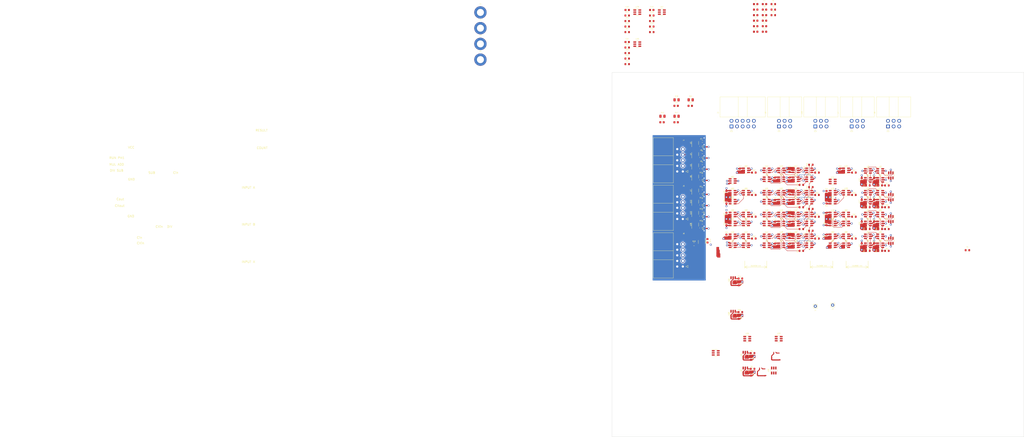
<source format=kicad_pcb>
(kicad_pcb (version 20221018) (generator pcbnew)
  (layers (0 "F.Cu" signal) (1 "In1.Cu" power "GND_2") (2 "In2.Cu" power "GND_3") (31 "B.Cu" signal) (34 "B.Paste" user) (35 "F.Paste" user) (36 "B.SilkS" user "B.Silkscreen") (37 "F.SilkS" user "F.Silkscreen") (38 "B.Mask" user) (39 "F.Mask" user) (44 "Edge.Cuts" user))
  (net 0 "")
  (net 1 "/SUB")
  (net 2 "GND")
  (net 3 "/Cin")
  (net 4 "/IN6/I")
  (net 5 "/IN5/I")
  (net 6 "/IN4/I")
  (net 7 "/IN3/I")
  (net 8 "/IN10/I")
  (net 9 "/IN9/I")
  (net 10 "/IN8/I")
  (net 11 "VCC")
  (net 12 "/IN7/I")
  (net 15 "Net-(U10-Pad4)")
  (net 18 "Net-(U15-Pad4)")
  (net 21 "/IN_4x/I")
  (net 22 "/IN_4x2/I")
  (net 23 "/IN_4x1/I")
  (net 24 "Net-(R10-Pad1)")
  (net 25 "/IN23/I")
  (net 26 "Net-(R11-Pad1)")
  (net 27 "/IN0/I")
  (net 28 "/IN1/I")
  (net 29 "/IN2/I")
  (net 30 "Net-(U14-Pad4)")
  (net 31 "/OUT0/O")
  (net 32 "/OUT1/O")
  (net 33 "Net-(U17-Pad4)")
  (net 34 "Net-(U24-Pad4)")
  (net 35 "Net-(U25-Pad4)")
  (net 36 "/OUT2/O")
  (net 37 "/OUT3/O")
  (net 38 "Net-(J3-Pin_3)")
  (net 39 "Net-(J3-Pin_5)")
  (net 40 "/OUT5/O")
  (net 41 "/RESULT0")
  (net 42 "Net-(R13-Pad1)")
  (net 43 "Net-(J3-Pin_7)")
  (net 44 "/MiniAlu_A_1Bit0/ALUA_Q")
  (net 45 "Net-(R15-Pad1)")
  (net 46 "Net-(R16-Pad1)")
  (net 47 "/RESULT1")
  (net 48 "/MiniAlu_A_1Bit0/Cout")
  (net 49 "/MiniAlu_A_1Bit1/ALUA_Q")
  (net 50 "Net-(R18-Pad1)")
  (net 51 "/MiniAlu_A_1Bit1/Cout")
  (net 52 "/IN23/O")
  (net 53 "/MiniAlu_A_1Bit2/ALUA_Q")
  (net 54 "Net-(R21-Pad1)")
  (net 55 "Net-(R37-Pad1)")
  (net 56 "/MiniAlu_A_1Bit2/Cout")
  (net 57 "Net-(R38-Pad1)")
  (net 58 "/MiniAlu_A_1Bit3/ALUA_Q")
  (net 59 "/MiniAlu_A_1Bit0/A")
  (net 60 "Net-(R40-Pad1)")
  (net 61 "/Mini_6+/E")
  (net 62 "Net-(U72-Pad4)")
  (net 63 "/MiniReg_A_1Bit0/ALUA")
  (net 64 "Net-(R43-Pad1)")
  (net 65 "/Mini_6-/E")
  (net 66 "Net-(U85-Pad4)")
  (net 67 "/RESULT2")
  (net 68 "/RESULT3")
  (net 69 "/BCD")
  (net 70 "/A0")
  (net 71 "/A1")
  (net 72 "/A2")
  (net 73 "/A3")
  (net 74 "/B0")
  (net 75 "Net-(U11-Pad6)")
  (net 76 "/PH2A0")
  (net 77 "Net-(U10-Pad1)")
  (net 78 "/PH1A0")
  (net 79 "/RUNA0")
  (net 80 "/B1")
  (net 81 "/ADD")
  (net 82 "Net-(U15-Pad3)")
  (net 83 "Net-(U18-Pad3)")
  (net 84 "/B2")
  (net 85 "/MiniReg_A_1Bit1/ALUA")
  (net 86 "Net-(U23-Pad4)")
  (net 87 "/PH2A1")
  (net 88 "/PH1A1")
  (net 89 "/RUNA1")
  (net 90 "/B3")
  (net 91 "/RUNA2")
  (net 92 "/RUNA3")
  (net 93 "/PH1A2")
  (net 94 "/PH1A3")
  (net 95 "/PH2A2")
  (net 96 "/PH2A3")
  (net 97 "/MiniAlu_A_1Bit1/A")
  (net 98 "Net-(R23-Pad1)")
  (net 99 "Net-(R24-Pad1)")
  (net 100 "/MiniAlu_A_1Bit2/A")
  (net 101 "Net-(R28-Pad1)")
  (net 102 "/MiniAlu_A_1Bit3/A")
  (net 103 "Net-(R53-Pad2)")
  (net 104 "Net-(R54-Pad2)")
  (net 105 "/Cout")
  (net 106 "Net-(U77-Pad4)")
  (net 107 "/MiniReg_A_1Bit2/ALUA")
  (net 108 "/MiniReg_A_1Bit3/ALUA")
  (net 109 "Net-(U81-Pad4)")
  (net 110 "Net-(U88-Pad4)")
  (net 111 "Net-(R57-Pad2)")
  (net 112 "Net-(U89-Pad4)")
  (net 113 "Net-(U92-Pad4)")
  (net 114 "Net-(U93-Pad4)")
  (net 115 "Net-(U94-Pad4)")
  (net 116 "Net-(R58-Pad2)")
  (net 117 "Net-(U76-Pad4)")
  (net 118 "Net-(U79-Pad4)")
  (net 119 "Net-(U80-Pad4)")
  (net 120 "Net-(U32-Pad4)")
  (net 121 "Net-(R33-Pad1)")
  (net 122 "Net-(R39-Pad1)")
  (net 123 "Net-(R41-Pad1)")
  (net 124 "Net-(R42-Pad2)")
  (net 125 "Net-(U40-Pad4)")
  (net 126 "Net-(R65-Pad1)")
  (net 127 "Net-(U31-Pad4)")
  (net 128 "Net-(U48-Pad4)")
  (net 129 "Net-(U32-Pad3)")
  (net 130 "Net-(U34-Pad4)")
  (net 131 "Net-(U35-Pad3)")
  (net 132 "Net-(U39-Pad4)")
  (net 133 "Net-(U63-Pad4)")
  (net 134 "Net-(U40-Pad3)")
  (net 135 "Net-(U42-Pad4)")
  (net 136 "Net-(U64-Pad4)")
  (net 137 "Net-(U66-Pad4)")
  (net 138 "Net-(U67-Pad4)")
  (net 139 "Net-(U68-Pad4)")
  (net 140 "Net-(U70-Pad4)")
  (net 141 "Net-(U71-Pad4)")
  (net 142 "Net-(U83-Pad4)")
  (net 143 "Net-(U84-Pad4)")
  (net 144 "Net-(U87-Pad4)")
  (net 145 "Net-(U43-Pad3)")
  (net 146 "Net-(U47-Pad4)")
  (net 147 "Net-(U48-Pad3)")
  (net 148 "Net-(U50-Pad4)")
  (net 149 "Net-(U51-Pad3)")
  (net 150 "Net-(R5-Pad1)")
  (net 151 "Net-(R6-Pad1)")
  (net 152 "Net-(R7-Pad1)")
  (net 153 "Net-(R8-Pad1)")
  (net 154 "Net-(R9-Pad1)")
  (net 155 "Net-(R12-Pad2)")
  (net 156 "Net-(R17-Pad1)")
  (net 157 "Net-(R18-Pad2)")
  (net 158 "Net-(R19-Pad1)")
  (net 159 "Net-(R20-Pad2)")
  (net 160 "Net-(R32-Pad1)")
  (net 161 "Net-(R34-Pad2)")
  (net 162 "Net-(R34-Pad1)")
  (net 163 "Net-(R35-Pad1)")
  (net 164 "Net-(R36-Pad1)")
  (net 165 "Net-(R37-Pad2)")
  (net 166 "Net-(R40-Pad2)")
  (net 167 "Net-(R47-Pad2)")
  (net 168 "Net-(R48-Pad2)")
  (net 169 "Net-(R49-Pad2)")
  (net 170 "Net-(R50-Pad2)")
  (net 171 "Net-(R51-Pad1)")
  (net 172 "Net-(R52-Pad2)")
  (net 173 "Net-(R55-Pad1)")
  (net 174 "Net-(R56-Pad2)")
  (net 175 "Net-(R59-Pad1)")
  (net 176 "Net-(R61-Pad2)")
  (net 177 "Net-(R62-Pad1)")
  (net 178 "Net-(R64-Pad2)")
  (footprint "Package_TO_SOT_SMD:SOT-23-6" (layer "F.Cu") (at 191.516 147.828)
    (fp_text reference "U39")
    (fp_text value "1G3157" hide)
  )
  (footprint "Package_TO_SOT_SMD:SOT-23-6" (layer "F.Cu") (at 191.516 141.986)
    (fp_text reference "U33")
    (fp_text value "1G3157")
  )
  (footprint "Package_TO_SOT_SMD:SOT-23-6" (layer "F.Cu") (at 204.724 161.798)
    (fp_text reference "U52")
    (fp_text value "1G3157")
  )
  (footprint "Package_TO_SOT_SMD:SOT-23-6" (layer "F.Cu") (at 227.584 151.892)
    (fp_text reference "U81")
    (fp_text value "1G3157" hide)
  )
  (footprint "Package_TO_SOT_SMD:SOT-23-6" (layer "F.Cu") (at 159.004 147.066 90)
    (fp_text reference "U22")
    (fp_text value "1G3157")
  )
  (footprint "Package_TO_SOT_SMD:SOT-23-6" (layer "F.Cu") (at 227.574 147.828)
    (fp_text reference "U82")
    (fp_text value "1G3157" hide)
  )
  (footprint "Resistor_SMD:R_0603_1608Metric" (layer "F.Cu") (at 237.49 164.338 180)
    (fp_text reference "R62")
    (fp_text value "10k")
  )
  (footprint "Resistor_SMD:R_0603_1608Metric" (layer "F.Cu") (at 162.306 129.794)
    (fp_text reference "R10")
    (fp_text value "36R")
  )
  (footprint "Capacitor_SMD:C_0603_1608Metric" (layer "F.Cu") (at 240.284 151.892 -90)
    (fp_text reference "C60")
    (fp_text value "10n")
  )
  (footprint "Package_TO_SOT_SMD:SOT-23-6" (layer "F.Cu") (at 210.82 157.734)
    (fp_text reference "U51")
    (fp_text value "1G3157")
  )
  (footprint "Package_TO_SOT_SMD:SOT-23-6" (layer "F.Cu") (at 237.49 137.922)
    (fp_text reference "U23")
    (fp_text value "1G3157")
  )
  (footprint "Package_TO_SOT_SMD:SOT-23-6" (layer "F.Cu") (at 176.022 141.986)
    (fp_text reference "U64")
    (fp_text value "1G3157" hide)
  )
  (footprint "Resistor_SMD:R_0603_1608Metric" (layer "F.Cu") (at 194.5215 52.242)
    (fp_text reference "R1")
    (fp_text value "100")
  )
  (footprint "Resistor_SMD:R_0603_1608Metric" (layer "F.Cu") (at 162.306 151.638)
    (fp_text reference "R23")
    (fp_text value "36R")
  )
  (footprint "Package_TO_SOT_SMD:SOT-23-6" (layer "F.Cu") (at 221.488 147.828)
    (fp_text reference "U79")
    (fp_text value "1G3157" hide)
  )
  (footprint "Capacitor_SMD:C_0603_1608Metric" (layer "F.Cu") (at 190.5115 64.792)
    (fp_text reference "C12")
    (fp_text value "10n")
  )
  (footprint "Capacitor_SMD:C_0603_1608Metric" (layer "F.Cu") (at 150.368 105.918)
    (fp_text reference "C44")
    (fp_text value "10n")
  )
  (footprint "Capacitor_SMD:C_0603_1608Metric" (layer "F.Cu") (at 240.284 141.986 -90)
    (fp_text reference "C28")
    (fp_text value "10n")
  )
  (footprint "Resistor_SMD:R_0603_1608Metric" (layer "F.Cu") (at 185.674 158.75 180)
    (fp_text reference "R53")
    (fp_text value "36R")
  )
  (footprint "Capacitor_SMD:C_0603_1608Metric" (layer "F.Cu") (at 178.816 179.2025 90)
    (fp_text reference "C41")
    (fp_text value "10n")
  )
  (footprint "Connector_IDC:IDC-Header_2x03_P2.54mm_Horizontal" (layer "F.Cu") (at 197.099 107.8055 90)
    (fp_text reference "J9")
    (fp_text value "Conn_01x06_Pin")
  )
  (footprint "Resistor_SMD:R_0603_1608Metric" (layer "F.Cu") (at 207.264 134.366)
    (fp_text reference "R18")
    (fp_text value "20R" hide)
  )
  (footprint "Package_TO_SOT_SMD:SOT-23-6" (layer "F.Cu") (at 210.82 127.762)
    (fp_text reference "U18")
    (fp_text value "1G3157")
  )
  (footprint "Package_TO_SOT_SMD:SOT-23-6" (layer "F.Cu") (at 159.004 141.986 90)
    (fp_text reference "U13")
    (fp_text value "1G3157")
  )
  (footprint "Package_TO_SOT_SMD:SOT-23-6" (layer "F.Cu") (at 237.49 161.798)
    (fp_text reference "U95")
    (fp_text value "1G3157")
  )
  (footprint "Package_TO_SOT_SMD:SOT-23-6" (layer "F.Cu") (at 176.022 147.828)
    (fp_text reference "U66")
    (fp_text value "1G3157")
  )
  (footprint "Capacitor_SMD:C_0603_1608Metric" (layer "F.Cu") (at 190.5115 59.772)
    (fp_text reference "C10")
    (fp_text value "10n")
  )
  (footprint "Resistor_SMD:R_0603_1608Metric" (layer "F.Cu") (at 128.141 74.486)
    (fp_text reference "R29")
    (fp_text value "36R")
  )
  (footprint "Package_TO_SOT_SMD:SOT-23-6" (layer "F.Cu") (at 168.3715 210.686)
    (fp_text reference "U97")
    (fp_text value "1G3157")
  )
  (footprint "Resistor_SMD:R_0603_1608Metric" (layer "F.Cu") (at 231.14 148.844 180)
    (fp_text reference "R56")
    (fp_text value "36R")
  )
  (footprint "Package_TO_SOT_SMD:SOT-23-6" (layer "F.Cu") (at 196.9715 204.236)
    (fp_text reference "U59")
    (fp_text value "1G3157")
  )
  (footprint "Package_TO_SOT_SMD:SOT-23-6" (layer "F.Cu") (at 247.904 159.766 -90)
    (fp_text reference "U94")
    (fp_text value "1G3157")
  )
  (footprint "Package_TO_SOT_SMD:SOT-23-6" (layer "F.Cu") (at 243.078 147.828)
    (fp_text reference "U88")
    (fp_text value "1G3157")
  )
  (footprint "Package_TO_SOT_SMD:SOT-23-6" (layer "F.Cu") (at 204.724 137.922)
    (fp_text reference "U34")
    (fp_text value "1G3157")
  )
  (footprint "Package_TO_SOT_SMD:SOT-23-6" (layer "F.Cu") (at 227.574 137.922)
    (fp_text reference "U78")
    (fp_text value "1G3157" hide)
  )
  (footprint "Capacitor_SMD:C_0603_1608Metric" (layer "F.Cu") (at 143.958 105.918)
    (fp_text reference "C42")
    (fp_text value "10n")
  )
  (footprint "Package_TO_SOT_SMD:SOT-23-6" (layer "F.Cu") (at 210.82 151.892)
    (fp_text reference "U45")
    (fp_text value "1G3157")
  )
  (footprint "Resistor_SMD:R_0805_2012Metric" (layer "F.Cu") (at 158.496 161.29)
    (fp_text reference "R49")
    (fp_text value "100")
  )
  (footprint "Package_TO_SOT_SMD:SOT-23-6" (layer "F.Cu") (at 243.078 137.922)
    (fp_text reference "U24")
    (fp_text value "1G3157")
  )
  (footprint "Capacitor_SMD:C_0603_1608Metric" (layer "F.Cu") (at 195.326 161.798 -90)
    (fp_text reference "C38")
    (fp_text value "10n" hide)
  )
  (footprint "Package_TO_SOT_SMD:SOT-23-6" (layer "F.Cu") (at 210.82 161.798)
    (fp_text reference "U53")
    (fp_text value "1G3157")
  )
  (footprint "Package_TO_SOT_SMD:SOT-23-6" (layer "F.Cu") (at 176.276 177.6785 90)
    (fp_text reference "U55")
    (fp_text value "1G3157")
  )
  (footprint "Resistor_SMD:R_0603_1608Metric" (layer "F.Cu") (at 211.582 155.194 180)
    (fp_text reference "R38")
    (fp_text value "200R")
  )
  (footprint "Capacitor_SMD:C_0603_1608Metric" (layer "F.Cu") (at 240.284 132.08 -90)
    (fp_text reference "C21")
    (fp_text value "10n")
  )
  (footprint "Resistor_SMD:R_0805_2012Metric" (layer "F.Cu") (at 150.568 95.728)
    (fp_text reference "R48")
    (fp_text value "100")
  )
  (footprint "Capacitor_SMD:C_0603_1608Metric" (layer "F.Cu") (at 201.93 127.762 90)
    (fp_text reference "C24")
    (fp_text value "10n" hide)
  )
  (footprint "Package_TO_SOT_SMD:SOT-23-6" (layer "F.Cu") (at 191.516 157.734)
    (fp_text reference "U47")
    (fp_text value "1G3157" hide)
  )
  (footprint "Package_TO_SOT_SMD:SOT-23-6" (layer "F.Cu") (at 182.118 157.734)
    (fp_text reference "U73")
    (fp_text value "1G3157" hide)
  )
  (footprint "Resistor_SMD:R_0603_1608Metric" (layer "F.Cu") (at 243.078 144.526 180)
    (fp_text reference "R22")
    (fp_text value "10k")
  )
  (footprint "Resistor_SMD:R_0603_1608Metric" (layer "F.Cu") (at 128.141 71.976)
    (fp_text reference "R28")
    (fp_text value "36R")
  )
  (footprint "Package_TO_SOT_SMD:SOT-23-6" (layer "F.Cu") (at 227.574 157.734)
    (fp_text reference "U86")
    (fp_text value "1G3157" hide)
  )
  (footprint "Package_TO_SOT_SMD:SOT-23-6" (layer "F.Cu") (at 198.12 157.734)
    (fp_text reference "U48")
    (fp_text value "1G3157")
  )
  (footprint "Capacitor_SMD:C_0603_1608Metric" (layer "F.Cu") (at 186.5015 64.792)
    (fp_text reference "C6")
    (fp_text value "10n")
  )
  (footprint "Package_TO_SOT_SMD:SOT-23-6" (layer "F.Cu") (at 176.022 151.892)
    (fp_text reference "U67")
    (fp_text value "1G3157")
  )
  (footprint "Resistor_SMD:R_0603_1608Metric" (layer "F.Cu") (at 231.14 138.938)
    (fp_text reference "R55")
    (fp_text value "36R")
  )
  (footprint "Package_TO_SOT_SMD:SOT-23-6" (layer "F.Cu") (at 176.022 161.798)
    (fp_text reference "U71")
    (fp_text value "1G3157" hide)
  )
  (footprint "Resistor_SMD:R_0603_1608Metric" (layer "F.Cu") (at 231.14 158.75 180)
    (fp_text reference "R57")
    (fp_text value "36R")
  )
  (footprint "Resistor_SMD:R_0603_1608Metric" (layer "F.Cu") (at 162.306 114.554)
    (fp_text reference "R7")
    (fp_text value "36R")
  )
  (footprint "Capacitor_SMD:C_0603_1608Metric" (layer "F.Cu") (at 234.696 132.08 -90)
    (fp_text reference "C20")
    (fp_text value "10n")
  )
  (footprint "Capacitor_SMD:C_0603_1608Metric" (layer "F.Cu") (at 190.5115 62.282)
    (fp_text reference "C11")
    (fp_text value "10n")
  )
  (footprint "Package_TO_SOT_SMD:SOT-23-6" (layer "F.Cu") (at 210.82 147.828)
    (fp_text reference "U43")
    (fp_text value "1G3157")
  )
  (footprint "Package_TO_SOT_SMD:SOT-23-6" (layer "F.Cu") (at 237.49 141.986)
    (fp_text reference "U26")
    (fp_text value "1G3157")
  )
  (footprint "Capacitor_SMD:C_0603_1608Metric" (layer "F.Cu") (at 234.696 141.986 -90)
    (fp_text reference "C27")
    (fp_text value "10n")
  )
  (footprint "Capacitor_SMD:C_0603_1608Metric" (layer "F.Cu") (at 195.326 141.986 -90)
    (fp_text reference "C32")
    (fp_text value "10n" hide)
  )
  (footprint "Connector_IDC:IDC-Header_2x05_P2.54mm_Horizontal" (layer "F.Cu") (at 153.416 171.45 180)
    (fp_text reference "J6")
    (fp_text value "Conn_01x10_Pin")
  )
  (footprint "Package_TO_SOT_SMD:SOT-23-6" (layer "F.Cu") (at 221.488 151.892)
    (fp_text reference "U80")
    (fp_text value "1G3157" hide)
  )
  (footprint "Resistor_SMD:R_0603_1608Metric" (layer "F.Cu") (at 194.5215 54.752)
    (fp_text reference "R2")
    (fp_text value "100")
  )
  (footprint "Capacitor_SMD:C_0603_1608Metric" (layer "F.Cu") (at 184.3515 213.07 90)
    (fp_text reference "C13")
    (fp_text value "10n")
  )
  (footprint "Capacitor_SMD:C_0603_1608Metric" (layer "F.Cu") (at 161.544 132.08 90)
    (fp_text reference "C18")
    (fp_text value "10n")
  )
  (footprint "Resistor_SMD:R_0603_1608Metric" (layer "F.Cu") (at 179.578 192.1565)
    (fp_text reference "R65")
    (fp_text value "36R")
  )
  (footprint "Resistor_SMD:R_0603_1608Metric" (layer "F.Cu") (at 214.376 138.938)
    (fp_text reference "R33")
    (fp_text value "36R")
  )
  (footprint "Package_TO_SOT_SMD:SOT-23-6" (layer "F.Cu") (at 221.488 161.798)
    (fp_text reference "U84")
    (fp_text value "1G3157" hide)
  )
  (footprint "Package_TO_SOT_SMD:SOT-23-6" (layer "F.Cu") (at 221.488 137.922)
    (fp_text reference "U76")
    (fp_text value "1G3157" hide)
  )
  (footprint "Package_TO_SOT_SMD:SOT-23-6" (layer "F.Cu") (at 182.118 137.922)
    (fp_text reference "U65")
    (fp_text value "1G3157")
  )
  (footprint "Resistor_SMD:R_0603_1608Metric" (layer "F.Cu") (at 214.376 148.844)
    (fp_text reference "R36")
    (fp_text value "36R")
  )
  (footprint "Resistor_SMD:R_0603_1608Metric" (layer "F.Cu") (at 207.264 164.338)
    (fp_text reference "R40")
    (fp_text value "20R" hide)
  )
  (footprint "Resistor_SMD:R_0603_1608Metric" (layer "F.Cu") (at 237.49 134.62 180)
    (fp_text reference "R13")
    (fp_text value "10k")
  )
  (footprint "Resistor_SMD:R_0805_2012Metric" (layer "F.Cu") (at 150.568 103.188)
    (fp_text reference "R47")
    (fp_text value "100")
  )
  (footprint "Resistor_SMD:R_0603_1608Metric" (layer "F.Cu") (at 231.14 128.778 180)
    (fp_text reference "R54")
    (fp_text value "36R")
  )
  (footprint "Resistor_SMD:R_0603_1608Metric" (layer "F.Cu") (at 128.141 59.936)
    (fp_text reference "R25")
    (fp_text value "36R")
  )
  (footprint "Resistor_SMD:R_0603_1608Metric" (layer "F.Cu") (at 128.141 57.426)
    (fp_text reference "R24")
    (fp_text value "36R")
  )
  (footprint "Capacitor_SMD:C_0603_1608Metric" (layer "F.Cu") (at 195.326 131.826 -90)
    (fp_text reference "C23")
    (fp_text value "10n" hide)
  )
  (footprint "Package_TO_SOT_SMD:SOT-23-6" (layer "F.Cu") (at 247.904 139.954 -90)
    (fp_text reference "U25")
    (fp_text value "1G3157")
  )
  (footprint "Package_TO_SOT_SMD:SOT-23-6" (layer "F.Cu") (at 243.078 141.986)
    (fp_text reference "U27")
    (fp_text value "1G3157")
  )
  (footprint "Package_TO_SOT_SMD:SOT-23-6" (layer "F.Cu") (at 198.12 141.986)
    (fp_text reference "U38")
    (fp_text value "1G3157")
  )
  (footprint "Capacitor_SMD:C_0603_1608Metric" (layer "F.Cu") (at 150.368 98.458)
    (fp_text reference "C45")
    (fp_text value "10n")
  )
  (footprint "Resistor_SMD:R_0603_1608Metric" (layer "F.Cu") (at 211.582 125.222 180)
    (fp_text reference "R16")
    (fp_text value "200R")
  )
  (footprint "Package_TO_SOT_SMD:SOT-23-6" (layer "F.Cu") (at 237.49 147.828)
    (fp_text reference "U87")
    (fp_text value "1G3157")
  )
  (footprint "Package_TO_SOT_SMD:SOT-23-6" (layer "F.Cu") (at 132.721 70.436)
    (fp_text reference "U30")
    (fp_text value "1G3157" hide)
  )
  (footprint "Package_TO_SOT_SMD:SOT-23-6" (layer "F.Cu") (at 159.004 120.396 90)
    (fp_text reference "U4")
    (fp_text value "1G3157")
  )
  (footprint "Package_TO_SOT_SMD:SOT-23-6" (layer "F.Cu") (at 159.004 136.906 90)
    (fp_text reference "U7")
    (fp_text value "1G3157")
  )
  (footprint "Connector_IDC:IDC-Header_2x03_P2.54mm_Horizontal" (layer "F.Cu") (at 230.119 107.8055 90)
    (fp_text reference "J7")
    (fp_text value "Conn_01x06_Pin")
  )
  (footprint "Package_TO_SOT_SMD:SOT-23-6" (layer "F.Cu") (at 182.118 127.762)
    (fp_text reference "U62")
    (fp_text value "1G3157" hide)
  )
  (footprint "Package_TO_SOT_SMD:SOT-23-6" (layer "F.Cu") (at 198.12 161.798)
    (fp_text reference "U54")
    (fp_text value "1G3157")
  )
  (footprint "Package_TO_SOT_SMD:SOT-23-6" (layer "F.Cu") (at 204.724 131.826)
    (fp_text reference "U19")
    (fp_text value "1G3157")
  )
  (footprint "Resistor_SMD:R_0603_1608Metric" (layer "F.Cu") (at 139.301 62.446)
    (fp_text reference "R45")
    (fp_text value "36R")
  )
  (footprint "Capacitor_SMD:C_0603_1608Metric" (layer "F.Cu") (at 201.93 161.798 -90)
    (fp_text reference "C40")
    (fp_text value "10n" hide)
  )
  (footprint "Capacitor_SMD:C_0603_1608Metric" (layer "F.Cu") (at 161.544 121.92 90)
    (fp_text reference "C16")
    (fp_text value "10n")
  )
  (footprint "Resistor_SMD:R_0603_1608Metric" (layer "F.Cu") (at 162.306 119.634)
    (fp_text reference "R8")
    (fp_text value "36R")
  )
  (footprint "Package_TO_SOT_SMD:SOT-23-6" (layer "F.Cu") (at 204.724 141.986)
    (fp_text reference "U36")
    (fp_text value "1G3157")
  )
  (footprint "Resistor_SMD:R_0603_1608Metric" (layer "F.Cu") (at 211.582 145.288 180)
    (fp_text reference "R35")
    (fp_text value "200R")
  )
  (footprint "Package_TO_SOT_SMD:SOT-23-6" (layer "F.Cu") (at 204.724 147.828)
    (fp_text reference "U42")
    (fp_text value "1G3157")
  )
  (footprint "Capacitor_SMD:C_0603_1608Metric" (layer "F.Cu") (at 201.93 137.922 90)
    (fp_text reference "C33")
    (fp_text value "10n" hide)
  )
  (footprint "Capacitor_SMD:C_0603_1608Metric" (layer "F.Cu") (at 164.592 159.766 -90)
    (fp_text reference "C46")
    (fp_text value "10n")
  )
  (footprint "Package_TO_SOT_SMD:SOT-23-6" (layer "F.Cu") (at 221.488 132.842)
    (fp_text reference "U74")
    (fp_text value "1G3157" hide)
  )
  (footprint "Package_TO_SOT_SMD:SOT-23-6" (layer "F.Cu") (at 191.516 131.826)
    (fp_text reference "U16")
    (fp_text value "1G3157")
  )
  (footprint "Package_TO_SOT_SMD:SOT-23-6" (layer "F.Cu") (at 243.078 161.798)
    (fp_text reference "U96")
    (fp_text value "1G3157")
  )
  (footprint "Connector_Pin:Pin_D0.7mm_L6.5mm_W1.8mm_FlatFork" (layer "F.Cu") (at 213.614 189.484)
    (fp_text reference "J1")
    (fp_text value "Conn_01x01_Socket")
  )
  (footprint "Package_TO_SOT_SMD:SOT-23-6" (layer "F.Cu") (at 159.004 130.556 90)
    (fp_text reference "U6")
    (fp_text value "1G3157")
  )
  (footprint "Capacitor_SMD:C_0603_1608Metric" (layer "F.Cu") (at 128.141 69.466)
    (fp_text reference "C31")
    (fp_text value "10n")
  )
  (footprint "Package_TO_SOT_SMD:SOT-23-6" (layer "F.Cu") (at 204.724 157.734)
    (fp_text reference "U50")
    (fp_text value "1G3157")
  )
  (footprint "MountingHole:MountingHole_3.2mm_M3_DIN965_Pad" (layer "F.Cu") (at 61.468 70.32)
    (fp_text reference "H3")
    (fp_text value "MountingHole")
  )
  (footprint "Resistor_SMD:R_0805_2012Metric" (layer "F.Cu") (at 144.158 103.188)
    (fp_text reference "R42")
    (fp_text value "100")
  )
  (footprint "Capacitor_SMD:C_0603_1608Metric" (layer "F.Cu") (at 218.694 151.892 90)
    (fp_text reference "C56")
    (fp_text value "10n")
  )
  (footprint "Package_TO_SOT_SMD:SOT-23-6" (layer "F.Cu") (at 227.584 161.798)
    (fp_text reference "U85")
    (fp_text value "1G3157" hide)
  )
  (footprint "Resistor_SMD:R_0603_1608Metric" (layer "F.Cu") (at 243.078 154.432 180)
    (fp_text reference "R60")
    (fp_text value "10k")
  )
  (footprint "Resistor_SMD:R_0603_1608Metric" (layer "F.Cu") (at 185.1135 217.934)
    (fp_text reference "R6")
    (fp_text value "36R")
  )
  (footprint "Capacitor_SMD:C_0603_1608Metric" (layer "F.Cu") (at 179.324 127.762 -90)
    (fp_text reference "C47")
    (fp_text value "10n")
  )
  (footprint "MountingHole:MountingHole_3.2mm_M3_DIN965_Pad" (layer "F.Cu") (at 61.468 56.02)
    (fp_text reference "H1")
    (fp_text value "MountingHole")
  )
  (footprint "Package_TO_SOT_SMD:SOT-23-6" (layer "F.Cu") (at 237.49 151.892)
    (fp_text reference "U90")
    (fp_text value "1G3157")
  )
  (footprint "Package_TO_SOT_SMD:SOT-23-6" (layer "F.Cu") (at 176.022 137.922)
    (fp_text reference "U63")
    (fp_text value "1G3157" hide)
  )
  (footprint "Package_TO_SOT_SMD:SOT-23-6" (layer "F.Cu") (at 227.574 127.762)
    (fp_text reference "U75")
    (fp_text value "1G3157" hide)
  )
  (footprint "Resistor_SMD:R_0603_1608Metric" (layer "F.Cu") (at 185.1135 210.784)
    (fp_text reference "R5")
    (fp_text value "36R")
  )
  (footprint "Package_TO_SOT_SMD:SOT-23-6" (layer "F.Cu") (at 159.004 115.316 90)
    (fp_text reference "U3")
    (fp_text value "1G3157")
  )
  (footprint "Package_TO_SOT_SMD:SOT-23-6" (layer "F.Cu") (at 194.7115 218.696 90)
    (fp_text reference "U58")
    (fp_text value "1G3157")
  )
  (footprint "Capacitor_SMD:C_0603_1608Metric" (layer "F.Cu") (at 218.694 137.922 -90)
    (fp_text reference "C54")
    (fp_text value "10n")
  )
  (footprint "Package_TO_SOT_SMD:SOT-23-6" (layer "F.Cu") (at 191.516 137.922)
    (fp_text reference "U31")
    (fp_text value "1G3157" hide)
  )
  (footprint "Package_TO_SOT_SMD:SOT-23-6" (layer "F.Cu") (at 247.904 149.86 -90)
    (fp_text reference "U89")
    (fp_text value "1G3157")
  )
  (footprint "Resistor_SMD:R_0603_1608Metric" (layer "F.Cu") (at 214.376 128.778)
    (fp_text reference "R17")
    (fp_text value "36R")
  )
  (footprint "Resistor_SMD:R_0603_1608Metric" (layer "F.Cu") (at 237.49 154.432 180)
    (fp_text reference "R59")
    (fp_text value "10k")
  )
  (footprint "Resistor_SMD:R_0603_1608Metric" (layer "F.Cu") (at 282.7025 164.039)
    (fp_text reference "R4")
    (fp_text value "20R")
  )
  (footprint "Package_TO_SOT_SMD:SOT-23-6" (layer "F.Cu") (at 143.881 55.886)
    (fp_text reference "U57")
    (fp_text value "1G3157" hide)
  )
  (footprint "Resistor_SMD:R_0805_2012Metric" (layer "F.Cu") (at 156.978 95.728)
    (fp_text reference "R64")
    (fp_text value "100")
  )
  (footprint "Package_TO_SOT_SMD:SOT-23-6" (layer "F.Cu") (at 191.516 151.892)
    (fp_text reference "U41")
    (fp_text value "1G3157")
  )
  (footprint "Resistor_SMD:R_0603_1608Metric" (layer "F.Cu") (at 128.141 79.506)
    (fp_text reference "R31")
    (fp_text value "36R")
  )
  (footprint "Package_TO_SOT_SMD:SOT-23-6" (layer "F.Cu") (at 221.488 141.986)
    (fp_text reference "U77")
    (fp_text value "1G3157" hide)
  )
  (footprint "Package_TO_SOT_SMD:SOT-23-6" (layer "F.Cu") (at 159.004 152.4 90)
    (fp_text reference "U28")
    (fp_text value "1G3157")
  )
  (footprint "Resistor_SMD:R_0603_1608Metric" (layer "F.Cu") (at 185.674 148.828 180)
    (fp_text reference "R52")
    (fp_text value "36R")
  )
  (footprint "Resistor_SMD:R_0603_1608Metric" (layer "F.Cu") (at 243.078 164.338 180)
    (fp_text reference "R63")
    (fp_text value "10k")
  )
  (footprint "MountingHole:MountingHole_3.2mm_M3_DIN965_Pad" (layer "F.Cu") (at 61.468 77.47)
    (fp_text reference "H4")
    (fp_text value "MountingHole")
  )
  (footprint "Package_TO_SOT_SMD:SOT-23-6" (layer "F.Cu") (at 204.724 127.762)
    (fp_text reference "U17")
    (fp_text value "1G3157")
  )
  (footprint "Package_TO_SOT_SMD:SOT-23-6" (layer "F.Cu") (at 176.022 157.734)
    (fp_text reference "U70")
    (fp_text value "1G3157" hide)
  )
  (footprint "Capacitor_SMD:C_0603_1608Metric" (layer "F.Cu") (at 186.5015 62.282)
    (fp_text reference "C5")
    (fp_text value "10n")
  )
  (footprint "Capacitor_SMD:C_0603_1608Metric" (layer "F.Cu") (at 190.5115 57.262)
    (fp_text reference "C9")
    (fp_text value "10n")
  )
  (footprint "Capacitor_SMD:C_0603_1608Metric" (layer "F.Cu") (at 161.544 116.84 90)
    (fp_text reference "C15")
    (fp_text value "10n")
  )
  (footprint "Resistor_SMD:R_0603_1608Metric" (layer "F.Cu") (at 246.126 144.526 180)
    (fp_text reference "R20")
    (fp_text value "36R")
  )
  (footprint "Capacitor_SMD:C_0603_1608Metric" (layer "F.Cu") (at 161.544 127 90)
    (fp_text reference "C17")
    (fp_text value "10n")
  )
  (footprint "Resistor_SMD:R_0603_1608Metric" (layer "F.Cu") (at 237.49 144.526 180)
    (fp_text reference "R21")
    (fp_text value "10k")
  )
  (footprint "Capacitor_SMD:C_0603_1608Metric" (layer "F.Cu") (at 190.5115 54.752)
    (fp_text reference "C8")
    (fp_text value "10n")
  )
  (footprint "Connector_IDC:IDC-Header_2x05_P2.54mm_Horizontal" (layer "F.Cu") (at 153.416 149.86 180)
    (fp_text reference "J5")
    (fp_text value "Conn_01x10_Pin")
  )
  (footprint "Resistor_SMD:R_0603_1608Metric" (layer "F.Cu") (at 179.578 176.9165)
    (fp_text reference "R41")
    (fp_text value "36R")
  )
  (footprint "Capacitor_SMD:C_0603_1608Metric" (layer "F.Cu") (at 218.694 157.734 -90)
    (fp_text reference "C58")
    (fp_text value "10n")
  )
  (footprint "Resistor_SMD:R_0603_1608Metric" (layer "F.Cu") (at 194.5215 57.262)
    (fp_text reference "R3")
    (fp_text value "100")
  )
  (footprint "Resistor_SMD:R_0603_1608Metric" (layer "F.Cu") (at 139.301 57.426)
    (fp_text reference "R43")
    (fp_text value "36R")
  )
  (footprint "Capacitor_SMD:C_0603_1608Metric" (layer "F.Cu") (at 173.228 157.734 -90)
    (fp_text reference "C52")
    (fp_text value "10n")
  )
  (footprint "Capacitor_SMD:C_0603_1608Metric" (layer "F.Cu") (at 186.5015 57.262)
    (fp_text reference "C3")
    (fp_text value "10n")
  )
  (footprint "Package_TO_SOT_SMD:SOT-23-6" (layer "F.Cu") (at 237.49 157.734)
    (fp_text reference "U92")
    (fp_text value "1G3157")
  )
  (footprint "Package_TO_SOT_SMD:SOT-23-6" (layer "F.Cu") (at 191.516 127.762)
    (fp_text reference "U14")
    (fp_text value "1G3157" hide)
  )
  (footprint "Package_TO_SOT_SMD:SOT-23-6" (layer "F.Cu") (at 182.118 151.892)
    (fp_text reference "U68")
    (fp_text value "1G3157")
  )
  (footprint "Capacitor_SMD:C_0603_1608Metric" (layer "F.Cu") (at 224.79 127.762 -90)
    (fp_text reference "C53")
    (fp_text value "10n")
  )
  (footprint "Package_TO_SOT_SMD:SOT-23-6" (layer "F.Cu") (at 198.12 137.922)
    (fp_text reference "U32")
    (fp_text value "1G3157")
  )
  (footprint "Connector_IDC:IDC-Header_2x03_P2.54mm_Horizontal" (layer "F.Cu") (at 246.629 107.8055 90)
    (fp_text reference "J8")
    (fp_text value "Conn_01x06_Pin")
  )
  (footprint "Package_TO_SOT_SMD:SOT-23-6" (layer "F.Cu") (at 237.49 128.016)
    (fp_text reference "U8")
    (fp_text value "1G3157")
  )
  (footprint "Capacitor_SMD:C_0603_1608Metric" (layer "F.Cu") (at 186.5015 59.772)
    (fp_text reference "C4")
    (fp_text value "10n")
  )
  (footprint "Capacitor_SMD:C_0603_1608Metric" (layer "F.Cu") (at 173.228 151.892 90)
    (fp_text reference "C51")
    (fp_text value "10n")
  )
  (footprint "Capacitor_SMD:C_0603_1608Metric" (layer "F.Cu") (at 201.93 147.828 90)
    (fp_text reference "C36")
    (fp_text value "10n" hide)
  )
  (footprint "Capacitor_SMD:C_0603_1608Metric" (layer "F.Cu") (at 173.228 141.986 90)
    (fp_text reference "C49")
    (fp_text value "10n")
  )
  (footprint "Capacitor_SMD:C_0603_1608Metric" (layer "F.Cu") (at 173.228 137.922 -90)
    (fp_text reference "C48")
    (fp_text value "10n")
  )
  (footprint "Package_TO_SOT_SMD:SOT-23-6" (layer "F.Cu") (at 182.118 147.828)
    (fp_text reference "U69")
    (fp_text value "1G3157")
  )
  (footprint "Package_TO_SOT_SMD:SOT-23-6" (layer "F.Cu") (at 162.052 160.274 -90)
    (fp_text reference "U60")
    (fp_text value "1G3157")
  )
  (footprint "Resistor_SMD:R_0603_1608Metric" (layer "F.Cu") (at 139.301 59.936)
    (fp_text reference "R44")
    (fp_text value "36R")
  )
  (footprint "Package_TO_SOT_SMD:SOT-23-6" (layer "F.Cu") (at 191.516 161.798)
    (fp_text reference "U49")
    (fp_text value "1G3157")
  )
  (footprint "Resistor_SMD:R_0603_1608Metric" (layer "F.Cu") (at 128.141 64.956)
    (fp_text reference "R27")
    (fp_text value "36R")
  )
  (footprint "Package_TO_SOT_SMD:SOT-23-6" (layer "F.Cu") (at 181.8115 211.546 90)
    (fp_text reference "U1")
    (fp_text value "1G3157")
  )
  (footprint "Connector_IDC:IDC-Header_2x05_P2.54mm_Horizontal" (layer "F.Cu") (at 175.514 107.8055 90)
    (fp_text reference "J3")
    (fp_text value "Conn_01x10_Pin")
  )
  (footprint "Package_TO_SOT_SMD:SOT-23-6" (layer "F.Cu") (at 210.82 137.922)
    (fp_text reference "U35")
    (fp_text value "1G3157")
  )
  (footprint "Package_TO_SOT_SMD:SOT-23-6" (layer "F.Cu") (at 247.904 130.048 -90)
    (fp_text reference "U10")
    (fp_text value "1G3157")
  )
  (footprint "Capacitor_SMD:C_0603_1608Metric" (layer "F.Cu") (at 186.5015 52.242)
    (fp_text reference "C1")
    (fp_text value "10n")
  )
  (footprint "Resistor_SMD:R_0603_1608Metric" (layer "F.Cu") (at 207.264 144.526)
    (fp_text reference "R34")
    (fp_text value "20R" hide)
  )
  (footprint "Resistor_SMD:R_0603_1608Metric" (layer "F.Cu") (at 162.306 136.144)
    (fp_text reference "R11")
    (fp_text value "36R")
  )
  (footprint "Package_TO_SOT_SMD:SOT-23-6" (layer "F.Cu") (at 132.721 55.886)
    (fp_text reference "U29")
    (fp_text value "1G3157" hide)
  )
  (footprint "Connector_Pin:Pin_D0.7mm_L6.5mm_W1.8mm_FlatFork" (layer "F.Cu") (at 221.488 188.976)
    (fp_text reference "J2")
    (fp_text value "Conn_01x01_Socket")
  )
  (footprint "Package_TO_SOT_SMD:SOT-23-6" (layer "F.Cu") (at 198.12 131.826)
    (fp_text reference "U21")
    (fp_text value "1G3157")
  )
  (footprint "Resistor_SMD:R_0603_1608Metric" (layer "F.Cu") (at 207.264 154.432)
    (fp_text reference "R37")
    (fp_text value "20R" hide)
  )
  (footprint "Capacitor_SMD:C_0603_1608Metric" (layer "F.Cu") (at 173.228 147.828 -90)
    (fp_text reference "C50")
    (fp_text value "10n")
  )
  (footprint "Capacitor_SMD:C_0603_1608Metric" (layer "F.Cu") (at 201.93 141.986 -90)
    (fp_text reference "C34")
    (fp_text value "10n" hide)
  )
  (footprint "Capacitor_SMD:C_0603_1608Metric" (layer "F.Cu") (at 201.93 157.734 90)
    (fp_text reference "C39")
    (fp_text value "10n" hide)
  )
  (footprint "Capacitor_SMD:C_0603_1608Metric" (layer "F.Cu") (at 161.544 138.43 90)
    (fp_text reference "C19")
    (fp_text value "10n")
  )
  (footprint "Package_TO_SOT_SMD:SOT-23-6" (layer "F.Cu") (at 237.49 132.08)
    (fp_text reference "U11")
    (fp_text value "1G3157")
  )
  (footprint "Package_TO_SOT_SMD:SOT-23-6" (layer "F.Cu") (at 210.82 141.986)
    (fp_text reference "U37")
    (fp_text value "1G3157")
  )
  (footprint "Capacitor_SMD:C_0603_1608Metric" (layer "F.Cu") (at 234.696 151.892 -90)
    (fp_text reference "C59")
    (fp_text value "10n")
  )
  (footprint "Package_TO_SOT_SMD:SOT-23-6" (layer "F.Cu") (at 243.078 151.892)
    (fp_text reference "U91")
    (fp_text value "1G3157")
  )
  (footprint "Resistor_SMD:R_0603_1608Metric" (layer "F.Cu") (at 214.376 158.75)
    (fp_text reference "R39")
    (fp_text value "36R")
  )
  (footprint "Capacitor_SMD:C_0603_1608Metric" (layer "F.Cu") (at 161.544 148.59 90)
    (fp_text reference "C26")
    (fp_text value "10n")
  )
  (footprint "Package_TO_SOT_SMD:SOT-23-6" (layer "F.Cu") (at 198.12 147.828)
    (fp_text reference "U40")
    (fp_text value "1G3157")
  )
  (footprint "Resistor_SMD:R_0603_1608Metric" (layer "F.Cu") (at 162.306 141.224)
    (fp_text reference "R15")
    (fp_text value "36R")
  )
  (footprint "Capacitor_SMD:C_0603_1608Metric" (layer "F.Cu") (at 190.5115 52.242)
    (fp_text reference "C7")
    (fp_text value "10n")
  )
  (footprint "Package_TO_SOT_SMD:SOT-23-6" (layer "F.Cu") (at 204.724 151.892)
    (fp_text reference "U44")
    (fp_text value "1G3157")
  )
  (footprint "Resistor_SMD:R_0603_1608Metric" (layer "F.Cu") (at 185.674 128.778 180)
    (fp_text reference "R50")
    (fp_text value "36R")
  )
  (footprint "Capacitor_SMD:C_0603_1608Metric" (layer "F.Cu") (at 128.141 54.916)
    (fp_text reference "C30")
    (fp_text value "10n")
  )
  (footprint "Package_TO_SOT_SMD:SOT-23-6" (layer "F.Cu") (at 198.12 151.892)
    (fp_text reference "U46")
    (fp_text value "1G3157")
  )
  (footprint "Capacitor_SMD:C_0603_1608Metric" (layer "F.Cu") (at 218.694 141.986 90)
    (fp_text reference "C55")
    (fp_text value "10n")
  )
  (footprint "Package_TO_SOT_SMD:SOT-23-6" (layer "F.Cu") (at 243.078 157.734)
    (fp_text reference "U93")
    (fp_text value "1G3157")
  )
  (footprint "Capacitor_SMD:C_0603_1608Metric" (layer "F.Cu") (at 161.544 153.924 90)
    (fp_text reference "C29")
    (fp_text value "10n")
  )
  (footprint "Resistor_SMD:R_0603_1608Metric" (layer "F.Cu") (at 243.078 134.62 180)
    (fp_text reference "R14")
    (fp_text value "10k")
  )
  (footprint "Resistor_SMD:R_0603_1608Metric" (layer "F.Cu") (at 246.126 154.432 180)
    (fp_text reference "R58")
    (fp_text value "36R")
  )
  (footprint "Capacitor_SMD:C_0603_1608Metric" (layer "F.Cu") (at 186.5015 54.752)
    (fp_text reference "C2")
    (fp_text value "10n")
  )
  (footprint "Resistor_SMD:R_0603_1608Metric" (layer "F.Cu") (at 128.141 62.446)
    (fp_text reference "R26")
    (fp_text value "36R")
  )
  (footprint "Capacitor_SMD:C_0603_1608Metric" (layer "F.Cu") (at 195.326 151.892 -90)
    (fp_text reference "C35")
    (fp_text value "10n" hide)
  )
  (footprint "Package_TO_SOT_SMD:SOT-23-6" (layer "F.Cu") (at 176.276 192.9185 90)
    (fp_text reference "U98")
    (fp_text value "1G3157")
  )
  (footprint "Resistor_SMD:R_0603_1608Metric" (layer "F.Cu") (at 128.141 76.996)
    (fp_text reference "R30")
    (fp_text value "36R")
  )
  (footprint "Resistor_SMD:R_0603_1608Metric" (layer "F.Cu") (at 139.301 64.956)
    (fp_text reference "R46")
    (fp_text value "36R")
  )
  (footprint "Capacitor_SMD:C_0603_1608Metric" (layer "F.Cu") (at 156.778 98.458)
    (fp_text reference "C63")
    (fp_text value "10n")
  )
  (footprint "Package_TO_SOT_SMD:SOT-23-6" (layer "F.Cu") (at 159.004 125.476 90)
    (fp_text reference "U5")
    (fp_text value "1G3157")
  )
  (footprint "Package_TO_SOT_SMD:SOT-23-6" (layer "F.Cu") (at 243.078 132.08)
    (fp_text reference "U12")
    (fp_text value "1G3157")
  )
  (footprint "Resistor_SMD:R_0603_1608Metric" (layer "F.Cu") (at 162.306 124.714)
    (fp_text reference "R9")
    (fp_text value "36R")
  )
  (footprint "Package_TO_SOT_SMD:SOT-23-6" (layer "F.Cu") (at 176.022 132.588)
    (fp_text reference "U61")
    (fp_text value "1G3157")
  )
  (footprint "Capacitor_SMD:C_0603_1608Metric" (layer "F.Cu") (at 178.816 194.4425 90)
    (fp_text reference "C64")
    (fp_text value "10n")
  )
  (footprint "Package_TO_SOT_SMD:SOT-23-6" (layer "F.Cu") (at 210.82 131.826)
    (fp_text reference "U20")
    (fp_text value "1G3157")
  )
  (footprint "Package_TO_SOT_SMD:SOT-23-6" (layer "F.Cu") (at 181.8115 218.696 90)
    (fp_text reference "U2")
    (fp_text value "1G3157")
  )
  (footprint "Capacitor_SMD:C_0603_1608Metric" (layer "F.Cu") (at 184.3515 220.22 90)
    (fp_text reference "C14")
    (fp_text value "10n")
  )
  (footprint "Package_TO_SOT_SMD:SOT-23-6" (layer "F.Cu") (at 221.488 157.734)
    (fp_text reference "U83")
    (fp_text value "1G3157" hide)
  )
  (footprint "MountingHole:MountingHole_3.2mm_M3_DIN965_Pad" (layer "F.Cu") (at 61.468 63.17)
    (fp_text reference "H2")
    (fp_text value "MountingHole")
  )
  (footprint "Capacitor_SMD:C_0603_1608Metric" (layer "F.Cu") (at 161.544 143.51 90)
    (fp_text reference "C22")
    (fp_text value "10n")
  )
  (footprint "Resistor_SMD:R_0603_1608Metric" (layer "F.Cu") (at 162.306 146.304)
    (fp_text reference "R19")
    (fp_text value "36R")
  )
  (footprint "Resistor_SMD:R_0603_1608Metric" (layer "F.Cu") (at 246.126 134.62 180)
    (fp_text reference "R12")
    (fp_text value "36R")
  )
  (footprint "Package_TO_SOT_SMD:SOT-23-6" (layer "F.Cu") (at 182.118 161.798)
    (fp_text reference "U72")
    (fp_text value "1G3157" hide)
  )
  (footprint "Package_TO_SOT_SMD:SOT-23-6" (layer "F.Cu") (at 182.6715 204.236)
    (fp_text reference "U56")
    (fp_text value "1G3157")
  )
  (footprint "Connector_IDC:IDC-Header_2x03_P2.54mm_Horizontal" (layer "F.Cu") (at 213.609 107.8055 90)
    (fp_text reference "J10")
    (fp_text value "Conn_01x06_Pin")
  )
  (footprint "Capacitor_SMD:C_0603_1608Metric" (layer "F.Cu") (at 201.93 151.892 -90)
    (fp_text reference "C37")
    (fp_text value "10n" hide)
  )
  (footprint "Package_TO_SOT_SMD:SOT-23-6" (layer "F.Cu") (at 198.12 127.762)
    (fp_text reference "U15")
    (fp_text value "1G3157")
  )
  (footprint "Capacitor_SMD:C_0603_1608Metric" (layer "F.Cu") (at 240.284 161.798 -90)
    (fp_text reference "C62")
    (fp_text value "10n")
  )
  (footprint "Package_TO_SOT_SMD:SOT-23-6" (layer "F.Cu") (at 243.078 128.016)
    (fp_text reference "U9")
    (fp_text value "1G3157")
  )
  (footprint "Resistor_SMD:R_0603_1608Metric" (layer "F.Cu") (at 185.674 138.938)
    (fp_text reference "R51")
    (fp_text value "36R")
  )
  (footprint "Connector_IDC:IDC-Header_2x05_P2.54mm_Horizontal" (layer "F.Cu") (at 153.416 128.27 180)
    (fp_text reference "J4")
    (fp_text value "Conn_01x10_Pin")
  )
  (footprint "Capacitor_SMD:C_0603_1608Metric" (layer "F.Cu") (at 234.696 161.798 -90)
    (fp_text reference "C61")
    (fp_text value "10n")
  )
  (footprint "Capacitor_SMD:C_0603_1608Metric" (layer "F.Cu") (at 139.301 54.916)
    (fp_text reference "C43")
    (fp_text value "10n")
  )
  (footprint "Resistor_SMD:R_0603_1608Metric" (layer "F.Cu") (at 246.126 164.338 180)
    (fp_text reference "R61")
    (fp_text value "36R")
  )
  (footprint "Capacitor_SMD:C_0603_1608Metric" (layer "F.Cu") (at 201.93 131.826 -90)
    (fp_text reference "C25")
    (fp_text value "10n" hide)
  )
  (footprint "Resistor_SMD:R_0603_1608Metric" (layer "F.Cu") (at 211.582 135.382 180)
    (fp_text reference "R32")
    (fp_text value "200R")
  )
  (footprint "Capacitor_SMD:C_0603_1608Metric" (layer "F.Cu") (at 218.694 147.828 -90)
    (fp_text reference "C57")
    (fp_text value "10n")
  )
  (gr_rect (start 121.24 83.306) (end 308.362 248.806) (stroke (width 0.1)) (fill none) (layer "Edge.Cuts"))
  (gr_text "DIV" (at -79.692 153.926) (layer "F.SilkS") (effects (font (size 1 1)) (justify bottom)))
  (gr_text "Cout" (at -103.942 141.426) (layer "F.SilkS") (effects (font (size 1 1)) (justify left bottom)))
  (gr_text "CXin" (at -84.442 153.926) (layer "F.SilkS") (effects (font (size 1 1)) (justify bottom)))
  (gr_text "MUL ADD" (at -107.192 125.676) (layer "F.SilkS") (effects (font (size 1 1)) (justify left bottom)))
  (gr_text "SUB" (at -89.442 129.426) (layer "F.SilkS") (effects (font (size 1 1)) (justify left bottom)))
  (gr_text "GND" (at -98.692 132.426) (layer "F.SilkS") (effects (font (size 1 1)) (justify left bottom)))
  (gr_text "VCC" (at -98.692 117.926) (layer "F.SilkS") (effects (font (size 1 1)) (justify left bottom)))
  (gr_text "CXout" (at -104.692 144.426) (layer "F.SilkS") (effects (font (size 1 1)) (justify left bottom)))
  (gr_text "GND" (at -98.942 149.176) (layer "F.SilkS") (effects (font (size 1 1)) (justify left bottom)))
  (gr_text "Cin" (at -76.942 129.426) (layer "F.SilkS") (effects (font (size 1 1)) (justify bottom)))
  (gr_text "RUN PH1" (at -107.192 122.676) (layer "F.SilkS") (effects (font (size 1 1)) (justify left bottom)))
  (gr_text "CXin" (at -94.692 161.426) (layer "F.SilkS") (effects (font (size 1 1)) (justify left bottom)))
  (gr_text "INPUT X" (at -43.942 169.926) (layer "F.SilkS") (effects (font (size 1 1)) (justify bottom)))
  (gr_text "DIV SUB" (at -106.942 128.426) (layer "F.SilkS") (effects (font (size 1 1)) (justify left bottom)))
  (gr_text "COUNT" (at -37.692 118.176) (layer "F.SilkS") (effects (font (size 1 1)) (justify bottom)))
  (gr_text "RESULT" (at -37.942 110.176) (layer "F.SilkS") (effects (font (size 1 1)) (justify bottom)))
  (gr_text "INPUT A" (at -43.942 136.176) (layer "F.SilkS") (effects (font (size 1 1)) (justify bottom)))
  (gr_text "Cin" (at -94.692 158.926) (layer "F.SilkS") (effects (font (size 1 1)) (justify left bottom)))
  (gr_text "INPUT B" (at -43.942 152.926) (layer "F.SilkS") (effects (font (size 1 1)) (justify bottom)))
  (dimension (type aligned) (layer "F.SilkS") (pts (xy 211.324 168.442) (xy 221.574 168.442)) (height 3.25) (gr_text "403.5433 mils" (at 216.449 171.112) (layer "F.SilkS") (effects (font (size 0.5 0.5) (thickness 0.08)))) (format (prefix "") (suffix "") (units 3) (units_format 1) (precision 4)) (style (thickness 0.15) (arrow_length 1.27) (text_position_mode 0) (extension_height 0.58642) (extension_offset 0.5) keep_text_aligned))
  (dimension (type aligned) (layer "F.SilkS") (pts (xy 227.574 168.442) (xy 237.574 168.442)) (height 3.25) (gr_text "393.7008 mils" (at 232.574 171.112) (layer "F.SilkS") (effects (font (size 0.5 0.5) (thickness 0.08)))) (format (prefix "") (suffix "") (units 3) (units_format 1) (precision 4)) (style (thickness 0.15) (arrow_length 1.27) (text_position_mode 0) (extension_height 0.58642) (extension_offset 0.5) keep_text_aligned))
  (dimension (type aligned) (layer "F.SilkS") (pts (xy 181.574 168.442) (xy 191.574 168.442)) (height 3.25) (gr_text "393.7008 mils" (at 186.574 171.112) (layer "F.SilkS") (effects (font (size 0.5 0.5) (thickness 0.08)))) (format (prefix "") (suffix "") (units 3) (units_format 1) (precision 4)) (style (thickness 0.15) (arrow_length 1.27) (text_position_mode 0) (extension_height 0.58642) (extension_offset 0.5) keep_text_aligned))
  (segment (start 196.037 210.784) (end 195.6615 210.4085) (width 0.4064) (layer "F.Cu") (net 0))
  (segment (start 189.587 217.934) (end 189.2115 217.5585) (width 0.4064) (layer "F.Cu") (net 0))
  (segment (start 197.1885 210.784) (end 196.037 210.784) (width 0.4064) (layer "F.Cu") (net 0))
  (segment (start 190.7385 217.934) (end 189.587 217.934) (width 0.4064) (layer "F.Cu") (net 0))
  (segment (start 188.976 127.762) (end 190.3785 127.762) (width 0.508) (layer "F.Cu") (net 2))
  (segment (start 225.721605 157.734) (end 226.4365 157.734) (width 0.508) (layer "F.Cu") (net 2))
  (segment (start 208.274722 162.462006) (end 208.274722 162.454962) (width 0.508) (layer "F.Cu") (net 2))
  (segment (start 240.530017 148.589659) (end 240.530017 148.523588) (width 0.508) (layer "F.Cu") (net 2))
  (segment (start 188.976 131.826) (end 190.3785 131.826) (width 0.508) (layer "F.Cu") (net 2))
  (segment (start 208.274722 142.642962) (end 208.931684 141.986) (width 0.508) (layer "F.Cu") (net 2))
  (segment (start 179.578 158.421605) (end 180.265605 157.734) (width 0.508) (layer "F.Cu") (net 2))
  (segment (start 225.721605 147.828) (end 226.4365 147.828) (width 0.508) (layer "F.Cu") (net 2))
  (segment (start 196.231684 147.828) (end 196.9825 147.828) (width 0.508) (layer "F.Cu") (net 2))
  (segment (start 179.578 148.515605) (end 180.265605 147.828) (width 0.508) (layer "F.Cu") (net 2))
  (segment (start 208.931684 157.734) (end 209.6825 157.734) (width 0.508) (layer "F.Cu") (net 2))
  (segment (start 208.274722 132.482962) (end 208.931684 131.826) (width 0.508) (layer "F.Cu") (net 2))
  (segment (start 225.026096 148.587858) (end 225.026096 148.523509) (width 0.508) (layer "F.Cu") (net 2))
  (segment (start 225.026036 158.495224) (end 225.026036 158.429569) (width 0.508) (layer "F.Cu") (net 2))
  (segment (start 179.578 138.684) (end 179.578 138.609605) (width 0.508) (layer "F.Cu") (net 2))
  (segment (start 241.225605 128.016) (end 241.9405 128.016) (width 0.508) (layer "F.Cu") (net 2))
  (segment (start 208.2728 148.486884) (end 208.931684 147.828) (width 0.508) (layer "F.Cu") (net 2))
  (segment (start 247.904 138.8165) (end 247.904 137.414) (width 0.508) (layer "F.Cu") (net 2))
  (segment (start 190.3785 141.986) (end 188.976 141.986) (width 0.508) (layer "F.Cu") (net 2))
  (segment (start 195.5728 128.420884) (end 196.231684 127.762) (width 0.508) (layer "F.Cu") (net 2))
  (segment (start 196.231684 137.922) (end 196.9825 137.922) (width 0.508) (layer "F.Cu") (net 2))
  (segment (start 225.026036 158.429569) (end 225.721605 157.734) (width 0.508) (layer "F.Cu") (net 2))
  (segment (start 195.5728 138.668394) (end 195.5728 138.580884) (width 0.508) (layer "F.Cu") (net 2))
  (segment (start 225.02589 138.617715) (end 225.721605 137.922) (width 0.508) (layer "F.Cu") (net 2))
  (segment (start 180.265605 147.828) (end 180.9805 147.828) (width 0.508) (layer "F.Cu") (net 2))
  (segment (start 173.482 161.798) (end 174.8845 161.798) (width 0.508) (layer "F.Cu") (net 2))
  (segment (start 240.530017 148.523588) (end 241.225605 147.828) (width 0.508) (layer "F.Cu") (net 2))
  (segment (start 179.578 148.59) (end 179.578 148.515605) (width 0.508) (layer "F.Cu") (net 2))
  (segment (start 225.02589 138.684) (end 225.02589 138.617715) (width 0.508) (layer "F.Cu") (net 2))
  (segment (start 247.904 158.6285) (end 247.904 157.226) (width 0.508) (layer "F.Cu") (net 2))
  (segment (start 190.3785 157.734) (end 188.976 157.734) (width 0.508) (layer "F.Cu") (net 2))
  (segment (start 195.5728 148.574394) (end 195.5728 148.486884) (width 0.508) (layer "F.Cu") (net 2))
  (segment (start 179.578 158.496) (end 179.578 158.421605) (width 0.508) (layer "F.Cu") (net 2))
  (segment (start 208.274722 162.454962) (end 208.931684 161.798) (width 0.508) (layer "F.Cu") (net 2))
  (segment (start 241.225605 157.734) (end 241.9405 157.734) (width 0.508) (layer "F.Cu") (net 2))
  (segment (start 208.931684 151.892) (end 209.6825 151.892) (width 0.508) (layer "F.Cu") (net 2))
  (segment (start 234.95 157.734) (end 236.3525 157.734) (width 0.508) (layer "F.Cu") (net 2))
  (segment (start 240.530017 138.683659) (end 240.530017 138.617588) (width 0.508) (layer "F.Cu") (net 2))
  (segment (start 208.2728 158.392884) (end 208.931684 157.734) (width 0.508) (layer "F.Cu") (net 2))
  (segment (start 240.530017 158.495659) (end 240.530017 158.429588) (width 0.508) (layer "F.Cu") (net 2))
  (segment (start 208.931684 131.826) (end 209.6825 131.826) (width 0.508) (layer "F.Cu") (net 2))
  (segment (start 195.5728 128.508394) (end 195.5728 128.420884) (width 0.508) (layer "F.Cu") (net 2))
  (segment (start 208.2728 158.480394) (end 208.2728 158.392884) (width 0.508) (layer "F.Cu") (net 2))
  (segment (start 196.231684 157.734) (end 196.9825 157.734) (width 0.508) (layer "F.Cu") (net 2))
  (segment (start 240.530017 158.429588) (end 241.225605 157.734) (width 0.508) (layer "F.Cu") (net 2))
  (segment (start 190.3785 147.828) (end 188.976 147.828) (width 0.508) (layer "F.Cu") (net 2))
  (segment (start 180.265605 157.734) (end 180.9805 157.734) (width 0.508) (layer "F.Cu") (net 2))
  (segment (start 180.265605 137.922) (end 180.9805 137.922) (width 0.508) (layer "F.Cu") (net 2))
  (segment (start 208.274722 152.548962) (end 208.931684 151.892) (width 0.508) (layer "F.Cu") (net 2))
  (segment (start 247.904 148.7225) (end 247.904 147.32) (width 0.508) (layer "F.Cu") (net 2))
  (segment (start 208.931684 147.828) (end 209.6825 147.828) (width 0.508) (layer "F.Cu") (net 2))
  (segment (start 190.3785 161.798) (end 188.976 161.798) (width 0.508) (layer "F.Cu") (net 2))
  (segment (start 247.904 128.9105) (end 247.904 127.508) (width 0.508) (layer "F.Cu") (net 2))
  (segment (start 179.578 161.798) (end 180.9805 161.798) (width 0.508) (layer "F.Cu") (net 2))
  (segment (start 240.530017 128.711588) (end 241.225605 128.016) (width 0.508) (layer "F.Cu") (net 2))
  (segment (start 208.2728 128.508394) (end 208.2728 128.420884) (width 0.508) (layer "F.Cu") (net 2))
  (segment (start 208.931684 137.922) (end 209.6825 137.922) (width 0.508) (layer "F.Cu") (net 2))
  (segment (start 240.530017 128.777659) (end 240.530017 128.711588) (width 0.508) (layer "F.Cu") (net 2))
  (segment (start 208.2728 128.420884) (end 208.931684 127.762) (width 0.508) (layer "F.Cu") (net 2))
  (segment (start 195.5728 138.580884) (end 196.231684 137.922) (width 0.508) (layer "F.Cu") (net 2))
  (segment (start 225.036017 152.587588) (end 225.731605 151.892) (width 0.508) (layer "F.Cu") (net 2))
  (segment (start 208.2728 138.580884) (end 208.931684 137.922) (width 0.508) (layer "F.Cu") (net 2))
  (segment (start 173.482 132.588) (end 174.8845 132.588) (width 0.508) (layer "F.Cu") (net 2))
  (segment (start 234.95 147.828) (end 236.3525 147.828) (width 0.508) (layer "F.Cu") (net 2))
  (segment (start 208.274722 142.650006) (end 208.274722 142.642962) (width 0.508) (layer "F.Cu") (net 2))
  (segment (start 225.721605 137.922) (end 226.4365 137.922) (width 0.508) (layer "F.Cu") (net 2))
  (segment (start 225.036017 152.653659) (end 225.036017 152.587588) (width 0.508) (layer "F.Cu") (net 2))
  (segment (start 225.731605 151.892) (end 226.4465 151.892) (width 0.508) (layer "F.Cu") (net 2))
  (segment (start 208.931684 141.986) (end 209.6825 141.986) (width 0.508) (layer "F.Cu") (net 2))
  (segment (start 234.95 137.922) (end 236.3525 137.922) (width 0.508) (layer "F.Cu") (net 2))
  (segment (start 195.5728 158.392884) (end 196.231684 157.734) (width 0.508) (layer "F.Cu") (net 2))
  (segment (start 195.5728 148.486884) (end 196.231684 147.828) (width 0.508) (layer "F.Cu") (net 2))
  (segment (start 190.3785 151.892) (end 188.976 151.892) (width 0.508) (layer "F.Cu") (net 2))
  (segment (start 241.225605 147.828) (end 241.9405 147.828) (width 0.508) (layer "F.Cu") (net 2))
  (segment (start 208.274722 152.556006) (end 208.274722 152.548962) (width 0.508) (layer "F.Cu") (net 2))
  (segment (start 195.5728 158.480394) (end 195.5728 158.392884) (width 0.508) (layer "F.Cu") (net 2))
  (segment (start 190.3785 137.922) (end 188.976 137.922) (width 0.508) (layer "F.Cu") (net 2))
  (segment (start 234.95 128.016) (end 236.3525 128.016) (width 0.508) (layer "F.Cu") (net 2))
  (segment (start 241.225605 137.922) (end 241.9405 137.922) (width 0.508) (layer "F.Cu") (net 2))
  (segment (start 196.231684 127.762) (end 196.9825 127.762) (width 0.508) (layer "F.Cu") (net 2))
  (segment (start 179.578 151.892) (end 180.9805 151.892) (width 0.508) (layer "F.Cu") (net 2))
  (segment (start 208.931684 127.762) (end 209.6825 127.762) (width 0.508) (layer "F.Cu") (net 2))
  (segment (start 225.026096 148.523509) (end 225.721605 147.828) (width 0.508) (layer "F.Cu") (net 2))
  (segment (start 208.931684 161.798) (end 209.6825 161.798) (width 0.508) (layer "F.Cu") (net 2))
  (segment (start 179.578 138.609605) (end 180.265605 137.922) (width 0.508) (layer "F.Cu") (net 2))
  (segment (start 208.274722 132.490006) (end 208.274722 132.482962) (width 0.508) (layer "F.Cu") (net 2))
  (segment (start 208.2728 138.668394) (end 208.2728 138.580884) (width 0.508) (layer "F.Cu") (net 2))
  (segment (start 208.2728 148.574394) (end 208.2728 148.486884) (width 0.508) (layer "F.Cu") (net 2))
  (segment (start 240.530017 138.617588) (end 241.225605 137.922) (width 0.508) (layer "F.Cu") (net 2))
  (via (at 234.696 134.112) (size 0.889) (drill 0.508) (layers "F.Cu" "B.Cu") (net 2))
  (via (at 194.0648 162.814) (size 0.889) (drill 0.508) (layers "F.Cu" "B.Cu") (net 2))
  (via (at 240.284 154.004) (size 0.889) (drill 0.508) (layers "F.Cu" "B.Cu") (net 2))
  (via (at 188.976 161.798) (size 0.889) (drill 0.508) (layers "F.Cu" "B.Cu") (net 2))
  (via (at 205.436196 129.962485) (size 0.508) (drill 0.3048) (layers "F.Cu" "B.Cu") (net 2))
  (via (at 163.068 139.7) (size 0.889) (drill 0.508) (layers "F.Cu" "B.Cu") (net 2))
  (via (at 195.5728 128.508394) (size 0.889) (drill 0.508) (layers "F.Cu" "B.Cu") (net 2))
  (via (at 225.074 162.814) (size 0.889) (drill 0.508) (layers "F.Cu" "B.Cu") (net 2))
  (via (at 225.026096 148.587858) (size 0.889) (drill 0.508) (layers "F.Cu" "B.Cu") (net 2))
  (via (at 223.52 128.778) (size 0.889) (drill 0.508) (layers "F.Cu" "B.Cu") (net 2))
  (via (at 225.036017 152.653659) (size 0.889) (drill 0.508) (layers "F.Cu" "B.Cu") (net 2))
  (via (at 163.068 133.35) (size 0.889) (drill 0.508) (layers "F.Cu" "B.Cu") (net 2))
  (via (at 188.976 137.922) (size 0.889) (drill 0.508) (layers "F.Cu" "B.Cu") (net 2))
  (via (at 163.068 118.11) (size 0.889) (drill 0.508) (layers "F.Cu" "B.Cu") (net 2))
  (via (at 208.2728 128.508394) (size 0.889) (drill 0.508) (layers "F.Cu" "B.Cu") (net 2))
  (via (at 234.95 128.016) (size 0.889) (drill 0.508) (layers "F.Cu" "B.Cu") (net 2))
  (via (at 208.274722 132.490006) (size 0.889) (drill 0.508) (layers "F.Cu" "B.Cu") (net 2))
  (via (at 212.422353 129.991641) (size 0.508) (drill 0.3048) (layers "F.Cu" "B.Cu") (net 2))
  (via (at 163.068 134.62) (size 0.889) (drill 0.508) (layers "F.Cu" "B.Cu") (net 2))
  (via (at 166.116 161.544) (size 0.889) (drill 0.508) (layers "F.Cu" "B.Cu") (net 2))
  (via (at 240.530017 138.683659) (size 0.889) (drill 0.508) (layers "F.Cu" "B.Cu") (net 2))
  (via (at 208.2728 148.574394) (size 0.889) (drill 0.508) (layers "F.Cu" "B.Cu") (net 2))
  (via (at 247.904 157.226) (size 0.889) (drill 0.508) (layers "F.Cu" "B.Cu") (net 2))
  (via (at 208.274722 142.650006) (size 0.889) (drill 0.508) (layers "F.Cu" "B.Cu") (net 2))
  (via (at 247.904 127.508) (size 0.889) (drill 0.508) (layers "F.Cu" "B.Cu") (net 2))
  (via (at 234.95 147.828) (size 0.889) (drill 0.508) (layers "F.Cu" "B.Cu") (net 2))
  (via (at 225.026036 158.495224) (size 0.889) (drill 0.508) (layers "F.Cu" "B.Cu") (net 2))
  (via (at 208.2728 158.480394) (size 0.889) (drill 0.508) (layers "F.Cu" "B.Cu") (net 2))
  (via (at 240.530017 148.589659) (size 0.889) (drill 0.508) (layers "F.Cu" "B.Cu") (net 2))
  (via (at 163.068 123.19) (size 0.889) (drill 0.508) (layers "F.Cu" "B.Cu") (net 2))
  (via (at 220.218 139.954) (size 0.889) (drill 0.508) (layers "F.Cu" "B.Cu") (net 2))
  (via (at 240.284 144.098) (size 0.889) (drill 0.508) (layers "F.Cu" "B.Cu") (net 2))
  (via (at 218.694 149.86) (size 0.889) (drill 0.508) (layers "F.Cu" "B.Cu") (net 2))
  (via (at 188.976 157.734) (size 0.889) (drill 0.508) (layers "F.Cu" "B.Cu") (net 2))
  (via (at 171.958 158.75) (size 0.889) (drill 0.508) (layers "F.Cu" "B.Cu") (net 2))
  (via (at 208.2728 138.668394) (size 0.889) (drill 0.508) (layers "F.Cu" "B.Cu") (net 2))
  (via (at 163.068 128.27) (size 0.889) (drill 0.508) (layers "F.Cu" "B.Cu") (net 2))
  (via (at 179.578 158.496) (size 0.889) (drill 0.508) (layers "F.Cu" "B.Cu") (net 2))
  (via (at 234.95 157.734) (size 0.889) (drill 0.508) (layers "F.Cu" "B.Cu") (net 2))
  (via (at 179.578 138.684) (size 0.889) (drill 0.508) (layers "F.Cu" "B.Cu") (net 2))
  (via (at 240.530017 128.777659) (size 0.889) (drill 0.508) (layers "F.Cu" "B.Cu") (net 2))
  (via (at 200.6688 136.906) (size 0.889) (drill 0.508) (layers "F.Cu" "B.Cu") (net 2))
  (via (at 200.6688 132.842) (size 0.889) (drill 0.508) (layers "F.Cu" "B.Cu") (net 2))
  (via (at 178.054 128.778) (size 0.889) (drill 0.508) (layers "F.Cu" "B.Cu") (net 2))
  (via (at 194.0648 132.842) (size 0.889) (drill 0.508) (layers "F.Cu" "B.Cu") (net 2))
  (via (at 200.6688 156.718) (size 0.889) (drill 0.508) (layers "F.Cu" "B.Cu") (net 2))
  (via (at 200.6688 143.002) (size 0.889) (drill 0.508) (layers "F.Cu" "B.Cu") (net 2))
  (via (at 234.696 153.924) (size 0.889) (drill 0.508) (layers "F.Cu" "B.Cu") (net 2))
  (via (at 163.068 113.03) (size 0.889) (drill 0.508) (layers "F.Cu" "B.Cu") (net 2))
  (via (at 163.068 150.114) (size 0.889) (drill 0.508) (layers "F.Cu" "B.Cu") (net 2))
  (via (at 200.6688 162.814) (size 0.889) (drill 0.508) (layers "F.Cu" "B.Cu") (net 2))
  (via (at 163.068 155.194) (size 0.889) (drill 0.508) (layers "F.Cu" "B.Cu") (net 2))
  (via (at 205.436196 150.028485) (size 0.508) (drill 0.3048) (layers "F.Cu" "B.Cu") (net 2))
  (via (at 188.976 141.986) (size 0.889) (drill 0.508) (layers "F.Cu" "B.Cu") (net 2))
  (via (at 179.578 151.892) (size 0.889) (drill 0.508) (layers "F.Cu" "B.Cu") (net 2))
  (via (at 174.752 149.86) (size 0.889) (drill 0.508) (layers "F.Cu" "B.Cu") (net 2))
  (via (at 194.0648 152.908) (size 0.889) (drill 0.508) (layers "F.Cu" "B.Cu") (net 2))
  (via (at 212.422353 159.963641) (size 0.508) (drill 0.3048) (layers "F.Cu" "B.Cu") (net 2))
  (via (at 220.218 149.86) (size 0.889) (drill 0.508) (layers "F.Cu" "B.Cu") (net 2))
  (via (at 240.284 134.192) (size 0.889) (drill 0.508) (layers "F.Cu" "B.Cu") (net 2))
  (via (at 173.228 139.954) (size 0.889) (drill 0.508) (layers "F.Cu" "B.Cu") (net 2))
  (via (at 200.6688 146.812) (size 0.889) (drill 0.508) (layers "F.Cu" "B.Cu") (net 2))
  (via (at 208.274722 162.462006) (size 0.889) (drill 0.508) (layers "F.Cu" "B.Cu") (net 2))
  (via (at 217.424 158.75) (size 0.889) (drill 0.508) (layers "F.Cu" "B.Cu") (net 2))
  (via (at 179.578 161.798) (size 0.889) (drill 0.508) (layers "F.Cu" "B.Cu") (net 2))
  (via (at 212.422353 140.151641) (size 0.508) (drill 0.3048) (layers "F.Cu" "B.Cu") (net 2))
  (via (at 173.482 132.588) (size 0.889) (drill 0.508) (layers "F.Cu" "B.Cu") (net 2))
  (via (at 208.274722 152.556006) (size 0.889) (drill 0.508) (layers "F.Cu" "B.Cu") (net 2))
  (via (at 240.284 163.91) (size 0.889) (drill 0.508) (layers "F.Cu" "B.Cu") (net 2))
  (via (at 188.976 151.892) (size 0.889) (drill 0.508) (layers "F.Cu" "B.Cu") (net 2))
  (via (at 173.482 161.798) (size 0.889) (drill 0.508) (layers "F.Cu" "B.Cu") (net 2))
  (via (at 200.6688 152.908) (size 0.889) (drill 0.508) (layers "F.Cu" "B.Cu") (net 2))
  (via (at 163.068 144.78) (size 0.889) (drill 0.508) (layers "F.Cu" "B.Cu") (net 2))
  (via (at 174.752 139.954) (size 0.889) (drill 0.508) (layers "F.Cu" "B.Cu") (net 2))
  (via (at 194.0648 143.002) (size 0.889) (drill 0.508) (layers "F.Cu" "B.Cu") (net 2))
  (via (at 188.976 131.826) (size 0.889) (drill 0.508) (layers "F.Cu" "B.Cu") (net 2))
  (via (at 218.948 162.814) (size 0.889) (drill 0.508) (layers "F.Cu" "B.Cu") (net 2))
  (via (at 188.976 127.762) (size 0.889) (drill 0.508) (layers "F.Cu" "B.Cu") (net 2))
  (via (at 225.02589 138.684) (size 0.889) (drill 0.508) (layers "F.Cu" "B.Cu") (net 2))
  (via (at 212.422353 150.057641) (size 0.508) (drill 0.3048) (layers "F.Cu" "B.Cu") (net 2))
  (via (at 195.5728 138.668394) (size 0.889) (drill 0.508) (layers "F.Cu" "B.Cu") (net 2))
  (via (at 163.068 116.078) (size 0.889) (drill 0.508) (layers "F.Cu" "B.Cu") (net 2))
  (via (at 180.34 193.6805) (size 0.889) (drill 0.508) (layers "F.Cu" "B.Cu") (net 2))
  (via (at 185.8755 219.458) (size 0.889) (drill 0.508) (layers "F.Cu" "B.Cu") (net 2))
  (via (at 185.8755 212.308) (size 0.889) (drill 0.508) (layers "F.Cu" "B.Cu") (net 2))
  (via (at 180.34 178.4405) (size 0.889) (drill 0.508) (layers "F.Cu" "B.Cu") (net 2))
  (via (at 163.068 121.158) (size 0.889) (drill 0.508) (layers "F.Cu" "B.Cu") (net 2))
  (via (at 163.068 126.238) (size 0.889) (drill 0.508) (layers "F.Cu" "B.Cu") (net 2))
  (via (at 163.068 131.318) (size 0.889) (drill 0.508) (layers "F.Cu" "B.Cu") (net 2))
  (via (at 163.068 137.668) (size 0.889) (drill 0.508) (layers "F.Cu" "B.Cu") (net 2))
  (via (at 163.068 142.748) (size 0.889) (drill 0.508) (layers "F.Cu" "B.Cu") (net 2))
  (via (at 163.068 147.828) (size 0.889) (drill 0.508) (layers "F.Cu" "B.Cu") (net 2))
  (via (at 163.068 153.162) (size 0.889) (drill 0.508) (layers "F.Cu" "B.Cu") (net 2))
  (via (at 247.904 147.32) (size 0.889) (drill 0.508) (layers "F.Cu" "B.Cu") (net 2))
  (via (at 195.5728 148.574394) (size 0.889) (drill 0.508) (layers "F.Cu" "B.Cu") (net 2))
  (via (at 234.696 144.018) (size 0.889) (drill 0.508) (layers "F.Cu" "B.Cu") (net 2))
  (via (at 247.904 137.414) (size 0.889) (drill 0.508) (layers "F.Cu" "B.Cu") (net 2))
  (via (at 200.6688 126.746) (size 0.889) (drill 0.508) (layers "F.Cu" "B.Cu") (net 2))
  (via (at 218.694 139.954) (size 0.889) (drill 0.508) (layers "F.Cu" "B.Cu") (net 2))
  (via (at 205.436196 140.122485) (size 0.508) (drill 0.3048) (layers "F.Cu" "B.Cu") (net 2))
  (via (at 234.95 137.922) (size 0.889) (drill 0.508) (layers "F.Cu" "B.Cu") (net 2))
  (via (at 179.578 148.59) (size 0.889) (drill 0.508) (layers "F.Cu" "B.Cu") (net 2))
  (via (at 205.436196 159.934485) (size 0.508) (drill 0.3048) (layers "F.Cu" "B.Cu") (net 2))
  (via (at 234.696 163.83) (size 0.889) (drill 0.508) (layers "F.Cu" "B.Cu") (net 2))
  (via (at 195.5728 158.480394) (size 0.889) (drill 0.508) (layers "F.Cu" "B.Cu") (net 2))
  (via (at 240.530017 158.495659) (size 0.889) (drill 0.508) (layers "F.Cu" "B.Cu") (net 2))
  (via (at 173.228 149.86) (size 0.889) (drill 0.508) (layers "F.Cu" "B.Cu") (net 2))
  (via (at 188.976 147.828) (size 0.889) (drill 0.508) (layers "F.Cu" "B.Cu") (net 2))
  (segment (start 209.6825 130.125447) (end 210.82 128.987947) (width 0.1524) (layer "F.Cu") (net 3))
  (segment (start 210.82 128.987947) (end 210.82 125.73) (width 0.1524) (layer "F.Cu") (net 3))
  (segment (start 209.6825 130.876) (end 209.6825 130.125447) (width 0.1524) (layer "F.Cu") (net 3))
  (segment (start 210.82 125.73) (end 210.82 125.285) (width 0.1524) (layer "F.Cu") (net 3))
  (segment (start 210.82 125.285) (end 210.757 125.222) (width 0.1524) (layer "F.Cu") (net 3))
  (segment (start 157.9457 129.54) (end 158.054 129.4317) (width 0.4064) (layer "F.Cu") (net 4))
  (segment (start 157.9457 124.46) (end 158.054 124.3517) (width 0.4064) (layer "F.Cu") (net 5))
  (segment (start 154.686 120.65) (end 155.956 119.38) (width 0.4064) (layer "F.Cu") (net 6))
  (segment (start 157.9325 119.38) (end 158.054 119.2585) (width 0.4064) (layer "F.Cu") (net 6))
  (segment (start 155.956 119.38) (end 157.9325 119.38) (width 0.4064) (layer "F.Cu") (net 6))
  (segment (start 153.416 120.65) (end 154.686 120.65) (width 0.4064) (layer "F.Cu") (net 6))
  (segment (start 157.9457 119.38) (end 158.054 119.2717) (width 0.4064) (layer "F.Cu") (net 6))
  (segment (start 157.9457 114.3) (end 158.054 114.1917) (width 0.4064) (layer "F.Cu") (net 7))
  (segment (start 157.9457 151.384) (end 158.054 151.2757) (width 0.4064) (layer "F.Cu") (net 8))
  (segment (start 157.9457 146.05) (end 158.054 145.9417) (width 0.4064) (layer "F.Cu") (net 9))
  (segment (start 157.9457 140.97) (end 158.054 140.8617) (width 0.4064) (layer "F.Cu") (net 10))
  (segment (start 194.063983 151.130341) (end 194.063983 151.232333) (width 0.508) (layer "F.Cu") (net 11))
  (segment (start 239.342395 137.922) (end 240.037983 137.226412) (width 0.508) (layer "F.Cu") (net 11))
  (segment (start 202.105 160.848) (end 201.93 161.023) (width 0.508) (layer "F.Cu") (net 11))
  (segment (start 177.874395 147.828) (end 177.1595 147.828) (width 0.508) (layer "F.Cu") (net 11))
  (segment (start 162.665119 117.094) (end 162.130919 117.6282) (width 0.508) (layer "F.Cu") (net 11))
  (segment (start 185.472619 220.474) (end 184.938419 221.0082) (width 0.508) (layer "F.Cu") (net 11))
  (segment (start 179.937119 194.6965) (end 179.402919 195.2307) (width 0.508) (layer "F.Cu") (net 11))
  (segment (start 162.665119 154.178) (end 162.130919 154.7122) (width 0.508) (layer "F.Cu") (net 11))
  (segment (start 185.472619 213.324) (end 184.938419 213.8582) (width 0.508) (layer "F.Cu") (net 11))
  (segment (start 162.665119 127.254) (end 162.130919 127.7882) (width 0.508) (layer "F.Cu") (net 11))
  (segment (start 162.665119 132.334) (end 162.130919 132.8682) (width 0.508) (layer "F.Cu") (net 11))
  (segment (start 162.665119 138.684) (end 162.130919 139.2182) (width 0.508) (layer "F.Cu") (net 11))
  (segment (start 162.665119 143.764) (end 162.130919 144.2982) (width 0.508) (layer "F.Cu") (net 11))
  (segment (start 162.665119 148.844) (end 162.130919 149.3782) (width 0.508) (layer "F.Cu") (net 11))
  (segment (start 179.937119 179.4565) (end 179.402919 179.9907) (width 0.508) (layer "F.Cu") (net 11))
  (segment (start 162.665119 122.174) (end 162.130919 122.7082) (width 0.508) (layer "F.Cu") (net 11))
  (segment (start 206.612316 147.828) (end 205.8615 147.828) (width 0.508) (layer "F.Cu") (net 11))
  (segment (start 224.0368 161.101595) (end 224.0368 160.782) (width 0.508) (layer "F.Cu") (net 11))
  (segment (start 193.5344 127.762) (end 192.6535 127.762) (width 0.508) (layer "F.Cu") (net 11))
  (segment (start 200.667983 148.589659) (end 200.667983 148.487667) (width 0.508) (layer "F.Cu") (net 11))
  (segment (start 212.708316 161.798) (end 213.367983 161.138333) (width 0.508) (layer "F.Cu") (net 11))
  (segment (start 194.063983 131.064341) (end 194.063983 131.166333) (width 0.508) (layer "F.Cu") (net 11))
  (segment (start 207.2728 156.718) (end 207.2728 157.073516) (width 0.508) (layer "F.Cu") (net 11))
  (segment (start 202.105 141.036) (end 201.93 141.211) (width 0.508) (layer "F.Cu") (net 11))
  (segment (start 212.708316 147.828) (end 213.367983 147.168333) (width 0.508) (layer "F.Cu") (net 11))
  (segment (start 218.869 152.842) (end 218.694 152.667) (width 0.508) (layer "F.Cu") (net 11))
  (segment (start 174.5645 133.858) (end 174.8845 133.538) (width 0.508) (layer "F.Cu") (net 11))
  (segment (start 165.1 117.094) (end 162.665119 117.094) (width 0.508) (layer "F.Cu") (net 11))
  (segment (start 223.340395 141.986) (end 224.074 141.252395) (width 0.508) (layer "F.Cu") (net 11))
  (segment (start 200.667983 141.224341) (end 201.916659 141.224341) (width 0.508) (layer "F.Cu") (net 11))
  (segment (start 173.228 153.924) (end 173.228 152.667) (width 0.508) (layer "F.Cu") (net 11))
  (segment (start 206.612316 157.734) (end 205.8615 157.734) (width 0.508) (layer "F.Cu") (net 11))
  (segment (start 240.459 160.848) (end 240.284 161.023) (width 0.508) (layer "F.Cu") (net 11))
  (segment (start 228.7115 127.762) (end 229.426395 127.762) (width 0.508) (layer "F.Cu") (net 11))
  (segment (start 220.3505 142.936) (end 218.869 142.936) (width 0.508) (layer "F.Cu") (net 11))
  (segment (start 217.424 152.654) (end 218.681 152.654) (width 0.508) (layer "F.Cu") (net 11))
  (segment (start 202.105 148.778) (end 201.93 148.603) (width 0.508) (layer "F.Cu") (net 11))
  (segment (start 200.681324 128.537) (end 200.667983 128.523659) (width 0.508) (layer "F.Cu") (net 11))
  (segment (start 240.459 141.036) (end 240.284 141.211) (width 0.508) (layer "F.Cu") (net 11))
  (segment (start 238.6275 128.016) (end 239.342395 128.016) (width 0.508) (layer "F.Cu") (net 11))
  (segment (start 206.612316 151.892) (end 205.8615 151.892) (width 0.508) (layer "F.Cu") (net 11))
  (segment (start 178.562 161.036) (end 178.562 161.29) (width 0.508) (layer "F.Cu") (net 11))
  (segment (start 247.904 132.588) (end 247.904 131.1855) (width 0.508) (layer "F.Cu") (net 11))
  (segment (start 165.1 143.764) (end 162.665119 143.764) (width 0.508) (layer "F.Cu") (net 11))
  (segment (start 184.665983 127.000341) (end 184.665983 127.066412) (width 0.508) (layer "F.Cu") (net 11))
  (segment (start 223.340395 157.734) (end 224.0368 157.037595) (width 0.508) (layer "F.Cu") (net 11))
  (segment (start 207.2728 160.782) (end 207.2728 161.137516) (width 0.508) (layer "F.Cu") (net 11))
  (segment (start 195.312659 151.130341) (end 195.326 151.117) (width 0.508) (layer "F.Cu") (net 11))
  (segment (start 184.66525 147.080779) (end 184.66525 147.463645) (width 0.508) (layer "F.Cu") (net 11))
  (segment (start 206.612316 161.798) (end 205.8615 161.798) (width 0.508) (layer "F.Cu") (net 11))
  (segment (start 244.2155 128.016) (end 245.618 128.016) (width 0.508) (layer "F.Cu") (net 11))
  (segment (start 203.5865 158.684) (end 202.105 158.684) (width 0.508) (layer "F.Cu") (net 11))
  (segment (start 174.8845 160.848) (end 174.5645 160.528) (width 0.508) (layer "F.Cu") (net 11))
  (segment (start 200.667983 158.495659) (end 200.667983 158.393667) (width 0.508) (layer "F.Cu") (net 11))
  (segment (start 238.6275 151.892) (end 239.4752 151.892) (width 0.508) (layer "F.Cu") (net 11))
  (segment (start 202.105 128.712) (end 201.93 128.537) (width 0.508) (layer "F.Cu") (net 11))
  (segment (start 173.228 135.89) (end 173.228 137.147) (width 0.508) (layer "F.Cu") (net 11))
  (segment (start 206.612316 131.826) (end 205.8615 131.826) (width 0.508) (layer "F.Cu") (net 11))
  (segment (start 207.2728 141.325516) (end 206.612316 141.986) (width 0.508) (layer "F.Cu") (net 11))
  (segment (start 213.367983 141.326333) (end 213.367983 141.224341) (width 0.508) (layer "F.Cu") (net 11))
  (segment (start 212.708316 127.762) (end 213.367983 127.102333) (width 0.508) (layer "F.Cu") (net 11))
  (segment (start 230.121994 127.066401) (end 230.121994 127.000068) (width 0.508) (layer "F.Cu") (net 11))
  (segment (start 207.2728 131.165516) (end 206.612316 131.826) (width 0.508) (layer "F.Cu") (net 11))
  (segment (start 173.403 136.972) (end 173.228 137.147) (width 0.508) (layer "F.Cu") (net 11))
  (segment (start 194.7115 210.4085) (end 194.7115 211.090447) (width 0.4064) (layer "F.Cu") (net 11))
  (segment (start 188.2615 217.5585) (end 188.2615 218.240447) (width 0.4064) (layer "F.Cu") (net 11))
  (segment (start 159.004 114.1917) (end 159.004 114.873647) (width 0.4064) (layer "F.Cu") (net 11))
  (segment (start 181.8115 217.5717) (end 181.8115 218.253647) (width 0.4064) (layer "F.Cu") (net 11))
  (segment (start 176.276 191.7942) (end 176.276 192.476147) (width 0.4064) (layer "F.Cu") (net 11))
  (segment (start 159.004 151.2757) (end 159.004 151.957647) (width 0.4064) (layer "F.Cu") (net 11))
  (segment (start 159.004 119.2717) (end 159.004 119.953647) (width 0.4064) (layer "F.Cu") (net 11))
  (segment (start 159.004 124.3517) (end 159.004 125.033647) (width 0.4064) (layer "F.Cu") (net 11))
  (segment (start 159.004 129.4317) (end 159.004 130.113647) (width 0.4064) (layer "F.Cu") (net 11))
  (segment (start 159.004 135.7817) (end 159.004 136.463647) (width 0.4064) (layer "F.Cu") (net 11))
  (segment (start 159.004 140.8617) (end 159.004 141.543647) (width 0.4064) (layer "F.Cu") (net 11))
  (segment (start 159.004 145.9417) (end 159.004 146.623647) (width 0.4064) (layer "F.Cu") (net 11))
  (segment (start 181.8115 210.4217) (end 181.8115 211.103647) (width 0.4064) (layer "F.Cu") (net 11))
  (segment (start 176.276 176.5542) (end 176.276 177.236147) (width 0.4064) (layer "F.Cu") (net 11))
  (segment (start 230.121997 137.226398) (end 230.121997 137.160002) (width 0.508) (layer "F.Cu") (net 11))
  (segment (start 211.9575 127.762) (end 212.708316 127.762) (width 0.508) (layer "F.Cu") (net 11))
  (segment (start 230.124 151.892) (end 228.7215 151.892) (width 0.508) (layer "F.Cu") (net 11))
  (segment (start 193.5344 157.734) (end 192.6535 157.734) (width 0.508) (layer "F.Cu") (net 11))
  (segment (start 240.037983 137.226412) (end 240.037983 137.160341) (width 0.508) (layer "F.Cu") (net 11))
  (segment (start 193.404316 161.798) (end 192.6535 161.798) (width 0.508) (layer "F.Cu") (net 11))
  (segment (start 218.869 142.936) (end 218.694 142.761) (width 0.508) (layer "F.Cu") (net 11))
  (segment (start 211.9575 161.798) (end 212.708316 161.798) (width 0.508) (layer "F.Cu") (net 11))
  (segment (start 218.869 156.784) (end 218.694 156.959) (width 0.508) (layer "F.Cu") (net 11))
  (segment (start 193.404316 151.892) (end 192.6535 151.892) (width 0.508) (layer "F.Cu") (net 11))
  (segment (start 247.904 162.306) (end 247.904 160.9035) (width 0.508) (layer "F.Cu") (net 11))
  (segment (start 193.5344 147.828) (end 192.6535 147.828) (width 0.508) (layer "F.Cu") (net 11))
  (segment (start 194.0648 127) (end 194.0648 127.2316) (width 0.508) (layer "F.Cu") (net 11))
  (segment (start 195.501 130.876) (end 195.326 131.051) (width 0.508) (layer "F.Cu") (net 11))
  (segment (start 212.708316 141.986) (end 213.367983 141.326333) (width 0.508) (layer "F.Cu") (net 11))
  (segment (start 201.916659 151.130341) (end 201.93 151.117) (width 0.508) (layer "F.Cu") (net 11))
  (segment (start 212.708316 137.922) (end 213.367983 137.262333) (width 0.508) (layer "F.Cu") (net 11))
  (segment (start 224.074 141.252395) (end 224.074 141.224) (width 0.508) (layer "F.Cu") (net 11))
  (segment (start 178.5708 137.225595) (end 177.874395 137.922) (width 0.508) (layer "F.Cu") (net 11))
  (segment (start 202.105 150.942) (end 201.93 151.117) (width 0.508) (layer "F.Cu") (net 11))
  (segment (start 194.0223 213.9048) (end 193.7615 213.644) (width 0.508) (layer "F.Cu") (net 11))
  (segment (start 187.5723 221.0548) (end 187.3115 220.794) (width 0.508) (layer "F.Cu") (net 11))
  (segment (start 158.3148 117.688) (end 158.054 117.4272) (width 0.508) (layer "F.Cu") (net 11))
  (segment (start 181.1223 221.068) (end 180.8615 220.8072) (width 0.508) (layer "F.Cu") (net 11))
  (segment (start 175.5868 195.2905) (end 175.326 195.0297) (width 0.508) (layer "F.Cu") (net 11))
  (segment (start 158.3148 154.772) (end 158.054 154.5112) (width 0.508) (layer "F.Cu") (net 11))
  (segment (start 158.3148 122.768) (end 158.054 122.5072) (width 0.508) (layer "F.Cu") (net 11))
  (segment (start 158.3148 127.848) (end 158.054 127.5872) (width 0.508) (layer "F.Cu") (net 11))
  (segment (start 158.3148 132.928) (end 158.054 132.6672) (width 0.508) (layer "F.Cu") (net 11))
  (segment (start 158.3148 139.278) (end 158.054 139.0172) (width 0.508) (layer "F.Cu") (net 11))
  (segment (start 158.3148 144.358) (end 158.054 144.0972) (width 0.508) (layer "F.Cu") (net 11))
  (segment (start 158.3148 149.438) (end 158.054 149.1772) (width 0.508) (layer "F.Cu") (net 11))
  (segment (start 181.1223 213.918) (end 180.8615 213.6572) (width 0.508) (layer "F.Cu") (net 11))
  (segment (start 175.5868 180.0505) (end 175.326 179.7897) (width 0.508) (layer "F.Cu") (net 11))
  (segment (start 195.312659 161.036341) (end 195.326 161.023) (width 0.508) (layer "F.Cu") (net 11))
  (segment (start 218.681 156.972) (end 218.694 156.959) (width 0.508) (layer "F.Cu") (net 11))
  (segment (start 224.0368 147.131595) (end 224.0368 146.812) (width 0.508) (layer "F.Cu") (net 11))
  (segment (start 241.9405 150.942) (end 240.459 150.942) (width 0.508) (layer "F.Cu") (net 11))
  (segment (start 247.904 142.494) (end 247.904 141.0915) (width 0.508) (layer "F.Cu") (net 11))
  (segment (start 240.037983 127.320412) (end 240.037983 127.254341) (width 0.508) (layer "F.Cu") (net 11))
  (segment (start 196.9825 160.848) (end 195.501 160.848) (width 0.508) (layer "F.Cu") (net 11))
  (segment (start 206.612316 127.762) (end 205.8615 127.762) (width 0.508) (layer "F.Cu") (net 11))
  (segment (start 245.625983 141.986) (end 244.2155 141.986) (width 0.508) (layer "F.Cu") (net 11))
  (segment (start 196.9825 141.036) (end 195.501 141.036) (width 0.508) (layer "F.Cu") (net 11))
  (segment (start 194.0648 137.16) (end 194.0648 137.3916) (width 0.508) (layer "F.Cu") (net 11))
  (segment (start 234.696 159.766) (end 234.696 161.023) (width 0.508) (layer "F.Cu") (net 11))
  (segment (start 194.0648 147.066) (end 194.0648 147.2976) (width 0.508) (layer "F.Cu") (net 11))
  (segment (start 195.312659 131.064341) (end 195.326 131.051) (width 0.508) (layer "F.Cu") (net 11))
  (segment (start 174.5645 160.528) (end 173.482 160.528) (width 0.508) (layer "F.Cu") (net 11))
  (segment (start 245.625983 151.892) (end 244.2155 151.892) (width 0.508) (layer "F.Cu") (net 11))
  (segment (start 194.0648 147.2976) (end 193.5344 147.828) (width 0.508) (layer "F.Cu") (net 11))
  (segment (start 177.874395 141.986) (end 177.1595 141.986) (width 0.508) (layer "F.Cu") (net 11))
  (segment (start 218.681 147.066) (end 218.694 147.053) (width 0.508) (layer "F.Cu") (net 11))
  (segment (start 239.4752 132.08) (end 240.2502 131.305) (width 0.508) (layer "F.Cu") (net 11))
  (segment (start 211.9575 131.826) (end 212.708316 131.826) (width 0.508) (layer "F.Cu") (net 11))
  (segment (start 173.482 133.858) (end 174.5645 133.858) (width 0.508) (layer "F.Cu") (net 11))
  (segment (start 178.562 132.588) (end 177.1595 132.588) (width 0.508) (layer "F.Cu") (net 11))
  (segment (start 165.1 154.178) (end 162.665119 154.178) (width 0.508) (layer "F.Cu") (net 11))
  (segment (start 178.562 146.812) (end 178.562 147.140395) (width 0.508) (layer "F.Cu") (net 11))
  (segment (start 178.562 147.140395) (end 177.874395 147.828) (width 0.508) (layer "F.Cu") (net 11))
  (segment (start 193.404316 131.826) (end 192.6535 131.826) (width 0.508) (layer "F.Cu") (net 11))
  (segment (start 194.063983 131.166333) (end 193.404316 131.826) (width 0.508) (layer "F.Cu") (net 11))
  (segment (start 200.008316 147.828) (end 199.2575 147.828) (width 0.508) (layer "F.Cu") (net 11))
  (segment (start 222.6255 141.986) (end 223.340395 141.986) (width 0.508) (layer "F.Cu") (net 11))
  (segment (start 193.5344 137.922) (end 192.6535 137.922) (width 0.508) (layer "F.Cu") (net 11))
  (segment (start 203.5865 138.872) (end 202.105 138.872) (width 0.508) (layer "F.Cu") (net 11))
  (segment (start 239.4752 161.798) (end 240.2502 161.023) (width 0.508) (layer "F.Cu") (net 11))
  (segment (start 239.4752 141.986) (end 240.2502 141.211) (width 0.508) (layer "F.Cu") (net 11))
  (segment (start 218.681 152.654) (end 218.694 152.667) (width 0.508) (layer "F.Cu") (net 11))
  (segment (start 241.9405 160.848) (end 240.459 160.848) (width 0.508) (layer "F.Cu") (net 11))
  (segment (start 211.9575 157.734) (end 212.708316 157.734) (width 0.508) (layer "F.Cu") (net 11))
  (segment (start 212.708316 151.892) (end 213.367983 151.232333) (width 0.508) (layer "F.Cu") (net 11))
  (segment (start 207.2728 136.906) (end 207.2728 137.261516) (width 0.508) (layer "F.Cu") (net 11))
  (segment (start 194.063983 141.224341) (end 194.063983 141.326333) (width 0.508) (layer "F.Cu") (net 11))
  (segment (start 165.1 132.334) (end 162.665119 132.334) (width 0.508) (layer "F.Cu") (net 11))
  (segment (start 173.228 144.018) (end 173.228 142.761) (width 0.508) (layer "F.Cu") (net 11))
  (segment (start 173.228 152.667) (end 173.403 152.842) (width 0.508) (layer "F.Cu") (net 11))
  (segment (start 230.131983 161.036341) (end 230.131983 161.102412) (width 0.508) (layer "F.Cu") (net 11))
  (segment (start 226.4365 126.812) (end 224.965 126.812) (width 0.508) (layer "F.Cu") (net 11))
  (segment (start 178.562 141.224) (end 178.562 141.298395) (width 0.508) (layer "F.Cu") (net 11))
  (segment (start 196.9825 150.942) (end 195.501 150.942) (width 0.508) (layer "F.Cu") (net 11))
  (segment (start 201.93 128.537) (end 200.681324 128.537) (width 0.508) (layer "F.Cu") (net 11))
  (segment (start 238.6275 161.798) (end 239.4752 161.798) (width 0.508) (layer "F.Cu") (net 11))
  (segment (start 202.105 130.876) (end 201.93 131.051) (width 0.508) (layer "F.Cu") (net 11))
  (segment (start 207.2728 150.876) (end 207.2728 151.231516) (width 0.508) (layer "F.Cu") (net 11))
  (segment (start 207.2728 140.97) (end 207.2728 141.325516) (width 0.508) (layer "F.Cu") (net 11))
  (segment (start 200.681324 138.697) (end 200.667983 138.683659) (width 0.508) (layer "F.Cu") (net 11))
  (segment (start 213.367983 137.262333) (end 213.367983 137.160341) (width 0.508) (layer "F.Cu") (net 11))
  (segment (start 200.667983 128.523659) (end 200.667983 128.421667) (width 0.508) (layer "F.Cu") (net 11))
  (segment (start 183.2555 151.892) (end 183.970395 151.892) (width 0.508) (layer "F.Cu") (net 11))
  (segment (start 200.667983 138.683659) (end 200.667983 138.581667) (width 0.508) (layer "F.Cu") (net 11))
  (segment (start 239.4752 151.892) (end 240.2502 151.117) (width 0.508) (layer "F.Cu") (net 11))
  (segment (start 212.708316 157.734) (end 213.367983 157.074333) (width 0.508) (layer "F.Cu") (net 11))
  (segment (start 200.667983 161.036341) (end 201.916659 161.036341) (width 0.508) (layer "F.Cu") (net 11))
  (segment (start 207.2728 151.231516) (end 206.612316 151.892) (width 0.508) (layer "F.Cu") (net 11))
  (segment (start 207.2728 157.073516) (end 206.612316 157.734) (width 0.508) (layer "F.Cu") (net 11))
  (segment (start 197.584419 213.845) (end 197.2515 213.845) (width 0.508) (layer "F.Cu") (net 11))
  (segment (start 191.134419 220.995) (end 190.8015 220.995) (width 0.508) (layer "F.Cu") (net 11))
  (segment (start 238.6275 137.922) (end 239.342395 137.922) (width 0.508) (layer "F.Cu") (net 11))
  (segment (start 178.054 157.734) (end 177.1595 157.734) (width 0.508) (layer "F.Cu") (net 11))
  (segment (start 193.404316 141.986) (end 192.6535 141.986) (width 0.508) (layer "F.Cu") (net 11))
  (segment (start 183.970395 137.922) (end 183.2555 137.922) (width 0.508) (layer "F.Cu") (net 11))
  (segment (start 179.324 126.987) (end 178.067 126.987) (width 0.508) (layer "F.Cu") (net 11))
  (segment (start 229.426395 127.762) (end 230.121994 127.066401) (width 0.508) (layer "F.Cu") (net 11))
  (segment (start 211.9575 151.892) (end 212.708316 151.892) (width 0.508) (layer "F.Cu") (net 11))
  (segment (start 178.562 156.718) (end 178.562 157.226) (width 0.508) (layer "F.Cu") (net 11))
  (segment (start 183.970395 127.762) (end 183.2555 127.762) (width 0.508) (layer "F.Cu") (net 11))
  (segment (start 194.063983 141.326333) (end 193.404316 141.986) (width 0.508) (layer "F.Cu") (net 11))
  (segment (start 194.0648 157.2036) (end 193.5344 157.734) (width 0.508) (layer "F.Cu") (net 11))
  (segment (start 239.342395 147.828) (end 240.037983 147.132412) (width 0.508) (layer "F.Cu") (net 11))
  (segment (start 201.93 138.697) (end 200.681324 138.697) (width 0.508) (layer "F.Cu") (net 11))
  (segment (start 207.2728 147.167516) (end 206.612316 147.828) (width 0.508) (layer "F.Cu") (net 11))
  (segment (start 195.501 150.942) (end 195.326 151.117) (width 0.508) (layer "F.Cu") (net 11))
  (segment (start 240.2502 151.117) (end 240.284 151.117) (width 0.508) (layer "F.Cu") (net 11))
  (segment (start 201.916659 161.036341) (end 201.93 161.023) (width 0.508) (layer "F.Cu") (net 11))
  (segment (start 222.6255 147.828) (end 223.340395 147.828) (width 0.508) (layer "F.Cu") (net 11))
  (segment (start 200.667983 158.393667) (end 200.008316 157.734) (width 0.508) (layer "F.Cu") (net 11))
  (segment (start 206.612316 141.986) (end 205.8615 141.986) (width 0.508) (layer "F.Cu") (net 11))
  (segment (start 224.965 126.812) (end 224.79 126.987) (width 0.508) (layer "F.Cu") (net 11))
  (segment (start 173.403 152.842) (end 174.8845 152.842) (width 0.508) (layer "F.Cu") (net 11))
  (segment (start 213.367983 161.138333) (end 213.367983 161.036341) (width 0.508) (layer "F.Cu") (net 11))
  (segment (start 229.436395 161.798) (end 228.7215 161.798) (width 0.508) (layer "F.Cu") (net 11))
  (segment (start 211.9575 137.922) (end 212.708316 137.922) (width 0.508) (layer "F.Cu") (net 11))
  (segment (start 218.869 146.878) (end 218.694 147.053) (width 0.508) (layer "F.Cu") (net 11))
  (segment (start 206.612316 137.922) (end 205.8615 137.922) (width 0.508) (layer "F.Cu") (net 11))
  (segment (start 194.063983 131.064341) (end 195.312659 131.064341) (width 0.508) (layer "F.Cu") (net 11))
  (segment (start 220.3505 146.878) (end 218.869 146.878) (width 0.508) (layer "F.Cu") (net 11))
  (segment (start 178.562 161.29) (end 178.054 161.798) (width 0.508) (layer "F.Cu") (net 11))
  (segment (start 238.6275 147.828) (end 239.342395 147.828) (width 0.508) (layer "F.Cu") (net 11))
  (segment (start 197.1917 213.9048) (end 194.0223 213.9048) (width 0.508) (layer "F.Cu") (net 11))
  (segment (start 190.7417 221.0548) (end 187.5723 221.0548) (width 0.508) (layer "F.Cu") (net 11))
  (segment (start 161.4842 117.688) (end 158.3148 117.688) (width 0.508) (layer "F.Cu") (net 11))
  (segment (start 184.2917 221.068) (end 181.1223 221.068) (width 0.508) (layer "F.Cu") (net 11))
  (segment (start 178.7562 195.2905) (end 175.5868 195.2905) (width 0.508) (layer "F.Cu") (net 11))
  (segment (start 161.4842 154.772) (end 158.3148 154.772) (width 0.508) (layer "F.Cu") (net 11))
  (segment (start 161.4842 122.768) (end 158.3148 122.768) (width 0.508) (layer "F.Cu") (net 11))
  (segment (start 161.4842 127.848) (end 158.3148 127.848) (width 0.508) (layer "F.Cu") (net 11))
  (segment (start 161.4842 132.928) (end 158.3148 132.928) (width 0.508) (layer "F.Cu") (net 11))
  (segment (start 161.4842 139.278) (end 158.3148 139.278) (width 0.508) (layer "F.Cu") (net 11))
  (segment (start 161.4842 144.358) (end 158.3148 144.358) (width 0.508) (layer "F.Cu") (net 11))
  (segment (start 161.4842 149.438) (end 158.3148 149.438) (width 0.508) (layer "F.Cu") (net 11))
  (segment (start 184.2917 213.918) (end 181.1223 213.918) (width 0.508) (layer "F.Cu") (net 11))
  (segment (start 178.7562 180.0505) (end 175.5868 180.0505) (width 0.508) (layer "F.Cu") (net 11))
  (segment (start 165.1 148.844) (end 162.665119 148.844) (width 0.508) (layer "F.Cu") (net 11))
  (segment (start 203.5865 141.036) (end 202.105 141.036) (width 0.508) (layer "F.Cu") (net 11))
  (segment (start 200.008316 127.762) (end 199.2575 127.762) (width 0.508) (layer "F.Cu") (net 11))
  (segment (start 212.708316 131.826) (end 213.367983 131.166333) (width 0.508) (layer "F.Cu") (net 11))
  (segment (start 213.367983 127.102333) (end 213.367983 127.000341) (width 0.508) (layer "F.Cu") (net 11))
  (segment (start 200.667983 148.487667) (end 200.008316 147.828) (width 0.508) (layer "F.Cu") (net 11))
  (segment (start 213.367983 157.074333) (end 213.367983 156.972341) (width 0.508) (layer "F.Cu") (net 11))
  (segment (start 238.6275 141.986) (end 239.4752 141.986) (width 0.508) (layer "F.Cu") (net 11))
  (segment (start 244.2155 157.734) (end 245.618 157.734) (width 0.508) (layer "F.Cu") (net 11))
  (segment (start 224.0368 137.225595) (end 223.340395 137.922) (width 0.508) (layer "F.Cu") (net 11))
  (segment (start 230.121904 157.038491) (end 230.121904 156.974142) (width 0.508) (layer "F.Cu") (net 11))
  (segment (start 234.696 149.86) (end 234.696 151.117) (width 0.508) (layer "F.Cu") (net 11))
  (segment (start 240.284 149.86) (end 240.284 151.117) (width 0.508) (layer "F.Cu") (net 11))
  (segment (start 200.681324 158.509) (end 200.667983 158.495659) (width 0.508) (layer "F.Cu") (net 11))
  (segment (start 201.916659 141.224341) (end 201.93 141.211) (width 0.508) (layer "F.Cu") (net 11))
  (segment (start 194.063983 161.036341) (end 194.063983 161.138333) (width 0.508) (layer "F.Cu") (net 11))
  (segment (start 174.8845 136.972) (end 173.403 136.972) (width 0.508) (layer "F.Cu") (net 11))
  (segment (start 195.312659 141.224341) (end 195.326 141.211) (width 0.508) (layer "F.Cu") (net 11))
  (segment (start 240.037983 147.132412) (end 240.037983 147.066341) (width 0.508) (layer "F.Cu") (net 11))
  (segment (start 224.0368 136.906) (end 224.0368 137.225595) (width 0.508) (layer "F.Cu") (net 11))
  (segment (start 240.284 159.766) (end 240.284 161.023) (width 0.508) (layer "F.Cu") (net 11))
  (segment (start 230.131983 161.102412) (end 229.436395 161.798) (width 0.508) (layer "F.Cu") (net 11))
  (segment (start 213.367983 147.168333) (end 213.367983 147.066341) (width 0.508) (layer "F.Cu") (net 11))
  (segment (start 217.424 156.972) (end 218.681 156.972) (width 0.508) (layer "F.Cu") (net 11))
  (segment (start 165.1 138.684) (end 162.665119 138.684) (width 0.508) (layer "F.Cu") (net 11))
  (segment (start 224.0368 157.037595) (end 224.0368 156.718) (width 0.508) (layer "F.Cu") (net 11))
  (segment (start 177.874395 137.922) (end 177.1595 137.922) (width 0.508) (layer "F.Cu") (net 11))
  (segment (start 194.0648 156.972) (end 194.0648 157.2036) (width 0.508) (layer "F.Cu") (net 11))
  (segment (start 200.008316 157.734) (end 199.2575 157.734) (width 0.508) (layer "F.Cu") (net 11))
  (segment (start 202.105 158.684) (end 201.93 158.509) (width 0.508) (layer "F.Cu") (net 11))
  (segment (start 211.9575 147.828) (end 212.708316 147.828) (width 0.508) (layer "F.Cu") (net 11))
  (segment (start 180.9805 126.812) (end 179.499 126.812) (width 0.508) (layer "F.Cu") (net 11))
  (segment (start 183.970395 151.892) (end 184.658 151.204395) (width 0.508) (layer "F.Cu") (net 11))
  (segment (start 194.063983 151.130341) (end 195.312659 151.130341) (width 0.508) (layer "F.Cu") (net 11))
  (segment (start 207.2728 137.261516) (end 206.612316 137.922) (width 0.508) (layer "F.Cu") (net 11))
  (segment (start 213.367983 151.232333) (end 213.367983 151.130341) (width 0.508) (layer "F.Cu") (net 11))
  (segment (start 184.665983 137.160341) (end 184.665983 137.226412) (width 0.508) (layer "F.Cu") (net 11))
  (segment (start 197.2515 213.845) (end 197.1917 213.9048) (width 0.508) (layer "F.Cu") (net 11))
  (segment (start 190.8015 220.995) (end 190.7417 221.0548) (width 0.508) (layer "F.Cu") (net 11))
  (segment (start 161.544 117.6282) (end 161.4842 117.688) (width 0.508) (layer "F.Cu") (net 11))
  (segment (start 184.3515 221.0082) (end 184.2917 221.068) (width 0.508) (layer "F.Cu") (net 11))
  (segment (start 178.816 195.2307) (end 178.7562 195.2905) (width 0.508) (layer "F.Cu") (net 11))
  (segment (start 184.3515 213.8582) (end 184.2917 213.918) (width 0.508) (layer "F.Cu") (net 11))
  (segment (start 161.544 154.7122) (end 161.4842 154.772) (width 0.508) (layer "F.Cu") (net 11))
  (segment (start 161.544 122.7082) (end 161.4842 122.768) (width 0.508) (layer "F.Cu") (net 11))
  (segment (start 161.544 127.7882) (end 161.4842 127.848) (width 0.508) (layer "F.Cu") (net 11))
  (segment (start 161.544 132.8682) (end 161.4842 132.928) (width 0.508) (layer "F.Cu") (net 11))
  (segment (start 161.544 139.2182) (end 161.4842 139.278) (width 0.508) (layer "F.Cu") (net 11))
  (segment (start 161.544 144.2982) (end 161.4842 144.358) (width 0.508) (layer "F.Cu") (net 11))
  (segment (start 161.544 149.3782) (end 161.4842 149.438) (width 0.508) (layer "F.Cu") (net 11))
  (segment (start 178.816 179.9907) (end 178.7562 180.0505) (width 0.508) (layer "F.Cu") (net 11))
  (segment (start 229.426395 137.922) (end 230.121997 137.226398) (width 0.508) (layer "F.Cu") (net 11))
  (segment (start 179.499 126.812) (end 179.324 126.987) (width 0.508) (layer "F.Cu") (net 11))
  (segment (start 193.7615 213.644) (end 193.7615 212.6835) (width 0.508) (layer "F.Cu") (net 11))
  (segment (start 187.3115 220.794) (end 187.3115 219.8335) (width 0.508) (layer "F.Cu") (net 11))
  (segment (start 158.054 117.4272) (end 158.054 116.4667) (width 0.508) (layer "F.Cu") (net 11))
  (segment (start 180.8615 220.8072) (end 180.8615 219.8467) (width 0.508) (layer "F.Cu") (net 11))
  (segment (start 175.326 195.0297) (end 175.326 194.0692) (width 0.508) (layer "F.Cu") (net 11))
  (segment (start 158.054 154.5112) (end 158.054 153.5507) (width 0.508) (layer "F.Cu") (net 11))
  (segment (start 158.054 122.5072) (end 158.054 121.5467) (width 0.508) (layer "F.Cu") (net 11))
  (segment (start 158.054 127.5872) (end 158.054 126.6267) (width 0.508) (layer "F.Cu") (net 11))
  (segment (start 158.054 132.6672) (end 158.054 131.7067) (width 0.508) (layer "F.Cu") (net 11))
  (segment (start 158.054 139.0172) (end 158.054 138.0567) (width 0.508) (layer "F.Cu") (net 11))
  (segment (start 158.054 144.0972) (end 158.054 143.1367) (width 0.508) (layer "F.Cu") (net 11))
  (segment (start 158.054 149.1772) (end 158.054 148.2167) (width 0.508) (layer "F.Cu") (net 11))
  (segment (start 180.8615 213.6572) (end 180.8615 212.6967) (width 0.508) (layer "F.Cu") (net 11))
  (segment (start 175.326 179.7897) (end 175.326 178.8292) (width 0.508) (layer "F.Cu") (net 11))
  (segment (start 220.3505 156.784) (end 218.869 156.784) (width 0.508) (layer "F.Cu") (net 11))
  (segment (start 217.424 147.066) (end 218.681 147.066) (width 0.508) (layer "F.Cu") (net 11))
  (segment (start 178.067 126.987) (end 178.054 127) (width 0.508) (layer "F.Cu") (net 11))
  (segment (start 245.625983 132.08) (end 244.2155 132.08) (width 0.508) (layer "F.Cu") (net 11))
  (segment (start 228.7115 137.922) (end 229.426395 137.922) (width 0.508) (layer "F.Cu") (net 11))
  (segment (start 220.3505 152.842) (end 218.869 152.842) (width 0.508) (layer "F.Cu") (net 11))
  (segment (start 203.5865 148.778) (end 202.105 148.778) (width 0.508) (layer "F.Cu") (net 11))
  (segment (start 239.342395 128.016) (end 240.037983 127.320412) (width 0.508) (layer "F.Cu") (net 11))
  (segment (start 178.054 161.798) (end 177.1595 161.798) (width 0.508) (layer "F.Cu") (net 11))
  (segment (start 200.667983 138.581667) (end 200.008316 137.922) (width 0.508) (layer "F.Cu") (net 11))
  (segment (start 223.52 127) (end 224.777 127) (width 0.508) (layer "F.Cu") (net 11))
  (segment (start 194.063983 141.224341) (end 195.312659 141.224341) (width 0.508) (layer "F.Cu") (net 11))
  (segment (start 228.7115 157.734) (end 229.426395 157.734) (width 0.508) (layer "F.Cu") (net 11))
  (segment (start 194.7115 211.090447) (end 193.7615 212.040447) (width 0.4064) (layer "F.Cu") (net 11))
  (segment (start 188.2615 218.240447) (end 187.3115 219.190447) (width 0.4064) (layer "F.Cu") (net 11))
  (segment (start 159.004 114.873647) (end 158.054 115.823647) (width 0.4064) (layer "F.Cu") (net 11))
  (segment (start 181.8115 218.253647) (end 180.8615 219.203647) (width 0.4064) (layer "F.Cu") (net 11))
  (segment (start 176.276 192.476147) (end 175.326 193.426147) (width 0.4064) (layer "F.Cu") (net 11))
  (segment (start 159.004 151.957647) (end 158.054 152.907647) (width 0.4064) (layer "F.Cu") (net 11))
  (segment (start 159.004 119.953647) (end 158.054 120.903647) (width 0.4064) (layer "F.Cu") (net 11))
  (segment (start 159.004 125.033647) (end 158.054 125.983647) (width 0.4064) (layer "F.Cu") (net 11))
  (segment (start 159.004 130.113647) (end 158.054 131.063647) (width 0.4064) (layer "F.Cu") (net 11))
  (segment (start 159.004 136.463647) (end 158.054 137.413647) (width 0.4064) (layer "F.Cu") (net 11))
  (segment (start 159.004 141.543647) (end 158.054 142.493647) (width 0.4064) (layer "F.Cu") (net 11))
  (segment (start 159.004 146.623647) (end 158.054 147.573647) (width 0.4064) (layer "F.Cu") (net 11))
  (segment (start 181.8115 211.103647) (end 180.8615 212.053647) (width 0.4064) (layer "F.Cu") (net 11))
  (segment (start 176.276 177.236147) (end 175.326 178.186147) (width 0.4064) (layer "F.Cu") (net 11))
  (segment (start 203.5865 130.876) (end 202.105 130.876) (width 0.508) (layer "F.Cu") (net 11))
  (segment (start 201.93 148.603) (end 200.681324 148.603) (width 0.508) (layer "F.Cu") (net 11))
  (segment (start 240.284 130.048) (end 240.284 131.305) (width 0.508) (layer "F.Cu") (net 11))
  (segment (start 223.340395 161.798) (end 224.0368 161.101595) (width 0.508) (layer "F.Cu") (net 11))
  (segment (start 223.340395 151.892) (end 222.6255 151.892) (width 0.508) (layer "F.Cu") (net 11))
  (segment (start 200.667983 131.064341) (end 201.916659 131.064341) (width 0.508) (layer "F.Cu") (net 11))
  (segment (start 194.063983 161.036341) (end 195.312659 161.036341) (width 0.508) (layer "F.Cu") (net 11))
  (segment (start 195.501 141.036) (end 195.326 141.211) (width 0.508) (layer "F.Cu") (net 11))
  (segment (start 184.300895 147.828) (end 183.2555 147.828) (width 0.508) (layer "F.Cu") (net 11))
  (segment (start 162.130919 122.7082) (end 161.544 122.7082) (width 0.508) (layer "F.Cu") (net 11))
  (segment (start 162.130919 117.6282) (end 161.544 117.6282) (width 0.508) (layer "F.Cu") (net 11))
  (segment (start 184.938419 221.0082) (end 184.3515 221.0082) (width 0.508) (layer "F.Cu") (net 11))
  (segment (start 179.402919 195.2307) (end 178.816 195.2307) (width 0.508) (layer "F.Cu") (net 11))
  (segment (start 184.938419 213.8582) (end 184.3515 213.8582) (width 0.508) (layer "F.Cu") (net 11))
  (segment (start 162.130919 154.7122) (end 161.544 154.7122) (width 0.508) (layer "F.Cu") (net 11))
  (segment (start 162.130919 127.7882) (end 161.544 127.7882) (width 0.508) (layer "F.Cu") (net 11))
  (segment (start 162.130919 132.8682) (end 161.544 132.8682) (width 0.508) (layer "F.Cu") (net 11))
  (segment (start 162.130919 139.2182) (end 161.544 139.2182) (width 0.508) (layer "F.Cu") (net 11))
  (segment (start 162.130919 144.2982) (end 161.544 144.2982) (width 0.508) (layer "F.Cu") (net 11))
  (segment (start 162.130919 149.3782) (end 161.544 149.3782) (width 0.508) (layer "F.Cu") (net 11))
  (segment (start 179.402919 179.9907) (end 178.816 179.9907) (width 0.508) (layer "F.Cu") (net 11))
  (segment (start 224.777 127) (end 224.79 126.987) (width 0.508) (layer "F.Cu") (net 11))
  (segment (start 207.2728 146.812) (end 207.2728 147.167516) (width 0.508) (layer "F.Cu") (net 11))
  (segment (start 195.501 160.848) (end 195.326 161.023) (width 0.508) (layer "F.Cu") (net 11))
  (segment (start 240.2502 141.211) (end 240.284 141.211) (width 0.508) (layer "F.Cu") (net 11))
  (segment (start 201.93 158.509) (end 200.681324 158.509) (width 0.508) (layer "F.Cu") (net 11))
  (segment (start 239.342395 157.734) (end 240.037983 157.038412) (width 0.508) (layer "F.Cu") (net 11))
  (segment (start 184.658 151.204395) (end 184.658 151.13) (width 0.508) (layer "F.Cu") (net 11))
  (segment (start 194.0648 137.3916) (end 193.5344 137.922) (width 0.508) (layer "F.Cu") (net 11))
  (segment (start 244.2155 147.828) (end 245.618 147.828) (width 0.508) (layer "F.Cu") (net 11))
  (segment (start 184.665983 127.066412) (end 183.970395 127.762) (width 0.508) (layer "F.Cu") (net 11))
  (segment (start 203.5865 128.712) (end 202.105 128.712) (width 0.508) (layer "F.Cu") (net 11))
  (segment (start 229.426395 157.734) (end 230.121904 157.038491) (width 0.508) (layer "F.Cu") (net 11))
  (segment (start 241.9405 131.13) (end 240.459 131.13) (width 0.508) (layer "F.Cu") (net 11))
  (segment (start 193.7615 212.040447) (end 193.7615 212.6835) (width 0.4064) (layer "F.Cu") (net 11))
  (segment (start 187.3115 219.190447) (end 187.3115 219.8335) (width 0.4064) (layer "F.Cu") (net 11))
  (segment (start 158.054 115.823647) (end 158.054 116.4667) (width 0.4064) (layer "F.Cu") (net 11))
  (segment (start 180.8615 219.203647) (end 180.8615 219.8467) (width 0.4064) (layer "F.Cu") (net 11))
  (segment (start 175.326 193.426147) (end 175.326 194.0692) (width 0.4064) (layer "F.Cu") (net 11))
  (segment (start 158.054 152.907647) (end 158.054 153.5507) (width 0.4064) (layer "F.Cu") (net 11))
  (segment (start 158.054 120.903647) (end 158.054 121.5467) (width 0.4064) (layer "F.Cu") (net 11))
  (segment (start 158.054 125.983647) (end 158.054 126.6267) (width 0.4064) (layer "F.Cu") (net 11))
  (segment (start 158.054 131.063647) (end 158.054 131.7067) (width 0.4064) (layer "F.Cu") (net 11))
  (segment (start 158.054 137.413647) (end 158.054 138.0567) (width 0.4064) (layer "F.Cu") (net 11))
  (segment (start 158.054 142.493647) (end 158.054 143.1367) (width 0.4064) (layer "F.Cu") (net 11))
  (segment (start 158.054 147.573647) (end 158.054 148.2167) (width 0.4064) (layer "F.Cu") (net 11))
  (segment (start 180.8615 212.053647) (end 180.8615 212.6967) (width 0.4064) (layer "F.Cu") (net 11))
  (segment (start 175.326 178.186147) (end 175.326 178.8292) (width 0.4064) (layer "F.Cu") (net 11))
  (segment (start 244.2155 137.922) (end 245.618 137.922) (width 0.508) (layer "F.Cu") (net 11))
  (segment (start 213.367983 131.166333) (end 213.367983 131.064341) (width 0.508) (layer "F.Cu") (net 11))
  (segment (start 184.66525 147.463645) (end 184.300895 147.828) (width 0.508) (layer "F.Cu") (net 11))
  (segment (start 178.562 157.226) (end 178.054 157.734) (width 0.508) (layer "F.Cu") (net 11))
  (segment (start 194.063983 151.232333) (end 193.404316 151.892) (width 0.508) (layer "F.Cu") (net 11))
  (segment (start 165.1 122.174) (end 162.665119 122.174) (width 0.508) (layer "F.Cu") (net 11))
  (segment (start 178.569983 151.196412) (end 177.874395 151.892) (width 0.508) (layer "F.Cu") (net 11))
  (segment (start 207.2728 161.137516) (end 206.612316 161.798) (width 0.508) (layer "F.Cu") (net 11))
  (segment (start 240.2502 131.305) (end 240.284 131.305) (width 0.508) (layer "F.Cu") (net 11))
  (segment (start 201.916659 131.064341) (end 201.93 131.051) (width 0.508) (layer "F.Cu") (net 11))
  (segment (start 245.625983 161.798) (end 244.2155 161.798) (width 0.508) (layer "F.Cu") (net 11))
  (segment (start 207.2728 127.101516) (end 206.612316 127.762) (width 0.508) (layer "F.Cu") (net 11))
  (segment (start 200.008316 137.922) (end 199.2575 137.922) (width 0.508) (layer "F.Cu") (net 11))
  (segment (start 223.340395 137.922) (end 222.6255 137.922) (width 0.508) (layer "F.Cu") (net 11))
  (segment (start 247.904 152.4) (end 247.904 150.9975) (width 0.508) (layer "F.Cu") (net 11))
  (segment (start 184.665983 137.226412) (end 183.970395 137.922) (width 0.508) (layer "F.Cu") (net 11))
  (segment (start 222.6255 157.734) (end 223.340395 157.734) (width 0.508) (layer "F.Cu") (net 11))
  (segment (start 196.9825 130.876) (end 195.501 130.876) (width 0.508) (layer "F.Cu") (net 11))
  (segment (start 240.037983 157.038412) (end 240.037983 156.972341) (width 0.508) (layer "F.Cu") (net 11))
  (segment (start 207.2728 126.746) (end 207.2728 127.101516) (width 0.508) (layer "F.Cu") (net 11))
  (segment (start 224.0368 151.195595) (end 223.340395 151.892) (width 0.508) (layer "F.Cu") (net 11))
  (segment (start 222.6255 161.798) (end 223.340395 161.798) (width 0.508) (layer "F.Cu") (net 11))
  (segment (start 165.1 127.254) (end 162.665119 127.254) (width 0.508) (layer "F.Cu") (net 11))
  (segment (start 238.6275 157.734) (end 239.342395 157.734) (width 0.508) (layer "F.Cu") (net 11))
  (segment (start 234.696 139.954) (end 234.696 141.211) (width 0.508) (layer "F.Cu") (net 11))
  (segment (start 240.284 139.954) (end 240.284 141.211) (width 0.508) (layer "F.Cu") (net 11))
  (segment (start 224.0368 150.876) (end 224.0368 151.195595) (width 0.508) (layer "F.Cu") (net 11))
  (segment (start 200.667983 128.421667) (end 200.008316 127.762) (width 0.508) (layer "F.Cu") (net 11))
  (segment (start 184.658 161.798) (end 183.2555 161.798) (width 0.508) (layer "F.Cu") (net 11))
  (segment (start 223.340395 147.828) (end 224.0368 147.131595) (width 0.508) (layer "F.Cu") (net 11))
  (segment (start 240.459 131.13) (end 240.284 131.305) (width 0.508) (layer "F.Cu") (net 11))
  (segment (start 207.2728 130.81) (end 207.2728 131.165516) (width 0.508) (layer "F.Cu") (net 11))
  (segment (start 194.063983 161.138333) (end 193.404316 161.798) (width 0.508) (layer "F.Cu") (net 11))
  (segment (start 178.562 141.298395) (end 177.874395 141.986) (width 0.508) (layer "F.Cu") (net 11))
  (segment (start 200.681324 148.603) (end 200.667983 148.589659) (width 0.508) (layer "F.Cu") (net 11))
  (segment (start 177.874395 151.892) (end 177.1595 151.892) (width 0.508) (layer "F.Cu") (net 11))
  (segment (start 178.5708 136.906) (end 178.5708 137.225595) (width 0.508) (layer "F.Cu") (net 11))
  (segment (start 234.696 130.048) (end 234.696 131.305) (width 0.508) (layer "F.Cu") (net 11))
  (segment (start 202.105 138.872) (end 201.93 138.697) (width 0.508) (layer "F.Cu") (net 11))
  (segment (start 238.6275 132.08) (end 239.4752 132.08) (width 0.508) (layer "F.Cu") (net 11))
  (segment (start 200.667983 151.130341) (end 201.916659 151.130341) (width 0.508) (layer "F.Cu") (net 11))
  (segment (start 178.569983 151.130341) (end 178.569983 151.196412) (width 0.508) (layer "F.Cu") (net 11))
  (segment (start 241.9405 141.036) (end 240.459 141.036) (width 0.508) (layer "F.Cu") (net 11))
  (segment (start 240.2502 161.023) (end 240.284 161.023) (width 0.508) (layer "F.Cu") (net 11))
  (segment (start 240.459 150.942) (end 240.284 151.117) (width 0.508) (layer "F.Cu") (net 11))
  (segment (start 211.9575 141.986) (end 212.708316 141.986) (width 0.508) (layer "F.Cu") (net 11))
  (segment (start 203.5865 160.848) (end 202.105 160.848) (width 0.508) (layer "F.Cu") (net 11))
  (segment (start 194.0648 127.2316) (end 193.5344 127.762) (width 0.508) (layer "F.Cu") (net 11))
  (segment (start 203.5865 150.942) (end 202.105 150.942) (width 0.508) (layer "F.Cu") (net 11))
  (via (at 173.228 144.018) (size 0.889) (drill 0.508) (layers "F.Cu" "B.Cu") (net 11))
  (via (at 230.121997 137.160002) (size 0.889) (drill 0.508) (layers "F.Cu" "B.Cu") (net 11))
  (via (at 178.5708 136.906) (size 0.889) (drill 0.508) (layers "F.Cu" "B.Cu") (net 11))
  (via (at 178.562 146.812) (size 0.889) (drill 0.508) (layers "F.Cu" "B.Cu") (net 11))
  (via (at 173.482 133.858) (size 0.889) (drill 0.508) (layers "F.Cu" "B.Cu") (net 11))
  (via (at 217.424 147.066) (size 0.889) (drill 0.508) (layers "F.Cu" "B.Cu") (net 11))
  (via (at 234.696 149.86) (size 0.889) (drill 0.508) (layers "F.Cu" "B.Cu") (net 11))
  (via (at 194.063983 131.064341) (size 0.889) (drill 0.508) (layers "F.Cu" "B.Cu") (net 11))
  (via (at 207.2728 160.782) (size 0.889) (drill 0.508) (layers "F.Cu" "B.Cu") (net 11))
  (via (at 224.0368 156.718) (size 0.889) (drill 0.508) (layers "F.Cu" "B.Cu") (net 11))
  (via (at 184.66525 147.080779) (size 0.889) (drill 0.508) (layers "F.Cu" "B.Cu") (net 11))
  (via (at 213.367983 151.130341) (size 0.889) (drill 0.508) (layers "F.Cu" "B.Cu") (net 11))
  (via (at 234.696 159.766) (size 0.889) (drill 0.508) (layers "F.Cu" "B.Cu") (net 11))
  (via (at 178.562 132.588) (size 0.889) (drill 0.508) (layers "F.Cu" "B.Cu") (net 11))
  (via (at 240.284 149.86) (size 0.889) (drill 0.508) (layers "F.Cu" "B.Cu") (net 11))
  (via (at 224.074 141.224) (size 0.889) (drill 0.508) (layers "F.Cu" "B.Cu") (net 11))
  (via (at 230.131983 161.036341) (size 0.889) (drill 0.508) (layers "F.Cu" "B.Cu") (net 11))
  (via (at 213.367983 141.224341) (size 0.889) (drill 0.508) (layers "F.Cu" "B.Cu") (net 11))
  (via (at 213.367983 131.064341) (size 0.889) (drill 0.508) (layers "F.Cu" "B.Cu") (net 11))
  (via (at 207.2728 130.81) (size 0.889) (drill 0.508) (layers "F.Cu" "B.Cu") (net 11))
  (via (at 245.618 147.828) (size 0.889) (drill 0.508) (layers "F.Cu" "B.Cu") (net 11))
  (via (at 230.124 151.892) (size 0.889) (drill 0.508) (layers "F.Cu" "B.Cu") (net 11))
  (via (at 224.0368 136.906) (size 0.889) (drill 0.508) (layers "F.Cu" "B.Cu") (net 11))
  (via (at 178.054 127) (size 0.889) (drill 0.508) (layers "F.Cu" "B.Cu") (net 11))
  (via (at 213.367983 161.036341) (size 0.889) (drill 0.508) (layers "F.Cu" "B.Cu") (net 11))
  (via (at 224.0368 150.876) (size 0.889) (drill 0.508) (layers "F.Cu" "B.Cu") (net 11))
  (via (at 200.667983 138.683659) (size 0.889) (drill 0.508) (layers "F.Cu" "B.Cu") (net 11))
  (via (at 245.625983 132.08) (size 0.889) (drill 0.508) (layers "F.Cu" "B.Cu") (net 11))
  (via (at 194.0648 137.16) (size 0.889) (drill 0.508) (layers "F.Cu" "B.Cu") (net 11))
  (via (at 173.482 160.528) (size 0.889) (drill 0.508) (layers "F.Cu" "B.Cu") (net 11))
  (via (at 213.367983 127.000341) (size 0.889) (drill 0.508) (layers "F.Cu" "B.Cu") (net 11))
  (via (at 240.037983 127.254341) (size 0.889) (drill 0.508) (layers "F.Cu" "B.Cu") (net 11))
  (via (at 223.52 127) (size 0.889) (drill 0.508) (layers "F.Cu" "B.Cu") (net 11))
  (via (at 165.1 138.684) (size 0.889) (drill 0.508) (layers "F.Cu" "B.Cu") (net 11))
  (via (at 165.1 127.254) (size 0.889) (drill 0.508) (layers "F.Cu" "B.Cu") (net 11))
  (via (at 234.696 130.048) (size 0.889) (drill 0.508) (layers "F.Cu" "B.Cu") (net 11))
  (via (at 184.665983 156.972341) (size 0.889) (drill 0.508) (layers "F.Cu" "B.Cu") (net 11))
  (via (at 200.667983 148.589659) (size 0.889) (drill 0.508) (layers "F.Cu" "B.Cu") (net 11))
  (via (at 194.063983 161.036341) (size 0.889) (drill 0.508) (layers "F.Cu" "B.Cu") (net 11))
  (via (at 178.569983 151.130341) (size 0.889) (drill 0.508) (layers "F.Cu" "B.Cu") (net 11))
  (via (at 217.424 137.16) (size 0.889) (drill 0.508) (layers "F.Cu" "B.Cu") (net 11))
  (via (at 184.658 161.798) (size 0.889) (drill 0.508) (layers "F.Cu" "B.Cu") (net 11))
  (via (at 194.063983 141.224341) (size 0.889) (drill 0.508) (layers "F.Cu" "B.Cu") (net 11))
  (via (at 184.665983 127.000341) (size 0.889) (drill 0.508) (layers "F.Cu" "B.Cu") (net 11))
  (via (at 194.063983 151.130341) (size 0.889) (drill 0.508) (layers "F.Cu" "B.Cu") (net 11))
  (via (at 245.618 157.734) (size 0.889) (drill 0.508) (layers "F.Cu" "B.Cu") (net 11))
  (via (at 194.0648 127) (size 0.889) (drill 0.508) (layers "F.Cu" "B.Cu") (net 11))
  (via (at 245.618 137.922) (size 0.889) (drill 0.508) (layers "F.Cu" "B.Cu") (net 11))
  (via (at 247.904 132.588) (size 0.889) (drill 0.508) (layers "F.Cu" "B.Cu") (net 11))
  (via (at 165.1 132.334) (size 0.889) (drill 0.508) (layers "F.Cu" "B.Cu") (net 11))
  (via (at 165.1 143.764) (size 0.889) (drill 0.508) (layers "F.Cu" "B.Cu") (net 11))
  (via (at 245.625983 141.986) (size 0.889) (drill 0.508) (layers "F.Cu" "B.Cu") (net 11))
  (via (at 184.665983 137.160341) (size 0.889) (drill 0.508) (layers "F.Cu" "B.Cu") (net 11))
  (via (at 207.2728 126.746) (size 0.889) (drill 0.508) (layers "F.Cu" "B.Cu") (net 11))
  (via (at 194.0648 147.066) (size 0.889) (drill 0.508) (layers "F.Cu" "B.Cu") (net 11))
  (via (at 213.367983 137.160341) (size 0.889) (drill 0.508) (layers "F.Cu" "B.Cu") (net 11))
  (via (at 230.121994 127.000068) (size 0.889) (drill 0.508) (layers "F.Cu" "B.Cu") (net 11))
  (via (at 178.562 156.718) (size 0.889) (drill 0.508) (layers "F.Cu" "B.Cu") (net 11))
  (via (at 247.904 152.4) (size 0.889) (drill 0.508) (layers "F.Cu" "B.Cu") (net 11))
  (via (at 165.1 154.178) (size 0.889) (drill 0.508) (layers "F.Cu" "B.Cu") (net 11))
  (via (at 217.424 152.654) (size 0.889) (drill 0.508) (layers "F.Cu" "B.Cu") (net 11))
  (via (at 165.1 122.174) (size 0.889) (drill 0.508) (layers "F.Cu" "B.Cu") (net 11))
  (via (at 165.1 117.094) (size 0.889) (drill 0.508) (layers "F.Cu" "B.Cu") (net 11))
  (via (at 234.696 139.954) (size 0.889) (drill 0.508) (layers "F.Cu" "B.Cu") (net 11))
  (via (at 213.367983 147.066341) (size 0.889) (drill 0.508) (layers "F.Cu" "B.Cu") (net 11))
  (via (at 200.667983 131.064341) (size 0.889) (drill 0.508) (layers "F.Cu" "B.Cu") (net 11))
  (via (at 178.562 141.224) (size 0.889) (drill 0.508) (layers "F.Cu" "B.Cu") (net 11))
  (via (at 178.562 161.036) (size 0.889) (drill 0.508) (layers "F.Cu" "B.Cu") (net 11))
  (via (at 224.0368 146.812) (size 0.889) (drill 0.508) (layers "F.Cu" "B.Cu") (net 11))
  (via (at 173.228 145.796) (size 0.889) (drill 0.508) (layers "F.Cu" "B.Cu") (net 11))
  (via (at 245.625983 151.892) (size 0.889) (drill 0.508) (layers "F.Cu" "B.Cu") (net 11))
  (via (at 247.904 142.494) (size 0.889) (drill 0.508) (layers "F.Cu" "B.Cu") (net 11))
  (via (at 245.625983 161.798) (size 0.889) (drill 0.508) (layers "F.Cu" "B.Cu") (net 11))
  (via (at 194.0648 156.972) (size 0.889) (drill 0.508) (layers "F.Cu" "B.Cu") (net 11))
  (via (at 200.667983 161.036341) (size 0.889) (drill 0.508) (layers "F.Cu" "B.Cu") (net 11))
  (via (at 240.284 130.048) (size 0.889) (drill 0.508) (layers "F.Cu" "B.Cu") (net 11))
  (via (at 213.367983 156.972341) (size 0.889) (drill 0.508) (layers "F.Cu" "B.Cu") (net 11))
  (via (at 165.1 148.844) (size 0.889) (drill 0.508) (layers "F.Cu" "B.Cu") (net 11))
  (via (at 247.904 162.306) (size 0.889) (drill 0.508) (layers "F.Cu" "B.Cu") (net 11))
  (via (at 173.228 153.924) (size 0.889) (drill 0.508) (layers "F.Cu" "B.Cu") (net 11))
  (via (at 240.037983 147.066341) (size 0.889) (drill 0.508) (layers "F.Cu" "B.Cu") (net 11))
  (via (at 207.2728 140.97) (size 0.889) (drill 0.508) (layers "F.Cu" "B.Cu") (net 11))
  (via (at 207.2728 136.906) (size 0.889) (drill 0.508) (layers "F.Cu" "B.Cu") (net 11))
  (via (at 200.667983 151.130341) (size 0.889) (drill 0.508) (layers "F.Cu" "B.Cu") (net 11))
  (via (at 200.667983 128.523659) (size 0.889) (drill 0.508) (layers "F.Cu" "B.Cu") (net 11))
  (via (at 217.424 142.748) (size 0.889) (drill 0.508) (layers "F.Cu" "B.Cu") (net 11))
  (via (at 184.658 151.13) (size 0.889) (drill 0.508) (layers "F.Cu" "B.Cu") (net 11))
  (via (at 224.0368 160.782) (size 0.889) (drill 0.508) (layers "F.Cu" "B.Cu") (net 11))
  (via (at 200.667983 158.495659) (size 0.889) (drill 0.508) (layers "F.Cu" "B.Cu") (net 11))
  (via (at 207.2728 150.876) (size 0.889) (drill 0.508) (layers "F.Cu" "B.Cu") (net 11))
  (via (at 240.284 159.766) (size 0.889) (drill 0.508) (layers "F.Cu" "B.Cu") (net 11))
  (via (at 200.667983 141.224341) (size 0.889) (drill 0.508) (layers "F.Cu" "B.Cu") (net 11))
  (via (at 240.284 139.954) (size 0.889) (drill 0.508) (layers "F.Cu" "B.Cu") (net 11))
  (via (at 240.037983 156.972341) (size 0.889) (drill 0.508) (layers "F.Cu" "B.Cu") (net 11))
  (via (at 173.228 135.89) (size 0.889) (drill 0.508) (layers "F.Cu" "B.Cu") (net 11))
  (via (at 207.2728 146.812) (size 0.889) (drill 0.508) (layers "F.Cu" "B.Cu") (net 11))
  (via (at 240.037983 137.160341) (size 0.889) (drill 0.508) (layers "F.Cu" "B.Cu") (net 11))
  (via (at 207.2728 156.718) (size 0.889) (drill 0.508) (layers "F.Cu" "B.Cu") (net 11))
  (via (at 217.424 156.972) (size 0.889) (drill 0.508) (layers "F.Cu" "B.Cu") (net 11))
  (via (at 230.121904 156.974142) (size 0.889) (drill 0.508) (layers "F.Cu" "B.Cu") (net 11))
  (via (at 245.618 128.016) (size 0.889) (drill 0.508) (layers "F.Cu" "B.Cu") (net 11))
  (segment (start 157.9457 135.89) (end 158.054 135.7817) (width 0.4064) (layer "F.Cu") (net 12))
  (segment (start 244.2155 131.13) (end 246.8985 131.13) (width 0.1524) (layer "F.Cu") (net 15))
  (segment (start 246.8985 131.13) (end 246.954 131.1855) (width 0.1524) (layer "F.Cu") (net 15))
  (segment (start 204.724 127.486053) (end 205.398053 126.812) (width 0.1524) (layer "F.Cu") (net 18))
  (segment (start 205.8615 130.876) (end 205.8615 130.4345) (width 0.1524) (layer "F.Cu") (net 18))
  (segment (start 211.9575 130.4235) (end 211.9575 130.876) (width 0.1524) (layer "F.Cu") (net 18))
  (segment (start 205.8615 130.4345) (end 206.248 130.048) (width 0.1524) (layer "F.Cu") (net 18))
  (segment (start 205.044 130.876) (end 205.8615 130.876) (width 0.1524) (layer "F.Cu") (net 18))
  (segment (start 204.724 129.032) (end 204.724 127.486053) (width 0.1524) (layer "F.Cu") (net 18))
  (segment (start 211.582 130.048) (end 211.9575 130.4235) (width 0.1524) (layer "F.Cu") (net 18))
  (segment (start 200.3395 129.794) (end 203.962 129.794) (width 0.1524) (layer "F.Cu") (net 18))
  (segment (start 199.2575 128.712) (end 200.3395 129.794) (width 0.1524) (layer "F.Cu") (net 18))
  (segment (start 203.962 129.794) (end 205.044 130.876) (width 0.1524) (layer "F.Cu") (net 18))
  (segment (start 203.962 129.794) (end 204.724 129.032) (width 0.1524) (layer "F.Cu") (net 18))
  (segment (start 205.398053 126.812) (end 205.8615 126.812) (width 0.1524) (layer "F.Cu") (net 18))
  (via (at 211.582 130.048) (size 0.508) (drill 0.3048) (layers "F.Cu" "B.Cu") (net 18))
  (via (at 206.248 130.048) (size 0.508) (drill 0.3048) (layers "F.Cu" "B.Cu") (net 18))
  (segment (start 211.328 129.794) (end 206.502 129.794) (width 0.1524) (layer "B.Cu") (net 18))
  (segment (start 206.502 129.794) (end 206.248 130.048) (width 0.1524) (layer "B.Cu") (net 18))
  (segment (start 211.582 130.048) (end 211.328 129.794) (width 0.1524) (layer "B.Cu") (net 18))
  (segment (start 160.3295 129.8072) (end 159.954 129.4317) (width 0.4064) (layer "F.Cu") (net 24))
  (segment (start 161.481 129.8072) (end 160.3295 129.8072) (width 0.4064) (layer "F.Cu") (net 24))
  (segment (start 175.2177 176.6625) (end 175.326 176.5542) (width 0.4064) (layer "F.Cu") (net 25))
  (segment (start 160.3295 136.1572) (end 159.954 135.7817) (width 0.4064) (layer "F.Cu") (net 26))
  (segment (start 161.481 136.1572) (end 160.3295 136.1572) (width 0.4064) (layer "F.Cu") (net 26))
  (segment (start 180.7532 217.68) (end 180.8615 217.5717) (width 0.4064) (layer "F.Cu") (net 27))
  (segment (start 175.2177 191.9025) (end 175.326 191.7942) (width 0.4064) (layer "F.Cu") (net 28))
  (segment (start 180.7532 210.53) (end 180.8615 210.4217) (width 0.4064) (layer "F.Cu") (net 29))
  (segment (start 192.6535 128.712) (end 194.122 128.712) (width 0.1524) (layer "F.Cu") (net 30))
  (segment (start 196.022 126.812) (end 196.9825 126.812) (width 0.1524) (layer "F.Cu") (net 30))
  (segment (start 194.122 128.712) (end 196.022 126.812) (width 0.1524) (layer "F.Cu") (net 30))
  (segment (start 206.822 128.712) (end 208.722 126.812) (width 0.1524) (layer "F.Cu") (net 33))
  (segment (start 208.722 126.812) (end 209.6825 126.812) (width 0.1524) (layer "F.Cu") (net 33))
  (segment (start 205.8615 128.712) (end 206.822 128.712) (width 0.1524) (layer "F.Cu") (net 33))
  (segment (start 248.854 139.279947) (end 248.854 138.8165) (width 0.1524) (layer "F.Cu") (net 34))
  (segment (start 248.179947 139.954) (end 248.854 139.279947) (width 0.1524) (layer "F.Cu") (net 34))
  (segment (start 244.2155 138.872) (end 245.2975 139.954) (width 0.1524) (layer "F.Cu") (net 34))
  (segment (start 245.2975 139.954) (end 248.179947 139.954) (width 0.1524) (layer "F.Cu") (net 34))
  (segment (start 246.8985 141.036) (end 246.954 141.0915) (width 0.1524) (layer "F.Cu") (net 35))
  (segment (start 244.2155 141.036) (end 246.8985 141.036) (width 0.1524) (layer "F.Cu") (net 35))
  (segment (start 237.49 128.291947) (end 237.49 126.790053) (width 0.1524) (layer "F.Cu") (net 42))
  (segment (start 236.3525 128.966) (end 236.815947 128.966) (width 0.1524) (layer "F.Cu") (net 42))
  (segment (start 237.49 126.790053) (end 238.042053 126.238) (width 0.1524) (layer "F.Cu") (net 42))
  (segment (start 238.164053 133.03) (end 238.6275 133.03) (width 0.1524) (layer "F.Cu") (net 42))
  (segment (start 236.815947 128.966) (end 237.49 128.291947) (width 0.1524) (layer "F.Cu") (net 42))
  (segment (start 237.49 132.355947) (end 238.164053 133.03) (width 0.1524) (layer "F.Cu") (net 42))
  (segment (start 236.3525 128.966) (end 237.49 130.1035) (width 0.1524) (layer "F.Cu") (net 42))
  (segment (start 238.6275 133.4825) (end 238.6275 133.03) (width 0.1524) (layer "F.Cu") (net 42))
  (segment (start 238.315 133.795) (end 238.6275 133.4825) (width 0.1524) (layer "F.Cu") (net 42))
  (segment (start 241.1125 126.238) (end 241.9405 127.066) (width 0.1524) (layer "F.Cu") (net 42))
  (segment (start 237.49 130.1035) (end 237.49 132.355947) (width 0.1524) (layer "F.Cu") (net 42))
  (segment (start 238.042053 126.238) (end 241.1125 126.238) (width 0.1524) (layer "F.Cu") (net 42))
  (segment (start 238.315 134.62) (end 238.315 133.795) (width 0.1524) (layer "F.Cu") (net 42))
  (segment (start 160.3295 141.2372) (end 159.954 140.8617) (width 0.4064) (layer "F.Cu") (net 45))
  (segment (start 161.481 141.2372) (end 160.3295 141.2372) (width 0.4064) (layer "F.Cu") (net 45))
  (segment (start 211.9575 125.6715) (end 212.407 125.222) (width 0.1524) (layer "F.Cu") (net 46))
  (segment (start 211.9575 126.812) (end 211.9575 125.6715) (width 0.1524) (layer "F.Cu") (net 46))
  (segment (start 210.82 135.445) (end 210.757 135.382) (width 0.1524) (layer "F.Cu") (net 48))
  (segment (start 210.82 139.147947) (end 210.82 135.89) (width 0.1524) (layer "F.Cu") (net 48))
  (segment (start 209.6825 141.036) (end 209.6825 140.285447) (width 0.1524) (layer "F.Cu") (net 48))
  (segment (start 210.82 135.89) (end 210.82 135.445) (width 0.1524) (layer "F.Cu") (net 48))
  (segment (start 211.9575 132.776) (end 210.82 133.9135) (width 0.1524) (layer "F.Cu") (net 48))
  (segment (start 210.82 133.9135) (end 210.82 135.89) (width 0.1524) (layer "F.Cu") (net 48))
  (segment (start 209.6825 140.285447) (end 210.82 139.147947) (width 0.1524) (layer "F.Cu") (net 48))
  (via (at 222.824 140.208) (size 0.508) (drill 0.3048) (layers "F.Cu" "B.Cu") (net 49))
  (via (at 222.824 136.144) (size 0.508) (drill 0.3048) (layers "F.Cu" "B.Cu") (net 49))
  (segment (start 200.8475 134.366) (end 199.2575 132.776) (width 0.1524) (layer "F.Cu") (net 50))
  (segment (start 206.439 134.366) (end 200.8475 134.366) (width 0.1524) (layer "F.Cu") (net 50))
  (segment (start 209.6825 150.191447) (end 210.82 149.053947) (width 0.1524) (layer "F.Cu") (net 51))
  (segment (start 209.6825 150.942) (end 209.6825 150.191447) (width 0.1524) (layer "F.Cu") (net 51))
  (segment (start 210.82 145.796) (end 210.82 145.351) (width 0.1524) (layer "F.Cu") (net 51))
  (segment (start 210.82 149.053947) (end 210.82 145.796) (width 0.1524) (layer "F.Cu") (net 51))
  (segment (start 211.9575 142.936) (end 210.82 144.0735) (width 0.1524) (layer "F.Cu") (net 51))
  (segment (start 210.82 145.351) (end 210.757 145.288) (width 0.1524) (layer "F.Cu") (net 51))
  (segment (start 210.82 144.0735) (end 210.82 145.796) (width 0.1524) (layer "F.Cu") (net 51))
  (via (at 222.824 146.05) (size 0.508) (drill 0.3048) (layers "F.Cu" "B.Cu") (net 53))
  (via (at 222.824 150.114) (size 0.508) (drill 0.3048) (layers "F.Cu" "B.Cu") (net 53))
  (segment (start 238.6275 143.3885) (end 238.6275 142.936) (width 0.1524) (layer "F.Cu") (net 54))
  (segment (start 236.815947 138.872) (end 237.49 138.197947) (width 0.1524) (layer "F.Cu") (net 54))
  (segment (start 238.315 144.526) (end 238.315 143.701) (width 0.1524) (layer "F.Cu") (net 54))
  (segment (start 236.3525 138.872) (end 236.815947 138.872) (width 0.1524) (layer "F.Cu") (net 54))
  (segment (start 241.1125 136.144) (end 241.9405 136.972) (width 0.1524) (layer "F.Cu") (net 54))
  (segment (start 237.49 142.261947) (end 238.164053 142.936) (width 0.1524) (layer "F.Cu") (net 54))
  (segment (start 238.042053 136.144) (end 241.1125 136.144) (width 0.1524) (layer "F.Cu") (net 54))
  (segment (start 237.49 138.197947) (end 237.49 136.696053) (width 0.1524) (layer "F.Cu") (net 54))
  (segment (start 237.49 136.696053) (end 238.042053 136.144) (width 0.1524) (layer "F.Cu") (net 54))
  (segment (start 238.164053 142.936) (end 238.6275 142.936) (width 0.1524) (layer "F.Cu") (net 54))
  (segment (start 236.3525 138.872) (end 237.49 140.0095) (width 0.1524) (layer "F.Cu") (net 54))
  (segment (start 238.315 143.701) (end 238.6275 143.3885) (width 0.1524) (layer "F.Cu") (net 54))
  (segment (start 237.49 140.0095) (end 237.49 142.261947) (width 0.1524) (layer "F.Cu") (net 54))
  (segment (start 200.8475 154.432) (end 199.2575 152.842) (width 0.1524) (layer "F.Cu") (net 55))
  (segment (start 206.439 154.432) (end 200.8475 154.432) (width 0.1524) (layer "F.Cu") (net 55))
  (segment (start 210.82 155.257) (end 210.757 155.194) (width 0.1524) (layer "F.Cu") (net 56))
  (segment (start 211.9575 152.842) (end 210.82 153.9795) (width 0.1524) (layer "F.Cu") (net 56))
  (segment (start 210.82 155.956) (end 210.82 155.702) (width 0.1524) (layer "F.Cu") (net 56))
  (segment (start 210.82 158.959947) (end 210.82 155.956) (width 0.1524) (layer "F.Cu") (net 56))
  (segment (start 209.6825 160.848) (end 209.6825 160.097447) (width 0.1524) (layer "F.Cu") (net 56))
  (segment (start 210.82 155.702) (end 210.82 155.257) (width 0.1524) (layer "F.Cu") (net 56))
  (segment (start 210.82 155.956) (end 210.82 153.9795) (width 0.1524) (layer "F.Cu") (net 56))
  (segment (start 209.6825 160.097447) (end 210.82 158.959947) (width 0.1524) (layer "F.Cu") (net 56))
  (segment (start 211.9575 155.6435) (end 212.407 155.194) (width 0.1524) (layer "F.Cu") (net 57))
  (segment (start 211.9575 156.784) (end 211.9575 155.6435) (width 0.1524) (layer "F.Cu") (net 57))
  (segment (start 199.2575 130.876) (end 199.2575 130.125447) (width 0.1524) (layer "F.Cu") (net 59))
  (segment (start 198.12 128.987947) (end 198.12 127.486053) (width 0.1524) (layer "F.Cu") (net 59))
  (segment (start 199.2575 130.125447) (end 198.12 128.987947) (width 0.1524) (layer "F.Cu") (net 59))
  (segment (start 198.12 127.486053) (end 198.794053 126.812) (width 0.1524) (layer "F.Cu") (net 59))
  (segment (start 198.794053 126.812) (end 199.2575 126.812) (width 0.1524) (layer "F.Cu") (net 59))
  (segment (start 206.439 164.338) (end 200.8475 164.338) (width 0.1524) (layer "F.Cu") (net 60))
  (segment (start 200.8475 164.338) (end 199.2575 162.748) (width 0.1524) (layer "F.Cu") (net 60))
  (segment (start 183.2555 162.748) (end 182.792053 162.748) (width 0.1524) (layer "F.Cu") (net 62))
  (segment (start 182.118 159.8215) (end 180.9805 158.684) (width 0.1524) (layer "F.Cu") (net 62))
  (segment (start 182.792053 162.748) (end 182.118 162.073947) (width 0.1524) (layer "F.Cu") (net 62))
  (segment (start 182.118 162.073947) (end 182.118 159.8215) (width 0.1524) (layer "F.Cu") (net 62))
  (segment (start 228.7215 162.748) (end 228.258053 162.748) (width 0.1524) (layer "F.Cu") (net 66))
  (segment (start 227.584 159.8315) (end 226.4365 158.684) (width 0.1524) (layer "F.Cu") (net 66))
  (segment (start 228.258053 162.748) (end 227.584 162.073947) (width 0.1524) (layer "F.Cu") (net 66))
  (segment (start 227.584 162.073947) (end 227.584 159.8315) (width 0.1524) (layer "F.Cu") (net 66))
  (segment (start 191.516 129.7385) (end 191.516 127.486053) (width 0.1524) (layer "F.Cu") (net 74))
  (segment (start 191.516 127.486053) (end 192.190053 126.812) (width 0.1524) (layer "F.Cu") (net 74))
  (segment (start 192.190053 126.812) (end 192.6535 126.812) (width 0.1524) (layer "F.Cu") (net 74))
  (segment (start 192.6535 130.876) (end 191.516 129.7385) (width 0.1524) (layer "F.Cu") (net 74))
  (segment (start 238.6275 128.966) (end 238.6275 131.13) (width 0.1524) (layer "F.Cu") (net 75))
  (segment (start 244.2155 128.966) (end 245.2975 130.048) (width 0.1524) (layer "F.Cu") (net 77))
  (segment (start 248.854 129.373947) (end 248.854 128.9105) (width 0.1524) (layer "F.Cu") (net 77))
  (segment (start 245.2975 130.048) (end 248.179947 130.048) (width 0.1524) (layer "F.Cu") (net 77))
  (segment (start 248.179947 130.048) (end 248.854 129.373947) (width 0.1524) (layer "F.Cu") (net 77))
  (segment (start 191.516 137.646053) (end 192.190053 136.972) (width 0.1524) (layer "F.Cu") (net 80))
  (segment (start 192.6535 141.036) (end 191.516 139.8985) (width 0.1524) (layer "F.Cu") (net 80))
  (segment (start 191.516 139.8985) (end 191.516 137.646053) (width 0.1524) (layer "F.Cu") (net 80))
  (segment (start 192.190053 136.972) (end 192.6535 136.972) (width 0.1524) (layer "F.Cu") (net 80))
  (segment (start 198.12 133.051947) (end 198.12 129.8495) (width 0.1524) (layer "F.Cu") (net 82))
  (segment (start 192.6535 132.776) (end 193.545 133.6675) (width 0.1524) (layer "F.Cu") (net 82))
  (segment (start 193.545 133.6675) (end 197.504447 133.6675) (width 0.1524) (layer "F.Cu") (net 82))
  (segment (start 198.12 129.8495) (end 196.9825 128.712) (width 0.1524) (layer "F.Cu") (net 82))
  (segment (start 197.504447 133.6675) (end 198.12 133.051947) (width 0.1524) (layer "F.Cu") (net 82))
  (segment (start 208.534 131.064) (end 208.534 129.8605) (width 0.1524) (layer "F.Cu") (net 83))
  (segment (start 206.822 132.776) (end 208.534 131.064) (width 0.1524) (layer "F.Cu") (net 83))
  (segment (start 208.534 129.8605) (end 209.6825 128.712) (width 0.1524) (layer "F.Cu") (net 83))
  (segment (start 205.8615 132.776) (end 206.822 132.776) (width 0.1524) (layer "F.Cu") (net 83))
  (segment (start 191.516 147.552053) (end 192.190053 146.878) (width 0.1524) (layer "F.Cu") (net 84))
  (segment (start 192.6535 150.942) (end 191.516 149.8045) (width 0.1524) (layer "F.Cu") (net 84))
  (segment (start 192.190053 146.878) (end 192.6535 146.878) (width 0.1524) (layer "F.Cu") (net 84))
  (segment (start 191.516 149.8045) (end 191.516 147.552053) (width 0.1524) (layer "F.Cu") (net 84))
  (segment (start 238.6275 138.872) (end 238.6275 141.036) (width 0.1524) (layer "F.Cu") (net 86))
  (segment (start 192.6535 160.848) (end 191.516 159.7105) (width 0.1524) (layer "F.Cu") (net 90))
  (segment (start 191.516 159.7105) (end 191.516 157.458053) (width 0.1524) (layer "F.Cu") (net 90))
  (segment (start 191.516 157.458053) (end 192.190053 156.784) (width 0.1524) (layer "F.Cu") (net 90))
  (segment (start 192.190053 156.784) (end 192.6535 156.784) (width 0.1524) (layer "F.Cu") (net 90))
  (segment (start 199.2575 141.036) (end 199.2575 140.285447) (width 0.1524) (layer "F.Cu") (net 97))
  (segment (start 199.2575 140.285447) (end 198.12 139.147947) (width 0.1524) (layer "F.Cu") (net 97))
  (segment (start 198.12 139.147947) (end 198.12 137.646053) (width 0.1524) (layer "F.Cu") (net 97))
  (segment (start 198.794053 136.972) (end 199.2575 136.972) (width 0.1524) (layer "F.Cu") (net 97))
  (segment (start 198.12 137.646053) (end 198.794053 136.972) (width 0.1524) (layer "F.Cu") (net 97))
  (segment (start 160.3295 151.6512) (end 159.954 151.2757) (width 0.4064) (layer "F.Cu") (net 98))
  (segment (start 161.481 151.6512) (end 160.3295 151.6512) (width 0.4064) (layer "F.Cu") (net 98))
  (segment (start 198.12 149.053947) (end 198.12 147.552053) (width 0.1524) (layer "F.Cu") (net 100))
  (segment (start 198.12 147.552053) (end 198.794053 146.878) (width 0.1524) (layer "F.Cu") (net 100))
  (segment (start 199.2575 150.191447) (end 198.12 149.053947) (width 0.1524) (layer "F.Cu") (net 100))
  (segment (start 199.2575 150.942) (end 199.2575 150.191447) (width 0.1524) (layer "F.Cu") (net 100))
  (segment (start 198.794053 146.878) (end 199.2575 146.878) (width 0.1524) (layer "F.Cu") (net 100))
  (segment (start 199.2575 160.848) (end 199.2575 160.097447) (width 0.1524) (layer "F.Cu") (net 102))
  (segment (start 198.794053 156.784) (end 199.2575 156.784) (width 0.1524) (layer "F.Cu") (net 102))
  (segment (start 198.12 157.458053) (end 198.794053 156.784) (width 0.1524) (layer "F.Cu") (net 102))
  (segment (start 199.2575 160.097447) (end 198.12 158.959947) (width 0.1524) (layer "F.Cu") (net 102))
  (segment (start 198.12 158.959947) (end 198.12 157.458053) (width 0.1524) (layer "F.Cu") (net 102))
  (segment (start 184.849 158.75) (end 183.3215 158.75) (width 0.1524) (layer "F.Cu") (net 103))
  (segment (start 183.3215 158.75) (end 183.2555 158.684) (width 0.1524) (layer "F.Cu") (net 103))
  (segment (start 228.7775 128.778) (end 228.7115 128.712) (width 0.1524) (layer "F.Cu") (net 104))
  (segment (start 230.315 128.778) (end 228.7775 128.778) (width 0.1524) (layer "F.Cu") (net 104))
  (segment (start 211.9575 162.748) (end 210.82 163.8855) (width 0.1524) (layer "F.Cu") (net 105))
  (segment (start 226.4365 140.311217) (end 226.4365 138.872) (width 0.1524) (layer "F.Cu") (net 106))
  (segment (start 222.6255 142.936) (end 223.811717 142.936) (width 0.1524) (layer "F.Cu") (net 106))
  (segment (start 223.811717 142.936) (end 226.4365 140.311217) (width 0.1524) (layer "F.Cu") (net 106))
  (segment (start 227.584 152.167947) (end 228.258053 152.842) (width 0.1524) (layer "F.Cu") (net 109))
  (segment (start 228.258053 152.842) (end 228.7215 152.842) (width 0.1524) (layer "F.Cu") (net 109))
  (segment (start 226.4365 148.778) (end 227.584 149.9255) (width 0.1524) (layer "F.Cu") (net 109))
  (segment (start 227.584 149.9255) (end 227.584 152.167947) (width 0.1524) (layer "F.Cu") (net 109))
  (segment (start 244.2155 148.778) (end 245.2975 149.86) (width 0.1524) (layer "F.Cu") (net 110))
  (segment (start 245.2975 149.86) (end 248.179947 149.86) (width 0.1524) (layer "F.Cu") (net 110))
  (segment (start 248.854 149.185947) (end 248.854 148.7225) (width 0.1524) (layer "F.Cu") (net 110))
  (segment (start 248.179947 149.86) (end 248.854 149.185947) (width 0.1524) (layer "F.Cu") (net 110))
  (segment (start 228.7775 158.75) (end 228.7115 158.684) (width 0.1524) (layer "F.Cu") (net 111))
  (segment (start 230.315 158.75) (end 228.7775 158.75) (width 0.1524) (layer "F.Cu") (net 111))
  (segment (start 244.2155 150.942) (end 246.8985 150.942) (width 0.1524) (layer "F.Cu") (net 112))
  (segment (start 246.8985 150.942) (end 246.954 150.9975) (width 0.1524) (layer "F.Cu") (net 112))
  (segment (start 238.6275 158.684) (end 238.6275 160.848) (width 0.1524) (layer "F.Cu") (net 113))
  (segment (start 248.854 159.091947) (end 248.854 158.6285) (width 0.1524) (layer "F.Cu") (net 114))
  (segment (start 245.2975 159.766) (end 248.179947 159.766) (width 0.1524) (layer "F.Cu") (net 114))
  (segment (start 248.179947 159.766) (end 248.854 159.091947) (width 0.1524) (layer "F.Cu") (net 114))
  (segment (start 244.2155 158.684) (end 245.2975 159.766) (width 0.1524) (layer "F.Cu") (net 114))
  (segment (start 246.8985 160.848) (end 246.954 160.9035) (width 0.1524) (layer "F.Cu") (net 115))
  (segment (start 244.2155 160.848) (end 246.8985 160.848) (width 0.1524) (layer "F.Cu") (net 115))
  (segment (start 243.903 153.607) (end 243.903 154.432) (width 0.1524) (layer "F.Cu") (net 116))
  (segment (start 244.2155 153.2945) (end 243.903 153.607) (width 0.1524) (layer "F.Cu") (net 116))
  (segment (start 244.2155 152.842) (end 244.2155 153.2945) (width 0.1524) (layer "F.Cu") (net 116))
  (segment (start 243.078 152.167947) (end 243.752053 152.842) (width 0.1524) (layer "F.Cu") (net 116))
  (segment (start 241.9405 148.778) (end 243.078 149.9155) (width 0.1524) (layer "F.Cu") (net 116))
  (segment (start 243.752053 152.842) (end 244.2155 152.842) (width 0.1524) (layer "F.Cu") (net 116))
  (segment (start 243.078 149.9155) (end 243.078 152.167947) (width 0.1524) (layer "F.Cu") (net 116))
  (segment (start 243.903 154.432) (end 245.301 154.432) (width 0.1524) (layer "F.Cu") (net 116))
  (segment (start 223.586 138.872) (end 225.486 136.972) (width 0.1524) (layer "F.Cu") (net 117))
  (segment (start 222.6255 138.872) (end 223.586 138.872) (width 0.1524) (layer "F.Cu") (net 117))
  (segment (start 225.486 136.972) (end 226.4365 136.972) (width 0.1524) (layer "F.Cu") (net 117))
  (segment (start 221.488 153.117947) (end 222.040053 153.67) (width 0.1524) (layer "F.Cu") (net 118))
  (segment (start 222.6255 148.778) (end 223.586 148.778) (width 0.1524) (layer "F.Cu") (net 118))
  (segment (start 221.488 149.9155) (end 221.488 153.117947) (width 0.1524) (layer "F.Cu") (net 118))
  (segment (start 225.6185 153.67) (end 226.4465 152.842) (width 0.1524) (layer "F.Cu") (net 118))
  (segment (start 222.040053 153.67) (end 225.6185 153.67) (width 0.1524) (layer "F.Cu") (net 118))
  (segment (start 223.586 148.778) (end 225.486 146.878) (width 0.1524) (layer "F.Cu") (net 118))
  (segment (start 225.486 146.878) (end 226.4365 146.878) (width 0.1524) (layer "F.Cu") (net 118))
  (segment (start 222.6255 148.778) (end 221.488 149.9155) (width 0.1524) (layer "F.Cu") (net 118))
  (segment (start 223.586 152.842) (end 225.486 150.942) (width 0.1524) (layer "F.Cu") (net 119))
  (segment (start 225.486 150.942) (end 226.4465 150.942) (width 0.1524) (layer "F.Cu") (net 119))
  (segment (start 222.6255 152.842) (end 223.586 152.842) (width 0.1524) (layer "F.Cu") (net 119))
  (segment (start 205.044 141.036) (end 205.8615 141.036) (width 0.1524) (layer "F.Cu") (net 120))
  (segment (start 204.724 137.646053) (end 205.398053 136.972) (width 0.1524) (layer "F.Cu") (net 120))
  (segment (start 211.9575 140.5835) (end 211.9575 141.036) (width 0.1524) (layer "F.Cu") (net 120))
  (segment (start 203.962 139.954) (end 204.724 139.192) (width 0.1524) (layer "F.Cu") (net 120))
  (segment (start 200.3395 139.954) (end 203.962 139.954) (width 0.1524) (layer "F.Cu") (net 120))
  (segment (start 203.962 139.954) (end 205.044 141.036) (width 0.1524) (layer "F.Cu") (net 120))
  (segment (start 211.582 140.208) (end 211.9575 140.5835) (width 0.1524) (layer "F.Cu") (net 120))
  (segment (start 205.398053 136.972) (end 205.8615 136.972) (width 0.1524) (layer "F.Cu") (net 120))
  (segment (start 205.8615 141.036) (end 205.8615 140.5945) (width 0.1524) (layer "F.Cu") (net 120))
  (segment (start 204.724 139.192) (end 204.724 137.646053) (width 0.1524) (layer "F.Cu") (net 120))
  (segment (start 199.2575 138.872) (end 200.3395 139.954) (width 0.1524) (layer "F.Cu") (net 120))
  (segment (start 205.8615 140.5945) (end 206.248 140.208) (width 0.1524) (layer "F.Cu") (net 120))
  (via (at 211.582 140.208) (size 0.508) (drill 0.3048) (layers "F.Cu" "B.Cu") (net 120))
  (via (at 206.248 140.208) (size 0.508) (drill 0.3048) (layers "F.Cu" "B.Cu") (net 120))
  (segment (start 211.328 139.954) (end 206.502 139.954) (width 0.1524) (layer "B.Cu") (net 120))
  (segment (start 211.582 140.208) (end 211.328 139.954) (width 0.1524) (layer "B.Cu") (net 120))
  (segment (start 206.502 139.954) (end 206.248 140.208) (width 0.1524) (layer "B.Cu") (net 120))
  (segment (start 213.551 138.938) (end 212.0235 138.938) (width 0.1524) (layer "F.Cu") (net 121))
  (segment (start 212.0235 138.938) (end 211.9575 138.872) (width 0.1524) (layer "F.Cu") (net 121))
  (segment (start 213.551 158.75) (end 212.0235 158.75) (width 0.1524) (layer "F.Cu") (net 122))
  (segment (start 212.0235 158.75) (end 211.9575 158.684) (width 0.1524) (layer "F.Cu") (net 122))
  (segment (start 177.6015 176.9297) (end 177.226 176.5542) (width 0.4064) (layer "F.Cu") (net 123))
  (segment (start 178.753 176.9297) (end 177.6015 176.9297) (width 0.4064) (layer "F.Cu") (net 123))
  (segment (start 203.962 149.86) (end 205.044 150.942) (width 0.1524) (layer "F.Cu") (net 125))
  (segment (start 205.8615 150.942) (end 205.8615 150.5005) (width 0.1524) (layer "F.Cu") (net 125))
  (segment (start 211.9575 150.4895) (end 211.9575 150.942) (width 0.1524) (layer "F.Cu") (net 125))
  (segment (start 205.8615 150.5005) (end 206.248 150.114) (width 0.1524) (layer "F.Cu") (net 125))
  (segment (start 205.044 150.942) (end 205.8615 150.942) (width 0.1524) (layer "F.Cu") (net 125))
  (segment (start 204.724 149.098) (end 204.724 147.552053) (width 0.1524) (layer "F.Cu") (net 125))
  (segment (start 200.3395 149.86) (end 203.962 149.86) (width 0.1524) (layer "F.Cu") (net 125))
  (segment (start 211.582 150.114) (end 211.9575 150.4895) (width 0.1524) (layer "F.Cu") (net 125))
  (segment (start 204.724 147.552053) (end 205.398053 146.878) (width 0.1524) (layer "F.Cu") (net 125))
  (segment (start 199.2575 148.778) (end 200.3395 149.86) (width 0.1524) (layer "F.Cu") (net 125))
  (segment (start 205.398053 146.878) (end 205.8615 146.878) (width 0.1524) (layer "F.Cu") (net 125))
  (segment (start 203.962 149.86) (end 204.724 149.098) (width 0.1524) (layer "F.Cu") (net 125))
  (via (at 206.248 150.114) (size 0.508) (drill 0.3048) (layers "F.Cu" "B.Cu") (net 125))
  (via (at 211.582 150.114) (size 0.508) (drill 0.3048) (layers "F.Cu" "B.Cu") (net 125))
  (segment (start 206.502 149.86) (end 206.248 150.114) (width 0.1524) (layer "B.Cu") (net 125))
  (segment (start 211.582 150.114) (end 211.328 149.86) (width 0.1524) (layer "B.Cu") (net 125))
  (segment (start 211.328 149.86) (end 206.502 149.86) (width 0.1524) (layer "B.Cu") (net 125))
  (segment (start 177.6015 192.1697) (end 177.226 191.7942) (width 0.4064) (layer "F.Cu") (net 126))
  (segment (start 178.753 192.1697) (end 177.6015 192.1697) (width 0.4064) (layer "F.Cu") (net 126))
  (segment (start 194.122 138.872) (end 196.022 136.972) (width 0.1524) (layer "F.Cu") (net 127))
  (segment (start 192.6535 138.872) (end 194.122 138.872) (width 0.1524) (layer "F.Cu") (net 127))
  (segment (start 196.022 136.972) (end 196.9825 136.972) (width 0.1524) (layer "F.Cu") (net 127))
  (segment (start 200.3395 159.766) (end 203.962 159.766) (width 0.1524) (layer "F.Cu") (net 128))
  (segment (start 204.724 159.004) (end 204.724 157.458053) (width 0.1524) (layer "F.Cu") (net 128))
  (segment (start 203.962 159.766) (end 205.044 160.848) (width 0.1524) (layer "F.Cu") (net 128))
  (segment (start 199.2575 158.684) (end 200.3395 159.766) (width 0.1524) (layer "F.Cu") (net 128))
  (segment (start 205.8615 160.848) (end 205.8615 160.4065) (width 0.1524) (layer "F.Cu") (net 128))
  (segment (start 203.962 159.766) (end 204.724 159.004) (width 0.1524) (layer "F.Cu") (net 128))
  (segment (start 205.044 160.848) (end 205.8615 160.848) (width 0.1524) (layer "F.Cu") (net 128))
  (segment (start 204.724 157.458053) (end 205.398053 156.784) (width 0.1524) (layer "F.Cu") (net 128))
  (segment (start 211.9575 160.3955) (end 211.9575 160.848) (width 0.1524) (layer "F.Cu") (net 128))
  (segment (start 205.8615 160.4065) (end 206.248 160.02) (width 0.1524) (layer "F.Cu") (net 128))
  (segment (start 205.398053 156.784) (end 205.8615 156.784) (width 0.1524) (layer "F.Cu") (net 128))
  (segment (start 211.582 160.02) (end 211.9575 160.3955) (width 0.1524) (layer "F.Cu") (net 128))
  (via (at 211.582 160.02) (size 0.508) (drill 0.3048) (layers "F.Cu" "B.Cu") (net 128))
  (via (at 206.248 160.02) (size 0.508) (drill 0.3048) (layers "F.Cu" "B.Cu") (net 128))
  (segment (start 211.582 160.02) (end 211.328 159.766) (width 0.1524) (layer "B.Cu") (net 128))
  (segment (start 206.502 159.766) (end 206.248 160.02) (width 0.1524) (layer "B.Cu") (net 128))
  (segment (start 211.328 159.766) (end 206.502 159.766) (width 0.1524) (layer "B.Cu") (net 128))
  (segment (start 198.12 140.0095) (end 196.9825 138.872) (width 0.1524) (layer "F.Cu") (net 129))
  (segment (start 197.504447 143.8275) (end 198.12 143.211947) (width 0.1524) (layer "F.Cu") (net 129))
  (segment (start 192.6535 142.936) (end 193.545 143.8275) (width 0.1524) (layer "F.Cu") (net 129))
  (segment (start 198.12 143.211947) (end 198.12 140.0095) (width 0.1524) (layer "F.Cu") (net 129))
  (segment (start 193.545 143.8275) (end 197.504447 143.8275) (width 0.1524) (layer "F.Cu") (net 129))
  (segment (start 208.722 136.972) (end 209.6825 136.972) (width 0.1524) (layer "F.Cu") (net 130))
  (segment (start 205.8615 138.872) (end 206.822 138.872) (width 0.1524) (layer "F.Cu") (net 130))
  (segment (start 206.822 138.872) (end 208.722 136.972) (width 0.1524) (layer "F.Cu") (net 130))
  (segment (start 208.534 140.0205) (end 209.6825 138.872) (width 0.1524) (layer "F.Cu") (net 131))
  (segment (start 205.8615 142.936) (end 206.822 142.936) (width 0.1524) (layer "F.Cu") (net 131))
  (segment (start 208.534 141.224) (end 208.534 140.0205) (width 0.1524) (layer "F.Cu") (net 131))
  (segment (start 206.822 142.936) (end 208.534 141.224) (width 0.1524) (layer "F.Cu") (net 131))
  (segment (start 196.022 146.878) (end 196.9825 146.878) (width 0.1524) (layer "F.Cu") (net 132))
  (segment (start 194.122 148.778) (end 196.022 146.878) (width 0.1524) (layer "F.Cu") (net 132))
  (segment (start 192.6535 148.778) (end 194.122 148.778) (width 0.1524) (layer "F.Cu") (net 132))
  (segment (start 178.222566 138.872) (end 180.122566 136.972) (width 0.1524) (layer "F.Cu") (net 133))
  (segment (start 177.1595 138.872) (end 178.222566 138.872) (width 0.1524) (layer "F.Cu") (net 133))
  (segment (start 180.122566 136.972) (end 180.9805 136.972) (width 0.1524) (layer "F.Cu") (net 133))
  (segment (start 192.6535 152.842) (end 193.545 153.7335) (width 0.1524) (layer "F.Cu") (net 134))
  (segment (start 198.12 153.117947) (end 198.12 149.9155) (width 0.1524) (layer "F.Cu") (net 134))
  (segment (start 193.545 153.7335) (end 197.504447 153.7335) (width 0.1524) (layer "F.Cu") (net 134))
  (segment (start 198.12 149.9155) (end 196.9825 148.778) (width 0.1524) (layer "F.Cu") (net 134))
  (segment (start 197.504447 153.7335) (end 198.12 153.117947) (width 0.1524) (layer "F.Cu") (net 134))
  (segment (start 208.722 146.878) (end 209.6825 146.878) (width 0.1524) (layer "F.Cu") (net 135))
  (segment (start 206.822 148.778) (end 208.722 146.878) (width 0.1524) (layer "F.Cu") (net 135))
  (segment (start 205.8615 148.778) (end 206.822 148.778) (width 0.1524) (layer "F.Cu") (net 135))
  (segment (start 180.9805 140.5835) (end 180.9805 138.872) (width 0.1524) (layer "F.Cu") (net 136))
  (segment (start 177.1595 142.936) (end 178.628 142.936) (width 0.1524) (layer "F.Cu") (net 136))
  (segment (start 178.628 142.936) (end 180.9805 140.5835) (width 0.1524) (layer "F.Cu") (net 136))
  (segment (start 178.12 148.778) (end 180.02 146.878) (width 0.1524) (layer "F.Cu") (net 137))
  (segment (start 180.284 150.942) (end 178.12 148.778) (width 0.1524) (layer "F.Cu") (net 137))
  (segment (start 180.9805 150.942) (end 180.284 150.942) (width 0.1524) (layer "F.Cu") (net 137))
  (segment (start 177.1595 148.778) (end 178.12 148.778) (width 0.1524) (layer "F.Cu") (net 137))
  (segment (start 180.02 146.878) (end 180.9805 146.878) (width 0.1524) (layer "F.Cu") (net 137))
  (segment (start 177.1595 152.842) (end 180.9805 152.842) (width 0.1524) (layer "F.Cu") (net 138))
  (segment (start 182.118 149.9155) (end 180.9805 148.778) (width 0.1524) (layer "F.Cu") (net 139))
  (segment (start 183.2555 152.842) (end 182.792053 152.842) (width 0.1524) (layer "F.Cu") (net 139))
  (segment (start 182.792053 152.842) (end 182.118 152.167947) (width 0.1524) (layer "F.Cu") (net 139))
  (segment (start 182.118 152.167947) (end 182.118 149.9155) (width 0.1524) (layer "F.Cu") (net 139))
  (segment (start 180.02 156.784) (end 180.9805 156.784) (width 0.1524) (layer "F.Cu") (net 140))
  (segment (start 176.022 162.073947) (end 175.347947 162.748) (width 0.1524) (layer "F.Cu") (net 140))
  (segment (start 175.347947 162.748) (end 174.8845 162.748) (width 0.1524) (layer "F.Cu") (net 140))
  (segment (start 176.022 159.8215) (end 176.022 162.073947) (width 0.1524) (layer "F.Cu") (net 140))
  (segment (start 177.1595 158.684) (end 176.022 159.8215) (width 0.1524) (layer "F.Cu") (net 140))
  (segment (start 178.12 158.684) (end 180.02 156.784) (width 0.1524) (layer "F.Cu") (net 140))
  (segment (start 177.1595 158.684) (end 178.12 158.684) (width 0.1524) (layer "F.Cu") (net 140))
  (segment (start 177.1595 162.748) (end 180.9805 162.748) (width 0.1524) (layer "F.Cu") (net 141))
  (segment (start 223.586 158.684) (end 225.486 156.784) (width 0.1524) (layer "F.Cu") (net 142))
  (segment (start 220.406 160.848) (end 222.57 158.684) (width 0.1524) (layer "F.Cu") (net 142))
  (segment (start 222.57 158.684) (end 222.6255 158.684) (width 0.1524) (layer "F.Cu") (net 142))
  (segment (start 225.486 156.784) (end 226.4365 156.784) (width 0.1524) (layer "F.Cu") (net 142))
  (segment (start 222.6255 158.684) (end 223.586 158.684) (width 0.1524) (layer "F.Cu") (net 142))
  (segment (start 220.3505 160.848) (end 220.406 160.848) (width 0.1524) (layer "F.Cu") (net 142))
  (segment (start 222.6255 162.748) (end 223.586 162.748) (width 0.1524) (layer "F.Cu") (net 143))
  (segment (start 223.586 162.748) (end 225.486 160.848) (width 0.1524) (layer "F.Cu") (net 143))
  (segment (start 225.486 160.848) (end 226.4465 160.848) (width 0.1524) (layer "F.Cu") (net 143))
  (segment (start 238.6275 148.778) (end 238.6275 150.942) (width 0.1524) (layer "F.Cu") (net 144))
  (segment (start 206.822 152.842) (end 208.534 151.13) (width 0.1524) (layer "F.Cu") (net 145))
  (segment (start 208.534 149.9265) (end 209.6825 148.778) (width 0.1524) (layer "F.Cu") (net 145))
  (segment (start 208.534 151.13) (end 208.534 149.9265) (width 0.1524) (layer "F.Cu") (net 145))
  (segment (start 205.8615 152.842) (end 206.822 152.842) (width 0.1524) (layer "F.Cu") (net 145))
  (segment (start 194.122 158.684) (end 196.022 156.784) (width 0.1524) (layer "F.Cu") (net 146))
  (segment (start 192.6535 158.684) (end 194.122 158.684) (width 0.1524) (layer "F.Cu") (net 146))
  (segment (start 196.022 156.784) (end 196.9825 156.784) (width 0.1524) (layer "F.Cu") (net 146))
  (segment (start 197.504447 163.6395) (end 198.12 163.023947) (width 0.1524) (layer "F.Cu") (net 147))
  (segment (start 198.12 163.023947) (end 198.12 159.8215) (width 0.1524) (layer "F.Cu") (net 147))
  (segment (start 198.12 159.8215) (end 196.9825 158.684) (width 0.1524) (layer "F.Cu") (net 147))
  (segment (start 192.6535 162.748) (end 193.545 163.6395) (width 0.1524) (layer "F.Cu") (net 147))
  (segment (start 193.545 163.6395) (end 197.504447 163.6395) (width 0.1524) (layer "F.Cu") (net 147))
  (segment (start 205.8615 158.684) (end 206.822 158.684) (width 0.1524) (layer "F.Cu") (net 148))
  (segment (start 208.722 156.784) (end 209.6825 156.784) (width 0.1524) (layer "F.Cu") (net 148))
  (segment (start 206.822 158.684) (end 208.722 156.784) (width 0.1524) (layer "F.Cu") (net 148))
  (segment (start 206.822 162.748) (end 208.534 161.036) (width 0.1524) (layer "F.Cu") (net 149))
  (segment (start 208.534 159.8325) (end 209.6825 158.684) (width 0.1524) (layer "F.Cu") (net 149))
  (segment (start 205.8615 162.748) (end 206.822 162.748) (width 0.1524) (layer "F.Cu") (net 149))
  (segment (start 208.534 161.036) (end 208.534 159.8325) (width 0.1524) (layer "F.Cu") (net 149))
  (segment (start 183.137 210.7972) (end 182.7615 210.4217) (width 0.4064) (layer "F.Cu") (net 150))
  (segment (start 184.2885 210.7972) (end 183.137 210.7972) (width 0.4064) (layer "F.Cu") (net 150))
  (segment (start 183.137 217.9472) (end 182.7615 217.5717) (width 0.4064) (layer "F.Cu") (net 151))
  (segment (start 184.2885 217.9472) (end 183.137 217.9472) (width 0.4064) (layer "F.Cu") (net 151))
  (segment (start 160.3295 114.5672) (end 159.954 114.1917) (width 0.4064) (layer "F.Cu") (net 152))
  (segment (start 161.481 114.5672) (end 160.3295 114.5672) (width 0.4064) (layer "F.Cu") (net 152))
  (segment (start 160.3295 119.6472) (end 159.954 119.2717) (width 0.4064) (layer "F.Cu") (net 153))
  (segment (start 161.481 119.6472) (end 160.3295 119.6472) (width 0.4064) (layer "F.Cu") (net 153))
  (segment (start 160.3295 124.7272) (end 159.954 124.3517) (width 0.4064) (layer "F.Cu") (net 154))
  (segment (start 161.481 124.7272) (end 160.3295 124.7272) (width 0.4064) (layer "F.Cu") (net 154))
  (segment (start 244.2155 133.03) (end 244.2155 133.4825) (width 0.1524) (layer "F.Cu") (net 155))
  (segment (start 243.903 134.62) (end 245.301 134.62) (width 0.1524) (layer "F.Cu") (net 155))
  (segment (start 243.903 133.795) (end 243.903 134.62) (width 0.1524) (layer "F.Cu") (net 155))
  (segment (start 243.752053 133.03) (end 244.2155 133.03) (width 0.1524) (layer "F.Cu") (net 155))
  (segment (start 244.2155 133.4825) (end 243.903 133.795) (width 0.1524) (layer "F.Cu") (net 155))
  (segment (start 241.9405 128.966) (end 243.078 130.1035) (width 0.1524) (layer "F.Cu") (net 155))
  (segment (start 243.078 132.355947) (end 243.752053 133.03) (width 0.1524) (layer "F.Cu") (net 155))
  (segment (start 243.078 130.1035) (end 243.078 132.355947) (width 0.1524) (layer "F.Cu") (net 155))
  (segment (start 212.0235 128.778) (end 211.9575 128.712) (width 0.1524) (layer "F.Cu") (net 156))
  (segment (start 213.551 128.778) (end 212.0235 128.778) (width 0.1524) (layer "F.Cu") (net 156))
  (segment (start 209.679 132.776) (end 209.6825 132.776) (width 0.1524) (layer "F.Cu") (net 157))
  (segment (start 208.089 134.366) (end 209.679 132.776) (width 0.1524) (layer "F.Cu") (net 157))
  (segment (start 160.3295 146.3172) (end 159.954 145.9417) (width 0.4064) (layer "F.Cu") (net 158))
  (segment (start 161.481 146.3172) (end 160.3295 146.3172) (width 0.4064) (layer "F.Cu") (net 158))
  (segment (start 243.903 143.701) (end 243.903 144.526) (width 0.1524) (layer "F.Cu") (net 159))
  (segment (start 243.078 140.0095) (end 243.078 142.261947) (width 0.1524) (layer "F.Cu") (net 159))
  (segment (start 244.2155 142.936) (end 244.2155 143.3885) (width 0.1524) (layer "F.Cu") (net 159))
  (segment (start 241.9405 138.872) (end 243.078 140.0095) (width 0.1524) (layer "F.Cu") (net 159))
  (segment (start 243.752053 142.936) (end 244.2155 142.936) (width 0.1524) (layer "F.Cu") (net 159))
  (segment (start 243.078 142.261947) (end 243.752053 142.936) (width 0.1524) (layer "F.Cu") (net 159))
  (segment (start 244.2155 143.3885) (end 243.903 143.701) (width 0.1524) (layer "F.Cu") (net 159))
  (segment (start 243.903 144.526) (end 245.301 144.526) (width 0.1524) (layer "F.Cu") (net 159))
  (segment (start 211.9575 136.972) (end 211.9575 135.8315) (width 0.1524) (layer "F.Cu") (net 160))
  (segment (start 211.9575 135.8315) (end 212.407 135.382) (width 0.1524) (layer "F.Cu") (net 160))
  (segment (start 209.679 142.936) (end 209.6825 142.936) (width 0.1524) (layer "F.Cu") (net 161))
  (segment (start 208.089 144.526) (end 209.679 142.936) (width 0.1524) (layer "F.Cu") (net 161))
  (segment (start 200.8475 144.526) (end 199.2575 142.936) (width 0.1524) (layer "F.Cu") (net 162))
  (segment (start 206.439 144.526) (end 200.8475 144.526) (width 0.1524) (layer "F.Cu") (net 162))
  (segment (start 211.9575 145.7375) (end 212.407 145.288) (width 0.1524) (layer "F.Cu") (net 163))
  (segment (start 211.9575 146.878) (end 211.9575 145.7375) (width 0.1524) (layer "F.Cu") (net 163))
  (segment (start 213.551 148.844) (end 212.0235 148.844) (width 0.1524) (layer "F.Cu") (net 164))
  (segment (start 212.0235 148.844) (end 211.9575 148.778) (width 0.1524) (layer "F.Cu") (net 164))
  (segment (start 209.679 152.842) (end 209.6825 152.842) (width 0.1524) (layer "F.Cu") (net 165))
  (segment (start 208.089 154.432) (end 209.679 152.842) (width 0.1524) (layer "F.Cu") (net 165))
  (segment (start 209.679 162.748) (end 209.6825 162.748) (width 0.1524) (layer "F.Cu") (net 166))
  (segment (start 208.089 164.338) (end 209.679 162.748) (width 0.1524) (layer "F.Cu") (net 166))
  (segment (start 183.3215 128.778) (end 183.2555 128.712) (width 0.1524) (layer "F.Cu") (net 170))
  (segment (start 184.849 128.778) (end 183.3215 128.778) (width 0.1524) (layer "F.Cu") (net 170))
  (segment (start 183.3215 138.938) (end 183.2555 138.872) (width 0.1524) (layer "F.Cu") (net 171))
  (segment (start 184.849 138.938) (end 183.3215 138.938) (width 0.1524) (layer "F.Cu") (net 171))
  (segment (start 183.3055 148.828) (end 183.2555 148.778) (width 0.1524) (layer "F.Cu") (net 172))
  (segment (start 184.849 148.828) (end 183.3055 148.828) (width 0.1524) (layer "F.Cu") (net 172))
  (segment (start 228.7775 138.938) (end 228.7115 138.872) (width 0.1524) (layer "F.Cu") (net 173))
  (segment (start 230.315 138.938) (end 228.7775 138.938) (width 0.1524) (layer "F.Cu") (net 173))
  (segment (start 228.7775 148.844) (end 228.7115 148.778) (width 0.1524) (layer "F.Cu") (net 174))
  (segment (start 230.315 148.844) (end 228.7775 148.844) (width 0.1524) (layer "F.Cu") (net 174))
  (segment (start 237.49 149.9155) (end 237.49 152.167947) (width 0.1524) (layer "F.Cu") (net 175))
  (segment (start 236.3525 148.778) (end 237.49 149.9155) (width 0.1524) (layer "F.Cu") (net 175))
  (segment (start 241.1125 146.05) (end 241.9405 146.878) (width 0.1524) (layer "F.Cu") (net 175))
  (segment (start 237.49 152.167947) (end 238.164053 152.842) (width 0.1524) (layer "F.Cu") (net 175))
  (segment (start 238.6275 153.2945) (end 238.6275 152.842) (width 0.1524) (layer "F.Cu") (net 175))
  (segment (start 237.49 148.103947) (end 237.49 146.602053) (width 0.1524) (layer "F.Cu") (net 175))
  (segment (start 238.315 153.607) (end 238.6275 153.2945) (width 0.1524) (layer "F.Cu") (net 175))
  (segment (start 238.042053 146.05) (end 241.1125 146.05) (width 0.1524) (layer "F.Cu") (net 175))
  (segment (start 237.49 146.602053) (end 238.042053 146.05) (width 0.1524) (layer "F.Cu") (net 175))
  (segment (start 238.164053 152.842) (end 238.6275 152.842) (width 0.1524) (layer "F.Cu") (net 175))
  (segment (start 236.3525 148.778) (end 236.815947 148.778) (width 0.1524) (layer "F.Cu") (net 175))
  (segment (start 238.315 154.432) (end 238.315 153.607) (width 0.1524) (layer "F.Cu") (net 175))
  (segment (start 236.815947 148.778) (end 237.49 148.103947) (width 0.1524) (layer "F.Cu") (net 175))
  (segment (start 243.078 159.8215) (end 243.078 162.073947) (width 0.1524) (layer "F.Cu") (net 176))
  (segment (start 243.752053 162.748) (end 244.2155 162.748) (width 0.1524) (layer "F.Cu") (net 176))
  (segment (start 241.9405 158.684) (end 243.078 159.8215) (width 0.1524) (layer "F.Cu") (net 176))
  (segment (start 244.2155 163.2005) (end 243.903 163.513) (width 0.1524) (layer "F.Cu") (net 176))
  (segment (start 244.2155 162.748) (end 244.2155 163.2005) (width 0.1524) (layer "F.Cu") (net 176))
  (segment (start 243.903 164.338) (end 245.301 164.338) (width 0.1524) (layer "F.Cu") (net 176))
  (segment (start 243.078 162.073947) (end 243.752053 162.748) (width 0.1524) (layer "F.Cu") (net 176))
  (segment (start 243.903 163.513) (end 243.903 164.338) (width 0.1524) (layer "F.Cu") (net 176))
  (segment (start 238.042053 155.956) (end 241.1125 155.956) (width 0.1524) (layer "F.Cu") (net 177))
  (segment (start 236.3525 158.684) (end 237.49 159.8215) (width 0.1524) (layer "F.Cu") (net 177))
  (segment (start 237.49 159.8215) (end 237.49 162.073947) (width 0.1524) (layer "F.Cu") (net 177))
  (segment (start 236.815947 158.684) (end 237.49 158.009947) (width 0.1524) (layer "F.Cu") (net 177))
  (segment (start 238.315 163.513) (end 238.6275 163.2005) (width 0.1524) (layer "F.Cu") (net 177))
  (segment (start 237.49 158.009947) (end 237.49 156.508053) (width 0.1524) (layer "F.Cu") (net 177))
  (segment (start 238.315 164.338) (end 238.315 163.513) (width 0.1524) (layer "F.Cu") (net 177))
  (segment (start 237.49 162.073947) (end 238.164053 162.748) (width 0.1524) (layer "F.Cu") (net 177))
  (segment (start 236.3525 158.684) (end 236.815947 158.684) (width 0.1524) (layer "F.Cu") (net 177))
  (segment (start 241.1125 155.956) (end 241.9405 156.784) (width 0.1524) (layer "F.Cu") (net 177))
  (segment (start 238.6275 163.2005) (end 238.6275 162.748) (width 0.1524) (layer "F.Cu") (net 177))
  (segment (start 238.164053 162.748) (end 238.6275 162.748) (width 0.1524) (layer "F.Cu") (net 177))
  (segment (start 237.49 156.508053) (end 238.042053 155.956) (width 0.1524) (layer "F.Cu") (net 177))
  (zone (net 2) (net_name "GND") (layer "F.Cu") (name "pep") (priority 4) (connect_pads yes (clearance 0.25)) (min_thickness 0.25) (fill yes (thermal_gap 0.5) (thermal_bridge_width 0.5) (island_removal_mode 1) (island_area_min 10))
    (polygon (pts (xy 200.914 141.986) (xy 200.152 142.748) (xy 200.152 143.51) (xy 203.962 143.51) (xy 204.216 143.26) (xy 204.216 141.732) (xy 202.946 141.732) (xy 202.184 141.986)))
  )
  (zone (net 2) (net_name "GND") (layer "F.Cu") (name "pep") (priority 4) (connect_pads yes (clearance 0.25)) (min_thickness 0.25) (fill yes (thermal_gap 0.5) (thermal_bridge_width 0.5) (island_removal_mode 1) (island_area_min 10))
    (polygon (pts (xy 200.914 161.798) (xy 200.152 162.56) (xy 200.152 163.322) (xy 203.962 163.322) (xy 204.216 163.072) (xy 204.216 161.544) (xy 202.946 161.544) (xy 202.184 161.798)))
  )
  (zone (net 2) (net_name "GND") (layer "F.Cu") (name "pep") (priority 3) (connect_pads yes (clearance 0.25)) (min_thickness 0.25) (fill yes (thermal_gap 0.5) (thermal_bridge_width 0.5) (island_removal_mode 1) (island_area_min 10))
    (polygon (pts (xy 236.98974 161.539084) (xy 236.982 164.83826) (xy 234.696 164.846) (xy 233.94974 164.33026) (xy 233.94974 162.04426) (xy 234.19974 161.79026) (xy 235.21174 161.79026) (xy 235.46574 161.53626)))
  )
  (zone (net 2) (net_name "GND") (layer "F.Cu") (name "pep") (priority 4) (connect_pads yes (clearance 0.25)) (min_thickness 0.25) (fill yes (thermal_gap 0.5) (thermal_bridge_width 0.5) (island_removal_mode 1) (island_area_min 10))
    (polygon (pts (xy 217.678 157.734) (xy 216.916 158.496) (xy 216.916 159.258) (xy 220.726 159.258) (xy 220.98 159.008) (xy 220.98 157.48) (xy 219.71 157.48) (xy 218.948 157.734)))
  )
  (zone (net 2) (net_name "GND") (layer "F.Cu") (name "pep") (priority 3) (connect_pads yes (clearance 0.25)) (min_thickness 0.25) (fill yes (thermal_gap 0.5) (thermal_bridge_width 0.5) (island_removal_mode 1) (island_area_min 10))
    (polygon (pts (xy 242.57774 131.821084) (xy 242.57 135.12026) (xy 240.284 135.128) (xy 239.53774 134.61226) (xy 239.53774 132.32626) (xy 239.78774 132.07226) (xy 240.79974 132.07226) (xy 241.05374 131.81826)))
  )
  (zone (net 2) (net_name "GND") (layer "F.Cu") (priority 1) (connect_pads yes (clearance 0.25)) (min_thickness 0.25) (fill yes (thermal_gap 0.5) (thermal_bridge_width 0.5))
    (polygon (pts (xy 173.736 137.937577) (xy 173.962 137.667993) (xy 175.521129 137.667993) (xy 175.514 142.239993) (xy 173.99 142.239993) (xy 173.712 141.985993) (xy 172.72 141.985993) (xy 172.466 141.731993) (xy 172.466 138.183993) (xy 172.72 137.933993)))
  )
  (zone (net 2) (net_name "GND") (layer "F.Cu") (name "pep") (priority 4) (connect_pads yes (clearance 0.25)) (min_thickness 0.25) (fill yes (thermal_gap 0.5) (thermal_bridge_width 0.5) (island_removal_mode 1) (island_area_min 10))
    (polygon (pts (xy 172.212 157.734) (xy 171.45 158.496) (xy 171.45 159.258) (xy 175.26 159.258) (xy 175.514 159.008) (xy 175.514 157.48) (xy 174.244 157.48) (xy 173.482 157.734)))
  )
  (zone (net 2) (net_name "GND") (layer "F.Cu") (name "pep") (priority 4) (connect_pads yes (clearance 0.25)) (min_thickness 0.25) (fill yes (thermal_gap 0.5) (thermal_bridge_width 0.5) (island_removal_mode 1) (island_area_min 10))
    (polygon (pts (xy 194.31 131.826) (xy 193.548 132.588) (xy 193.548 133.35) (xy 197.358 133.35) (xy 197.612 133.1) (xy 197.612 131.572) (xy 196.342 131.572) (xy 195.58 131.826)))
  )
  (zone (net 2) (net_name "GND") (layer "F.Cu") (name "pep") (priority 4) (connect_pads yes (clearance 0.25)) (min_thickness 0.25) (fill yes (thermal_gap 0.5) (thermal_bridge_width 0.5) (island_removal_mode 1) (island_area_min 10))
    (polygon (pts (xy 200.914 157.734) (xy 200.152 156.972) (xy 200.152 156.21) (xy 203.962 156.21) (xy 204.216 156.46) (xy 204.216 157.988) (xy 202.946 157.988) (xy 202.184 157.734)))
  )
  (zone (net 2) (net_name "GND") (layer "F.Cu") (name "pep") (priority 4) (connect_pads yes (clearance 0.25)) (min_thickness 0.25) (fill yes (thermal_gap 0.5) (thermal_bridge_width 0.5) (island_removal_mode 1) (island_area_min 10))
    (polygon (pts (xy 200.914 147.828) (xy 200.152 147.066) (xy 200.152 146.304) (xy 203.962 146.304) (xy 204.216 146.554) (xy 204.216 148.082) (xy 202.946 148.082) (xy 202.184 147.828)))
  )
  (zone (net 2) (net_name "GND") (layer "F.Cu") (name "pep") (priority 4) (connect_pads yes (clearance 0.25)) (min_thickness 0.25) (fill yes (thermal_gap 0.5) (thermal_bridge_width 0.5) (island_removal_mode 1) (island_area_min 10))
    (polygon (pts (xy 200.914 127.762) (xy 200.152 127) (xy 200.152 126.238) (xy 203.962 126.238) (xy 204.216 126.488) (xy 204.216 128.016) (xy 202.946 128.016) (xy 202.184 127.762)))
  )
  (zone (net 2) (net_name "GND") (layer "F.Cu") (priority 5) (connect_pads yes (clearance 0.3048)) (min_thickness 0.254) (fill yes (thermal_gap 0.254) (thermal_bridge_width 0.254))
    (polygon (pts (xy 170.18 162.56) (xy 170.18 165.354) (xy 170.434 165.608) (xy 170.434 167.386) (xy 169.164 167.386) (xy 168.656 166.878) (xy 168.656 162.56)))
  )
  (zone (net 2) (net_name "GND") (layer "F.Cu") (name "pep") (priority 4) (connect_pads yes (clearance 0.25)) (min_thickness 0.25) (fill yes (thermal_gap 0.5) (thermal_bridge_width 0.5) (island_removal_mode 1) (island_area_min 10))
    (polygon (pts (xy 200.914 137.922) (xy 200.152 137.16) (xy 200.152 136.398) (xy 203.962 136.398) (xy 204.216 136.648) (xy 204.216 138.176) (xy 202.946 138.176) (xy 202.184 137.922)))
  )
  (zone (net 2) (net_name "GND") (layer "F.Cu") (name "pep") (priority 4) (connect_pads yes (clearance 0.25)) (min_thickness 0.25) (fill yes (thermal_gap 0.5) (thermal_bridge_width 0.5) (island_removal_mode 1) (island_area_min 10))
    (polygon (pts (xy 194.31 151.892) (xy 193.548 152.654) (xy 193.548 153.416) (xy 197.358 153.416) (xy 197.612 153.166) (xy 197.612 151.638) (xy 196.342 151.638) (xy 195.58 151.892)))
  )
  (zone (net 2) (net_name "GND") (layer "F.Cu") (priority 1) (connect_pads yes (clearance 0.25)) (min_thickness 0.25) (fill yes (thermal_gap 0.5) (thermal_bridge_width 0.5))
    (polygon (pts (xy 219.202 147.828) (xy 219.456 147.574) (xy 220.98 147.578) (xy 220.98 152.146) (xy 219.456 152.146) (xy 219.202 151.892) (xy 218.186 151.892) (xy 217.932 151.638) (xy 217.932 148.07722) (xy 218.186 147.828)))
  )
  (zone (net 2) (net_name "GND") (layer "F.Cu") (name "pep") (priority 3) (connect_pads yes (clearance 0.25)) (min_thickness 0.25) (fill yes (thermal_gap 0.5) (thermal_bridge_width 0.5) (island_removal_mode 1) (island_area_min 10))
    (polygon (pts (xy 242.57774 141.727084) (xy 242.57 145.02626) (xy 240.284 145.034) (xy 239.53774 144.51826) (xy 239.53774 142.23226) (xy 239.78774 141.97826) (xy 240.79974 141.97826) (xy 241.05374 141.72426)))
  )
  (zone (net 2) (net_name "GND") (layer "F.Cu") (name "pep") (priority 4) (connect_pads yes (clearance 0.25)) (min_thickness 0.25) (fill yes (thermal_gap 0.5) (thermal_bridge_width 0.5) (island_removal_mode 1) (island_area_min 10))
    (polygon (pts (xy 178.308 127.762) (xy 177.546 128.524) (xy 177.546 129.286) (xy 181.356 129.286) (xy 181.61 129.036) (xy 181.61 127.508) (xy 180.34 127.508) (xy 179.578 127.762)))
  )
  (zone (net 2) (net_name "GND") (layer "F.Cu") (name "pep") (priority 4) (connect_pads yes (clearance 0.25)) (min_thickness 0.25) (fill yes (thermal_gap 0.5) (thermal_bridge_width 0.5) (island_removal_mode 1) (island_area_min 10))
    (polygon (pts (xy 218.44 162.572) (xy 218.44 163.322) (xy 220.726 163.322) (xy 220.98 163.072) (xy 220.98 161.544) (xy 219.456 161.544)))
  )
  (zone (net 2) (net_name "GND") (layer "F.Cu") (name "pep") (priority 4) (connect_pads yes (clearance 0.25)) (min_thickness 0.25) (fill yes (thermal_gap 0.5) (thermal_bridge_width 0.5) (island_removal_mode 1) (island_area_min 10))
    (polygon (pts (xy 223.774 127.762) (xy 223.012 128.524) (xy 223.012 129.286) (xy 226.822 129.286) (xy 227.076 129.036) (xy 227.076 127.508) (xy 225.806 127.508) (xy 225.044 127.762)))
  )
  (zone (net 2) (net_name "GND") (layer "F.Cu") (name "pep") (priority 4) (connect_pads yes (clearance 0.25)) (min_thickness 0.25) (fill yes (thermal_gap 0.5) (thermal_bridge_width 0.5) (island_removal_mode 1) (island_area_min 10))
    (polygon (pts (xy 224.536 162.572) (xy 224.536 163.322) (xy 226.822 163.322) (xy 227.076 163.072) (xy 227.076 161.544) (xy 225.552 161.544)))
  )
  (zone (net 2) (net_name "GND") (layer "F.Cu") (name "pep") (priority 4) (connect_pads yes (clearance 0.25)) (min_thickness 0.25) (fill yes (thermal_gap 0.5) (thermal_bridge_width 0.5) (island_removal_mode 1) (island_area_min 10))
    (polygon (pts (xy 200.914 151.892) (xy 200.152 152.654) (xy 200.152 153.416) (xy 203.962 153.416) (xy 204.216 153.166) (xy 204.216 151.638) (xy 202.946 151.638) (xy 202.184 151.892)))
  )
  (zone (net 2) (net_name "GND") (layer "F.Cu") (name "pep") (priority 4) (connect_pads yes (clearance 0.25)) (min_thickness 0.25) (fill yes (thermal_gap 0.5) (thermal_bridge_width 0.5) (island_removal_mode 1) (island_area_min 10))
    (polygon (pts (xy 194.31 141.986) (xy 193.548 142.748) (xy 193.548 143.51) (xy 197.358 143.51) (xy 197.612 143.26) (xy 197.612 141.732) (xy 196.342 141.732) (xy 195.58 141.986)))
  )
  (zone (net 2) (net_name "GND") (layer "F.Cu") (name "pep") (priority 3) (connect_pads yes (clearance 0.25)) (min_thickness 0.25) (fill yes (thermal_gap 0.5) (thermal_bridge_width 0.5) (island_removal_mode 1) (island_area_min 10))
    (polygon (pts (xy 236.98974 151.633084) (xy 236.982 154.93226) (xy 234.696 154.94) (xy 233.94974 154.42426) (xy 233.94974 152.13826) (xy 234.19974 151.88426) (xy 235.21174 151.88426) (xy 235.46574 151.63026)))
  )
  (zone (net 2) (net_name "GND") (layer "F.Cu") (name "pep") (priority 3) (connect_pads yes (clearance 0.25)) (min_thickness 0.25) (fill yes (thermal_gap 0.5) (thermal_bridge_width 0.5) (island_removal_mode 1) (island_area_min 10))
    (polygon (pts (xy 242.57774 161.539084) (xy 242.57 164.83826) (xy 240.284 164.846) (xy 239.53774 164.33026) (xy 239.53774 162.04426) (xy 239.78774 161.79026) (xy 240.79974 161.79026) (xy 241.05374 161.53626)))
  )
  (zone (net 2) (net_name "GND") (layer "F.Cu") (name "pep") (priority 3) (connect_pads yes (clearance 0.25)) (min_thickness 0.25) (fill yes (thermal_gap 0.5) (thermal_bridge_width 0.5) (island_removal_mode 1) (island_area_min 10))
    (polygon (pts (xy 236.98974 131.821084) (xy 236.982 135.12026) (xy 234.696 135.128) (xy 233.94974 134.61226) (xy 233.94974 132.32626) (xy 234.19974 132.07226) (xy 235.21174 132.07226) (xy 235.46574 131.81826)))
  )
  (zone (net 2) (net_name "GND") (layer "F.Cu") (priority 1) (connect_pads yes (clearance 0.25)) (min_thickness 0.25) (fill yes (thermal_gap 0.5) (thermal_bridge_width 0.5))
    (polygon (pts (xy 173.736 147.843577) (xy 173.962 147.573993) (xy 175.521129 147.573993) (xy 175.514 152.145993) (xy 173.99 152.145993) (xy 173.712 151.891993) (xy 172.72 151.891993) (xy 172.466 151.637993) (xy 172.466 148.089993) (xy 172.72 147.839993)))
  )
  (zone (net 2) (net_name "GND") (layer "F.Cu") (name "pep") (priority 3) (connect_pads yes (clearance 0.25)) (min_thickness 0.25) (fill yes (thermal_gap 0.5) (thermal_bridge_width 0.5) (island_removal_mode 1) (island_area_min 10))
    (polygon (pts (xy 236.98974 141.727084) (xy 236.982 145.02626) (xy 234.696 145.034) (xy 233.94974 144.51826) (xy 233.94974 142.23226) (xy 234.19974 141.97826) (xy 235.21174 141.97826) (xy 235.46574 141.72426)))
  )
  (zone (net 2) (net_name "GND") (layer "F.Cu") (name "pep") (priority 4) (connect_pads yes (clearance 0.25)) (min_thickness 0.25) (fill yes (thermal_gap 0.5) (thermal_bridge_width 0.5) (island_removal_mode 1) (island_area_min 10))
    (polygon (pts (xy 200.914 131.826) (xy 200.152 132.588) (xy 200.152 133.35) (xy 203.962 133.35) (xy 204.216 133.1) (xy 204.216 131.572) (xy 202.946 131.572) (xy 202.184 131.826)))
  )
  (zone (net 2) (net_name "GND") (layer "F.Cu") (name "pep") (priority 4) (connect_pads yes (clearance 0.25)) (min_thickness 0.25) (fill yes (thermal_gap 0.5) (thermal_bridge_width 0.5) (island_removal_mode 1) (island_area_min 10))
    (polygon (pts (xy 194.31 161.798) (xy 193.548 162.56) (xy 193.548 163.322) (xy 197.358 163.322) (xy 197.612 163.072) (xy 197.612 161.544) (xy 196.342 161.544) (xy 195.58 161.798)))
  )
  (zone (net 2) (net_name "GND") (layer "F.Cu") (priority 5) (connect_pads yes (clearance 0.3048)) (min_thickness 0.254) (fill yes (thermal_gap 0.254) (thermal_bridge_width 0.254))
    (polygon (pts (xy 163.576 116.84) (xy 160.782 116.84) (xy 160.528 117.094) (xy 158.75 117.094) (xy 158.75 115.824) (xy 159.258 115.316) (xy 163.576 115.316)))
  )
  (zone (net 2) (net_name "GND") (layer "F.Cu") (priority 5) (connect_pads yes (clearance 0.3048)) (min_thickness 0.254) (fill yes (thermal_gap 0.254) (thermal_bridge_width 0.254))
    (polygon (pts (xy 180.848 194.4425) (xy 178.054 194.4425) (xy 177.8 194.6965) (xy 176.022 194.6965) (xy 176.022 193.4265) (xy 176.53 192.9185) (xy 180.848 192.9185)))
  )
  (zone (net 2) (net_name "GND") (layer "F.Cu") (priority 5) (connect_pads yes (clearance 0.3048)) (min_thickness 0.254) (fill yes (thermal_gap 0.254) (thermal_bridge_width 0.254))
    (polygon (pts (xy 163.576 153.924) (xy 160.782 153.924) (xy 160.528 154.178) (xy 158.75 154.178) (xy 158.75 152.908) (xy 159.258 152.4) (xy 163.576 152.4)))
  )
  (zone (net 2) (net_name "GND") (layer "F.Cu") (priority 5) (connect_pads yes (clearance 0.3048)) (min_thickness 0.254) (fill yes (thermal_gap 0.254) (thermal_bridge_width 0.254))
    (polygon (pts (xy 186.3835 213.07) (xy 183.5895 213.07) (xy 183.3355 213.324) (xy 181.5575 213.324) (xy 181.5575 212.054) (xy 182.0655 211.546) (xy 186.3835 211.546)))
  )
  (zone (net 2) (net_name "GND") (layer "F.Cu") (priority 5) (connect_pads yes (clearance 0.3048)) (min_thickness 0.254) (fill yes (thermal_gap 0.254) (thermal_bridge_width 0.254))
    (polygon (pts (xy 180.848 179.2025) (xy 178.054 179.2025) (xy 177.8 179.4565) (xy 176.022 179.4565) (xy 176.022 178.1865) (xy 176.53 177.6785) (xy 180.848 177.6785)))
  )
  (zone (net 2) (net_name "GND") (layer "F.Cu") (priority 5) (connect_pads yes (clearance 0.3048)) (min_thickness 0.254) (fill yes (thermal_gap 0.254) (thermal_bridge_width 0.254))
    (polygon (pts (xy 163.576 121.92) (xy 160.782 121.92) (xy 160.528 122.174) (xy 158.75 122.174) (xy 158.75 120.904) (xy 159.258 120.396) (xy 163.576 120.396)))
  )
  (zone (net 2) (net_name "GND") (layer "F.Cu") (priority 5) (connect_pads yes (clearance 0.3048)) (min_thickness 0.254) (fill yes (thermal_gap 0.254) (thermal_bridge_width 0.254))
    (polygon (pts (xy 163.576 127) (xy 160.782 127) (xy 160.528 127.254) (xy 158.75 127.254) (xy 158.75 125.984) (xy 159.258 125.476) (xy 163.576 125.476)))
  )
  (zone (net 2) (net_name "GND") (layer "F.Cu") (priority 5) (connect_pads yes (clearance 0.3048)) (min_thickness 0.254) (fill yes (thermal_gap 0.254) (thermal_bridge_width 0.254))
    (polygon (pts (xy 163.576 132.08) (xy 160.782 132.08) (xy 160.528 132.334) (xy 158.75 132.334) (xy 158.75 131.064) (xy 159.258 130.556) (xy 163.576 130.556)))
  )
  (zone (net 2) (net_name "GND") (layer "F.Cu") (priority 5) (connect_pads yes (clearance 0.3048)) (min_thickness 0.254) (fill yes (thermal_gap 0.254) (thermal_bridge_width 0.254))
    (polygon (pts (xy 163.576 138.43) (xy 160.782 138.43) (xy 160.528 138.684) (xy 158.75 138.684) (xy 158.75 137.414) (xy 159.258 136.906) (xy 163.576 136.906)))
  )
  (zone (net 2) (net_name "GND") (layer "F.Cu") (priority 5) (connect_pads yes (clearance 0.3048)) (min_thickness 0.254) (fill yes (thermal_gap 0.254) (thermal_bridge_width 0.254))
    (polygon (pts (xy 163.576 143.51) (xy 160.782 143.51) (xy 160.528 143.764) (xy 158.75 143.764) (xy 158.75 142.494) (xy 159.258 141.986) (xy 163.576 141.986)))
  )
  (zone (net 2) (net_name "GND") (layer "F.Cu") (priority 5) (connect_pads yes (clearance 0.3048)) (min_thickness 0.254) (fill yes (thermal_gap 0.254) (thermal_bridge_width 0.254))
    (polygon (pts (xy 163.576 148.59) (xy 160.782 148.59) (xy 160.528 148.844) (xy 158.75 148.844) (xy 158.75 147.574) (xy 159.258 147.066) (xy 163.576 147.066)))
  )
  (zone (net 2) (net_name "GND") (layer "F.Cu") (priority 5) (connect_pads yes (clearance 0.3048)) (min_thickness 0.254) (fill yes (thermal_gap 0.254) (thermal_bridge_width 0.254))
    (polygon (pts (xy 186.3835 220.22) (xy 183.5895 220.22) (xy 183.3355 220.474) (xy 181.5575 220.474) (xy 181.5575 219.204) (xy 182.0655 218.696) (xy 186.3835 218.696)))
  )
  (zone (net 2) (net_name "GND") (layer "F.Cu") (name "pep") (priority 3) (connect_pads yes (clearance 0.25)) (min_thickness 0.25) (fill yes (thermal_gap 0.5) (thermal_bridge_width 0.5) (island_removal_mode 1) (island_area_min 10))
    (polygon (pts (xy 242.57774 151.633084) (xy 242.57 154.93226) (xy 240.284 154.94) (xy 239.53774 154.42426) (xy 239.53774 152.13826) (xy 239.78774 151.88426) (xy 240.79974 151.88426) (xy 241.05374 151.63026)))
  )
  (zone (net 2) (net_name "GND") (layer "F.Cu") (priority 1) (connect_pads yes (clearance 0.25)) (min_thickness 0.25) (fill yes (thermal_gap 0.5) (thermal_bridge_width 0.5))
    (polygon (pts (xy 219.202 137.937577) (xy 219.428 137.667993) (xy 220.987129 137.667993) (xy 220.98 142.239993) (xy 219.456 142.239993) (xy 219.178 141.985993) (xy 218.186 141.985993) (xy 217.932 141.731993) (xy 217.932 138.183993) (xy 218.186 137.933993)))
  )
  (zone (net 2) (net_name "GND") (layer "B.Cu") (priority 2) (connect_pads yes (clearance 0.3048)) (min_thickness 0.254) (fill yes (thermal_gap 0.254) (thermal_bridge_width 0.254) (island_removal_mode 1) (island_area_min 9.999999))
    (polygon (pts (xy 139.7 111.76) (xy 163.83 111.76) (xy 163.83 177.8) (xy 139.7 177.8)))
  )
)
</source>
